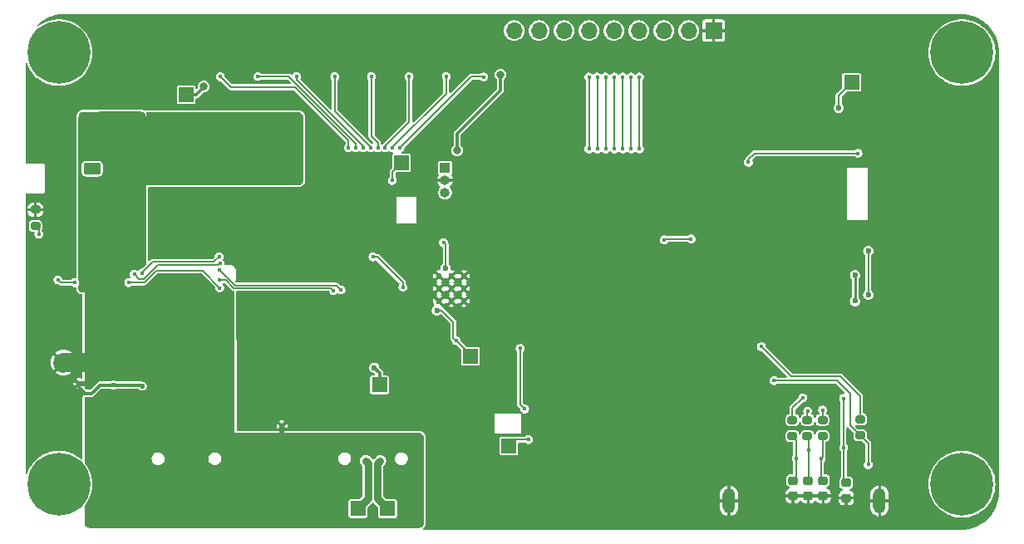
<source format=gbr>
%TF.GenerationSoftware,KiCad,Pcbnew,(6.0.2-0)*%
%TF.CreationDate,2022-03-30T00:09:39+02:00*%
%TF.ProjectId,RP2040GPSTracker,52503230-3430-4475-9053-547261636b65,rev?*%
%TF.SameCoordinates,PX4416780PY363af58*%
%TF.FileFunction,Copper,L2,Bot*%
%TF.FilePolarity,Positive*%
%FSLAX46Y46*%
G04 Gerber Fmt 4.6, Leading zero omitted, Abs format (unit mm)*
G04 Created by KiCad (PCBNEW (6.0.2-0)) date 2022-03-30 00:09:39*
%MOMM*%
%LPD*%
G01*
G04 APERTURE LIST*
G04 Aperture macros list*
%AMRoundRect*
0 Rectangle with rounded corners*
0 $1 Rounding radius*
0 $2 $3 $4 $5 $6 $7 $8 $9 X,Y pos of 4 corners*
0 Add a 4 corners polygon primitive as box body*
4,1,4,$2,$3,$4,$5,$6,$7,$8,$9,$2,$3,0*
0 Add four circle primitives for the rounded corners*
1,1,$1+$1,$2,$3*
1,1,$1+$1,$4,$5*
1,1,$1+$1,$6,$7*
1,1,$1+$1,$8,$9*
0 Add four rect primitives between the rounded corners*
20,1,$1+$1,$2,$3,$4,$5,0*
20,1,$1+$1,$4,$5,$6,$7,0*
20,1,$1+$1,$6,$7,$8,$9,0*
20,1,$1+$1,$8,$9,$2,$3,0*%
G04 Aperture macros list end*
%TA.AperFunction,ComponentPad*%
%ADD10O,0.900000X1.700000*%
%TD*%
%TA.AperFunction,ComponentPad*%
%ADD11O,1.000000X2.100000*%
%TD*%
%TA.AperFunction,ComponentPad*%
%ADD12C,6.400000*%
%TD*%
%TA.AperFunction,ComponentPad*%
%ADD13RoundRect,0.250000X-0.625000X0.350000X-0.625000X-0.350000X0.625000X-0.350000X0.625000X0.350000X0*%
%TD*%
%TA.AperFunction,ComponentPad*%
%ADD14O,1.750000X1.200000*%
%TD*%
%TA.AperFunction,ComponentPad*%
%ADD15C,0.600000*%
%TD*%
%TA.AperFunction,ComponentPad*%
%ADD16R,1.000000X1.000000*%
%TD*%
%TA.AperFunction,ComponentPad*%
%ADD17O,1.000000X1.000000*%
%TD*%
%TA.AperFunction,ComponentPad*%
%ADD18O,1.270000X2.565400*%
%TD*%
%TA.AperFunction,ComponentPad*%
%ADD19R,1.700000X1.700000*%
%TD*%
%TA.AperFunction,ComponentPad*%
%ADD20O,1.700000X1.700000*%
%TD*%
%TA.AperFunction,SMDPad,CuDef*%
%ADD21RoundRect,0.225000X0.250000X-0.225000X0.250000X0.225000X-0.250000X0.225000X-0.250000X-0.225000X0*%
%TD*%
%TA.AperFunction,SMDPad,CuDef*%
%ADD22R,1.500000X1.500000*%
%TD*%
%TA.AperFunction,SMDPad,CuDef*%
%ADD23RoundRect,0.200000X-0.275000X0.200000X-0.275000X-0.200000X0.275000X-0.200000X0.275000X0.200000X0*%
%TD*%
%TA.AperFunction,SMDPad,CuDef*%
%ADD24RoundRect,0.200000X0.275000X-0.200000X0.275000X0.200000X-0.275000X0.200000X-0.275000X-0.200000X0*%
%TD*%
%TA.AperFunction,SMDPad,CuDef*%
%ADD25C,0.500000*%
%TD*%
%TA.AperFunction,SMDPad,CuDef*%
%ADD26C,2.000000*%
%TD*%
%TA.AperFunction,ViaPad*%
%ADD27C,0.400000*%
%TD*%
%TA.AperFunction,ViaPad*%
%ADD28C,0.600000*%
%TD*%
%TA.AperFunction,ViaPad*%
%ADD29C,0.800000*%
%TD*%
%TA.AperFunction,Conductor*%
%ADD30C,0.300000*%
%TD*%
%TA.AperFunction,Conductor*%
%ADD31C,0.150000*%
%TD*%
%TA.AperFunction,Conductor*%
%ADD32C,0.200000*%
%TD*%
%TA.AperFunction,Conductor*%
%ADD33C,0.350000*%
%TD*%
%TA.AperFunction,Conductor*%
%ADD34C,0.800000*%
%TD*%
%TA.AperFunction,Conductor*%
%ADD35C,0.250000*%
%TD*%
G04 APERTURE END LIST*
%TO.C,NT3*%
G36*
X26580000Y9810000D02*
G01*
X26080000Y9810000D01*
X26080000Y10810000D01*
X26580000Y10810000D01*
X26580000Y9810000D01*
G37*
%TO.C,NT2*%
G36*
X6655000Y14885000D02*
G01*
X5655000Y14885000D01*
X5655000Y15385000D01*
X6655000Y15385000D01*
X6655000Y14885000D01*
G37*
%TO.C,NT1*%
G36*
X8070000Y16255000D02*
G01*
X4070000Y16255000D01*
X4070000Y18255000D01*
X8070000Y18255000D01*
X8070000Y16255000D01*
G37*
%TD*%
D10*
%TO.P,J7,S1,SHIELD*%
%TO.N,GNDPWR*%
X31279800Y3814600D03*
D11*
X39929800Y7994600D03*
X31279800Y7994600D03*
D10*
X39929800Y3814600D03*
%TD*%
D12*
%TO.P,H4,1*%
%TO.N,N/C*%
X3604800Y4864600D03*
%TD*%
%TO.P,H3,1*%
%TO.N,N/C*%
X95604800Y4864600D03*
%TD*%
D13*
%TO.P,J9,1,Pin_1*%
%TO.N,/BCM_BATT*%
X6995000Y37030000D03*
D14*
%TO.P,J9,2,Pin_2*%
%TO.N,GNDPWR*%
X6995000Y35030000D03*
%TD*%
D15*
%TO.P,U3,57,GND*%
%TO.N,GND*%
X43599000Y23527600D03*
X44874000Y26077600D03*
X42324000Y26077600D03*
X43599000Y24802600D03*
X43599000Y26077600D03*
X44874000Y23527600D03*
X42324000Y24802600D03*
X44874000Y24802600D03*
X42324000Y23527600D03*
%TD*%
D12*
%TO.P,H2,1*%
%TO.N,N/C*%
X95604800Y48864600D03*
%TD*%
D16*
%TO.P,J3,1,Pin_1*%
%TO.N,Net-(J3-Pad1)*%
X42945000Y37130000D03*
D17*
%TO.P,J3,2,Pin_2*%
%TO.N,GND*%
X42945000Y35860000D03*
%TO.P,J3,3,Pin_3*%
%TO.N,Net-(J3-Pad3)*%
X42945000Y34590000D03*
%TD*%
D18*
%TO.P,J8,8,GND*%
%TO.N,GND*%
X87215000Y3159500D03*
%TO.P,J8,17,GND*%
X71865000Y3159500D03*
%TD*%
D12*
%TO.P,H1,1*%
%TO.N,N/C*%
X3604800Y48864600D03*
%TD*%
D11*
%TO.P,J6,S1,SHIELD*%
%TO.N,GNDPWR*%
X20929800Y7994600D03*
D10*
X12279800Y3814600D03*
X20929800Y3814600D03*
D11*
X12279800Y7994600D03*
%TD*%
D19*
%TO.P,J11,1,Pin_1*%
%TO.N,GND*%
X70300000Y51105000D03*
D20*
%TO.P,J11,2,Pin_2*%
%TO.N,/IO_1*%
X67760000Y51105000D03*
%TO.P,J11,3,Pin_3*%
%TO.N,/IO_2*%
X65220000Y51105000D03*
%TO.P,J11,4,Pin_4*%
%TO.N,/IO_3*%
X62680000Y51105000D03*
%TO.P,J11,5,Pin_5*%
%TO.N,/IO_4*%
X60140000Y51105000D03*
%TO.P,J11,6,Pin_6*%
%TO.N,/IO_5*%
X57600000Y51105000D03*
%TO.P,J11,7,Pin_7*%
%TO.N,/IO_6*%
X55060000Y51105000D03*
%TO.P,J11,8,Pin_8*%
%TO.N,/IO_7*%
X52520000Y51105000D03*
%TO.P,J11,9,Pin_9*%
%TO.N,+3V3*%
X49980000Y51105000D03*
%TD*%
D21*
%TO.P,C28,1*%
%TO.N,GND*%
X81470000Y3680000D03*
%TO.P,C28,2*%
%TO.N,Net-(C28-Pad2)*%
X81470000Y5230000D03*
%TD*%
D22*
%TO.P,TP4,1,1*%
%TO.N,+3V3*%
X36270000Y14995000D03*
%TD*%
%TO.P,TP3,1,1*%
%TO.N,+1V1*%
X45555000Y17900000D03*
%TD*%
%TO.P,TP6,1,1*%
%TO.N,/PI_RESET*%
X38505000Y37620000D03*
%TD*%
D23*
%TO.P,R27,1*%
%TO.N,/SIM_VDD_EXT*%
X85235000Y11490000D03*
%TO.P,R27,2*%
%TO.N,/SIM_C_DET*%
X85235000Y9840000D03*
%TD*%
D24*
%TO.P,R25,1*%
%TO.N,Net-(C29-Pad2)*%
X78335000Y9760000D03*
%TO.P,R25,2*%
%TO.N,/SIM_C_CLK*%
X78335000Y11410000D03*
%TD*%
D22*
%TO.P,TP9,1,1*%
%TO.N,GNDPWR*%
X7490000Y30970000D03*
%TD*%
D25*
%TO.P,NT3,1,1*%
%TO.N,GND*%
X26330000Y10810000D03*
%TO.P,NT3,2,2*%
%TO.N,GNDPWR*%
X26330000Y9810000D03*
%TD*%
%TO.P,NT2,1,1*%
%TO.N,GND*%
X5655000Y15135000D03*
%TO.P,NT2,2,2*%
%TO.N,GNDPWR*%
X6655000Y15135000D03*
%TD*%
D22*
%TO.P,TP5,1,1*%
%TO.N,/SIM_PWR*%
X84355000Y45835000D03*
%TD*%
%TO.P,TP8,1,1*%
%TO.N,/BOOST_OUT*%
X16560000Y44555000D03*
%TD*%
%TO.P,TP7,1,1*%
%TO.N,/USB_BOOT*%
X49435000Y8765000D03*
%TD*%
D21*
%TO.P,C27,1*%
%TO.N,GND*%
X83820000Y3460000D03*
%TO.P,C27,2*%
%TO.N,/SIM_C_VDD*%
X83820000Y5010000D03*
%TD*%
D24*
%TO.P,R26,1*%
%TO.N,Net-(C30-Pad2)*%
X79865000Y9770000D03*
%TO.P,R26,2*%
%TO.N,/SIM_C_DATA*%
X79865000Y11420000D03*
%TD*%
D21*
%TO.P,C30,1*%
%TO.N,GND*%
X79935000Y3680000D03*
%TO.P,C30,2*%
%TO.N,Net-(C30-Pad2)*%
X79935000Y5230000D03*
%TD*%
%TO.P,C29,1*%
%TO.N,GND*%
X78390000Y3680000D03*
%TO.P,C29,2*%
%TO.N,Net-(C29-Pad2)*%
X78390000Y5230000D03*
%TD*%
D24*
%TO.P,R24,1*%
%TO.N,Net-(C28-Pad2)*%
X81395000Y9770000D03*
%TO.P,R24,2*%
%TO.N,/SIM_C_RST*%
X81395000Y11420000D03*
%TD*%
%TO.P,TH1,1*%
%TO.N,/BCM_NTC*%
X1215000Y31200000D03*
%TO.P,TH1,2*%
%TO.N,GND*%
X1215000Y32850000D03*
%TD*%
D22*
%TO.P,TP2,1,1*%
%TO.N,/USB_D+*%
X37100000Y2365000D03*
%TD*%
%TO.P,TP1,1,1*%
%TO.N,/USB_D-*%
X34070000Y2375000D03*
%TD*%
D26*
%TO.P,NT1,1,1*%
%TO.N,GNDPWR*%
X8070000Y17255000D03*
%TO.P,NT1,2,2*%
%TO.N,GND*%
X4070000Y17255000D03*
%TD*%
D27*
%TO.N,GND*%
X53705000Y30420000D03*
X45650000Y32235000D03*
X22725000Y23210000D03*
X68095000Y30770000D03*
X18162500Y50437500D03*
D28*
X89460000Y33804400D03*
X73940000Y23550000D03*
D27*
X5310000Y19405000D03*
X72430000Y10215000D03*
D28*
X80312600Y25086800D03*
X78362600Y27466800D03*
D27*
X5160000Y24440000D03*
X39045000Y35740000D03*
X44715000Y50425000D03*
D28*
X72170000Y37835000D03*
D27*
X31495000Y22055000D03*
X40020000Y18020000D03*
D28*
X81242600Y30896800D03*
X77412600Y25096800D03*
X96670000Y29790000D03*
X89436100Y38780000D03*
D27*
X25502500Y50462500D03*
X43260000Y10785000D03*
D28*
X85932400Y30728000D03*
D27*
X2740000Y32925000D03*
D28*
X83162600Y31906800D03*
X78402600Y34276800D03*
D27*
X32915000Y50425000D03*
X42295000Y32090000D03*
X14360000Y28050000D03*
X29620000Y13475000D03*
D28*
X78115000Y48800000D03*
X72120000Y22580000D03*
D27*
X46320000Y11090000D03*
D28*
X77412600Y28526800D03*
D27*
X50100000Y38735000D03*
D28*
X93610000Y30470000D03*
X77412600Y31896800D03*
X81312600Y34286800D03*
D27*
X33530000Y18500000D03*
X89650000Y46555000D03*
X1065000Y29700000D03*
X49215000Y17900000D03*
X37865000Y23400000D03*
D28*
X92260000Y29095000D03*
X81252600Y27466800D03*
X88833950Y36259250D03*
D27*
X87595000Y7615000D03*
X35835000Y26855000D03*
X21972500Y50337500D03*
X89640000Y23590000D03*
X40745000Y50410000D03*
D28*
X80292600Y31876800D03*
X97150000Y21870000D03*
X78402600Y30886800D03*
D27*
X43315000Y32690000D03*
D28*
X83232600Y25116800D03*
D27*
X50855000Y22035000D03*
D28*
X86821600Y21299200D03*
D27*
X9160000Y14980000D03*
X28970000Y11565000D03*
X86105000Y43290000D03*
D28*
X83242600Y28446800D03*
D27*
X89430000Y7800000D03*
X79470000Y16500000D03*
X72475000Y16205000D03*
D28*
X75462600Y27466800D03*
X50565000Y26025000D03*
X97090000Y37520000D03*
X75482600Y30846800D03*
X79795000Y37215000D03*
D27*
X19765400Y28899200D03*
X29290000Y50425000D03*
X68140000Y32920000D03*
X43650000Y17230000D03*
X48475000Y31025000D03*
X12105000Y14860000D03*
X68130000Y25335000D03*
X74815000Y16550000D03*
X44945000Y29580000D03*
D28*
X75492600Y34286800D03*
D27*
X54395000Y14335000D03*
X85230000Y16450000D03*
X84305000Y7555000D03*
D28*
X80332600Y28496800D03*
D27*
X36940000Y50450000D03*
X37700000Y16845000D03*
D29*
%TO.N,+3V3*%
X48605000Y46625000D03*
D28*
X35730000Y16735000D03*
D29*
X44180000Y38895000D03*
D28*
%TO.N,+1V1*%
X42125800Y22592800D03*
X42999000Y26910000D03*
D27*
X42785000Y29515000D03*
X44075000Y19525000D03*
D28*
%TO.N,/SIM_PWR*%
X83045000Y43250000D03*
D27*
%TO.N,/SIM_C_VDD*%
X83540000Y13620000D03*
X83555000Y8580000D03*
%TO.N,Net-(C28-Pad2)*%
X81245000Y7465000D03*
%TO.N,Net-(C29-Pad2)*%
X78715000Y7470000D03*
%TO.N,Net-(C30-Pad2)*%
X79985000Y8320000D03*
%TO.N,/BCM_VREF_1*%
X11290000Y26250000D03*
X20020000Y27400000D03*
D29*
%TO.N,/BOOST_OUT*%
X18370000Y45400000D03*
D27*
%TO.N,/BCM_VNTC*%
X3520000Y25685000D03*
X10725000Y25410000D03*
X19994000Y24886000D03*
X5230000Y25405000D03*
%TO.N,/SIM_C_DET*%
X76460000Y15420000D03*
X86055000Y6855000D03*
%TO.N,/USB_BOOT*%
X51445000Y9415000D03*
D28*
%TO.N,/USB_D+*%
X36345000Y7240000D03*
%TO.N,/USB_D-*%
X34870000Y7249800D03*
D27*
%TO.N,Net-(R10-Pad2)*%
X68010000Y29880000D03*
X65265000Y29790000D03*
D28*
%TO.N,/_GNSS_EN*%
X84713400Y23534400D03*
X84713400Y26176000D03*
D27*
%TO.N,/BCM_SCL*%
X31580000Y24610000D03*
X20002000Y25656000D03*
%TO.N,/BCM_SDA*%
X20002000Y26672000D03*
X32350000Y24665000D03*
%TO.N,/SIM_C_RST*%
X81405000Y12435000D03*
%TO.N,/SIM_C_CLK*%
X79395000Y13680000D03*
%TO.N,/SIM_C_DATA*%
X79880000Y12340000D03*
%TO.N,/SIM_VDD_EXT*%
X75165000Y18875000D03*
%TO.N,Net-(R33-Pad1)*%
X12060000Y26400000D03*
X19930000Y28070000D03*
%TO.N,/BCM_NTC*%
X1565000Y30375000D03*
D28*
%TO.N,/_GNSS_RXD*%
X86059600Y24169400D03*
X86059600Y28639800D03*
D27*
%TO.N,/IO_1*%
X62750200Y46380400D03*
X62750000Y39030000D03*
%TO.N,/IO_2*%
X61900000Y39030000D03*
X61900200Y46380400D03*
%TO.N,/IO_3*%
X61050200Y46380400D03*
X61050000Y39030000D03*
%TO.N,/IO_4*%
X60200200Y46380400D03*
X60200000Y39030000D03*
%TO.N,/IO_5*%
X59300200Y46380400D03*
X59300000Y39030000D03*
%TO.N,/IO_6*%
X58450200Y46380400D03*
X58450000Y39030000D03*
D28*
%TO.N,GNDPWR*%
X12005000Y22765000D03*
X20340000Y18150000D03*
D27*
X27570000Y37355000D03*
X9615000Y29425000D03*
X18978000Y24962200D03*
%TO.N,/IO_7*%
X57600000Y39030000D03*
X57600200Y46380400D03*
%TO.N,Net-(Q1-Pad3)*%
X20055000Y46405000D03*
X33104800Y39155000D03*
%TO.N,/LED_3*%
X39280000Y46405000D03*
X36854800Y39155000D03*
%TO.N,/LED_4*%
X35455000Y46400000D03*
X36104800Y39155000D03*
%TO.N,/LED_5*%
X35354800Y39155000D03*
X31710000Y46410000D03*
%TO.N,/LED_6*%
X27830000Y46430000D03*
X34604800Y39155000D03*
%TO.N,/LED_1*%
X46885000Y46390000D03*
X38354800Y39155000D03*
%TO.N,/LED_2*%
X43070000Y46445000D03*
X37604800Y39155000D03*
%TO.N,/LED_7*%
X35615000Y28035000D03*
X33854800Y39155000D03*
X38660000Y24970000D03*
X23860000Y46430000D03*
%TO.N,/SIM_NETLIGHT*%
X85010000Y38600000D03*
X73850000Y37685000D03*
%TO.N,/PI_RESET*%
X37580000Y35825000D03*
%TO.N,/SPI_SS*%
X50600000Y18710000D03*
X51050000Y12535000D03*
%TD*%
D30*
%TO.N,+3V3*%
X44180000Y38895000D02*
X44180000Y40605000D01*
X44180000Y40605000D02*
X48605000Y45030000D01*
X48605000Y45030000D02*
X48605000Y46625000D01*
D31*
%TO.N,/BCM_SDA*%
X31758480Y25121520D02*
X21552480Y25121520D01*
X31758480Y25121520D02*
X31893480Y25121520D01*
X31893480Y25121520D02*
X32350000Y24665000D01*
%TO.N,/BCM_SCL*%
X31580000Y24610000D02*
X31345000Y24845000D01*
X31345000Y24845000D02*
X21437942Y24845000D01*
X21437942Y24845000D02*
X20626942Y25656000D01*
X20626942Y25656000D02*
X20002000Y25656000D01*
%TO.N,/BCM_SDA*%
X21552480Y25121520D02*
X20002000Y26672000D01*
D32*
%TO.N,/LED_7*%
X35615000Y28035000D02*
X36050000Y28035000D01*
X36050000Y28035000D02*
X38660000Y25425000D01*
X38660000Y25425000D02*
X38660000Y24970000D01*
D30*
%TO.N,GND*%
X11985000Y14980000D02*
X9160000Y14980000D01*
X6965000Y14125000D02*
X6275000Y14125000D01*
X12105000Y14860000D02*
X11985000Y14980000D01*
X5655000Y14745000D02*
X5655000Y15135000D01*
X6275000Y14125000D02*
X5655000Y14745000D01*
X9160000Y14980000D02*
X7820000Y14980000D01*
X7820000Y14980000D02*
X6965000Y14125000D01*
D33*
%TO.N,+3V3*%
X36270000Y16195000D02*
X36270000Y14995000D01*
X35730000Y16735000D02*
X36270000Y16195000D01*
D32*
%TO.N,+1V1*%
X44075000Y19525000D02*
X43793800Y19806200D01*
X43793800Y21406200D02*
X42607200Y22592800D01*
X45555000Y18045000D02*
X45555000Y17900000D01*
X43793800Y19806200D02*
X43793800Y21406200D01*
X42999000Y29301000D02*
X42999000Y26910000D01*
X42607200Y22592800D02*
X42125800Y22592800D01*
X42785000Y29515000D02*
X42999000Y29301000D01*
X44075000Y19525000D02*
X45555000Y18045000D01*
%TO.N,/SIM_PWR*%
X83045000Y43250000D02*
X83045000Y44525000D01*
X83045000Y44525000D02*
X84355000Y45835000D01*
%TO.N,/SIM_C_VDD*%
X83555000Y5275000D02*
X83820000Y5010000D01*
X83555000Y8580000D02*
X83540000Y8595000D01*
X83540000Y8595000D02*
X83540000Y13620000D01*
X83555000Y8580000D02*
X83555000Y5275000D01*
%TO.N,Net-(C28-Pad2)*%
X81245000Y7465000D02*
X81395000Y7615000D01*
X81245000Y5455000D02*
X81470000Y5230000D01*
X81395000Y7615000D02*
X81395000Y9770000D01*
X81245000Y7465000D02*
X81245000Y5455000D01*
%TO.N,Net-(C29-Pad2)*%
X78720000Y9375000D02*
X78335000Y9760000D01*
X78720000Y7480000D02*
X78720000Y9375000D01*
X78715000Y5555000D02*
X78390000Y5230000D01*
X78715000Y7470000D02*
X78715000Y5555000D01*
X78715000Y7475000D02*
X78720000Y7480000D01*
%TO.N,Net-(C30-Pad2)*%
X79985000Y8320000D02*
X79990000Y8325000D01*
X79990000Y9645000D02*
X79865000Y9770000D01*
X79990000Y8325000D02*
X79990000Y9645000D01*
X79985000Y5280000D02*
X79935000Y5230000D01*
X79985000Y8320000D02*
X79985000Y5280000D01*
%TO.N,/BCM_VREF_1*%
X19820000Y27230000D02*
X19990000Y27400000D01*
X19990000Y27400000D02*
X20020000Y27400000D01*
X11290000Y26250000D02*
X11740000Y25800000D01*
X12280000Y25800000D02*
X13710000Y27230000D01*
X11740000Y25800000D02*
X12280000Y25800000D01*
X13710000Y27230000D02*
X19820000Y27230000D01*
D33*
%TO.N,/BOOST_OUT*%
X17560000Y44555000D02*
X16560000Y44555000D01*
X18370000Y45365000D02*
X17560000Y44555000D01*
X18370000Y45400000D02*
X18370000Y45365000D01*
D31*
%TO.N,/BCM_VNTC*%
X3520000Y25685000D02*
X3805000Y25400000D01*
X3805000Y25400000D02*
X5225000Y25400000D01*
X5225000Y25400000D02*
X5230000Y25405000D01*
X18230000Y26650000D02*
X19994000Y24886000D01*
X12320000Y25413586D02*
X13556414Y26650000D01*
X10728586Y25413586D02*
X12320000Y25413586D01*
X13556414Y26650000D02*
X18230000Y26650000D01*
X10725000Y25410000D02*
X10728586Y25413586D01*
D32*
%TO.N,/SIM_C_DET*%
X76460000Y15420000D02*
X82885000Y15420000D01*
X86055000Y9020000D02*
X85235000Y9840000D01*
X86055000Y6855000D02*
X86055000Y9020000D01*
X84205000Y10870000D02*
X85235000Y9840000D01*
X84205000Y14100000D02*
X84205000Y10870000D01*
X82885000Y15420000D02*
X84205000Y14100000D01*
%TO.N,/USB_BOOT*%
X50075000Y9405000D02*
X49435000Y8765000D01*
X51435000Y9405000D02*
X50075000Y9405000D01*
X51445000Y9415000D02*
X51435000Y9405000D01*
D34*
%TO.N,/USB_D+*%
X36345000Y7240000D02*
X36055000Y6950000D01*
X36055000Y6950000D02*
X36055000Y3410000D01*
X36055000Y3410000D02*
X37100000Y2365000D01*
%TO.N,/USB_D-*%
X35105000Y3410000D02*
X34070000Y2375000D01*
X34870000Y7249800D02*
X35105000Y7014800D01*
X35105000Y7014800D02*
X35105000Y3410000D01*
D30*
X34870000Y7249800D02*
X34870000Y7230000D01*
D32*
%TO.N,Net-(R10-Pad2)*%
X68010000Y29880000D02*
X65360000Y29880000D01*
X65360000Y29880000D02*
X65275000Y29795000D01*
D35*
%TO.N,/_GNSS_EN*%
X84713400Y26176000D02*
X84713400Y23534400D01*
D32*
%TO.N,/SIM_C_RST*%
X81395000Y12425000D02*
X81395000Y11420000D01*
X81405000Y12435000D02*
X81395000Y12425000D01*
%TO.N,/SIM_C_CLK*%
X78335000Y12620000D02*
X78335000Y11410000D01*
X79395000Y13680000D02*
X78335000Y12620000D01*
%TO.N,/SIM_C_DATA*%
X79880000Y12340000D02*
X79865000Y12325000D01*
X79865000Y12325000D02*
X79865000Y11420000D01*
%TO.N,/SIM_VDD_EXT*%
X75165000Y18875000D02*
X78200000Y15840000D01*
X85235000Y13810000D02*
X85235000Y11490000D01*
X78200000Y15840000D02*
X83205000Y15840000D01*
X83205000Y15840000D02*
X85235000Y13810000D01*
D31*
%TO.N,Net-(R33-Pad1)*%
X12060000Y26440000D02*
X13151520Y27531520D01*
X12060000Y26400000D02*
X12060000Y26440000D01*
X19391520Y27531520D02*
X19930000Y28070000D01*
X13151520Y27531520D02*
X19391520Y27531520D01*
%TO.N,/BCM_NTC*%
X1565000Y30375000D02*
X1565000Y30762500D01*
X1565000Y30762500D02*
X1215000Y31112500D01*
D32*
%TO.N,/_GNSS_RXD*%
X86059600Y28639800D02*
X86059600Y24169400D01*
%TO.N,/IO_1*%
X62750000Y39030000D02*
X62750000Y46380200D01*
%TO.N,/IO_2*%
X61900000Y39030000D02*
X61900000Y46380200D01*
%TO.N,/IO_3*%
X61050000Y39030000D02*
X61050000Y46380200D01*
%TO.N,/IO_4*%
X60200000Y39030000D02*
X60200000Y46380200D01*
%TO.N,/IO_5*%
X59300000Y39030000D02*
X59300000Y46380200D01*
%TO.N,/IO_6*%
X58450200Y46380400D02*
X58450200Y39030200D01*
%TO.N,/IO_7*%
X57600000Y39030000D02*
X57600000Y46380200D01*
%TO.N,Net-(Q1-Pad3)*%
X27648230Y45335000D02*
X21125000Y45335000D01*
X21125000Y45335000D02*
X20055000Y46405000D01*
X33104800Y39155000D02*
X33104800Y39878430D01*
X33104800Y39878430D02*
X27648230Y45335000D01*
%TO.N,/LED_3*%
X39290000Y41740000D02*
X39290000Y46395000D01*
X36854800Y39155000D02*
X36854800Y39304800D01*
X39290000Y46395000D02*
X39280000Y46405000D01*
X36854800Y39304800D02*
X39290000Y41740000D01*
%TO.N,/LED_4*%
X36105000Y39155200D02*
X36105000Y39665000D01*
X35455000Y40315000D02*
X35455000Y46400000D01*
X36104800Y39155000D02*
X36105000Y39155200D01*
X36105000Y39665000D02*
X35455000Y40315000D01*
%TO.N,/LED_5*%
X35354800Y39155000D02*
X35354800Y39240200D01*
X31710000Y42885000D02*
X31710000Y46410000D01*
X35354800Y39240200D02*
X31710000Y42885000D01*
%TO.N,/LED_6*%
X27830000Y46076770D02*
X27830000Y46430000D01*
X34604800Y39155000D02*
X34604800Y39301970D01*
X34604800Y39301970D02*
X27830000Y46076770D01*
%TO.N,/LED_1*%
X46885000Y46390000D02*
X46865000Y46410000D01*
X46865000Y46410000D02*
X45609800Y46410000D01*
X45609800Y46410000D02*
X38354800Y39155000D01*
%TO.N,/LED_2*%
X37604800Y39214800D02*
X37604800Y39155000D01*
X43070000Y44680000D02*
X37604800Y39214800D01*
X43070000Y46445000D02*
X43070000Y44680000D01*
%TO.N,/LED_7*%
X27020000Y46425000D02*
X23865000Y46425000D01*
X33854800Y39590200D02*
X27020000Y46425000D01*
X33854800Y39155000D02*
X33854800Y39590200D01*
X23865000Y46425000D02*
X23860000Y46430000D01*
%TO.N,/SIM_NETLIGHT*%
X73850000Y37970000D02*
X74480000Y38600000D01*
X73850000Y37685000D02*
X73850000Y37970000D01*
X74480000Y38600000D02*
X85010000Y38600000D01*
%TO.N,/PI_RESET*%
X37580000Y35825000D02*
X37580000Y36695000D01*
X37580000Y36695000D02*
X38505000Y37620000D01*
%TO.N,/SPI_SS*%
X50600000Y18710000D02*
X50600000Y12985000D01*
X50600000Y12985000D02*
X51050000Y12535000D01*
%TD*%
%TA.AperFunction,Conductor*%
%TO.N,GNDPWR*%
G36*
X11983987Y42842918D02*
G01*
X12094152Y42828626D01*
X12119142Y42821978D01*
X12215803Y42782130D01*
X12238215Y42769236D01*
X12321244Y42705719D01*
X12339558Y42687456D01*
X12403306Y42604595D01*
X12416264Y42582211D01*
X12456374Y42485666D01*
X12463090Y42460695D01*
X12477683Y42350568D01*
X12478541Y42337639D01*
X12489850Y27259466D01*
X12110048Y26879664D01*
X12055531Y26851887D01*
X12039445Y26850670D01*
X12007832Y26850863D01*
X12005282Y26850879D01*
X11998231Y26850922D01*
X11991455Y26848985D01*
X11991452Y26848985D01*
X11880935Y26817399D01*
X11880933Y26817398D01*
X11874155Y26815461D01*
X11868191Y26811698D01*
X11820706Y26781737D01*
X11765019Y26746601D01*
X11752659Y26732606D01*
X11686304Y26657473D01*
X11679596Y26649878D01*
X11679119Y26648863D01*
X11633492Y26612309D01*
X11572374Y26609427D01*
X11544652Y26621842D01*
X11486825Y26659323D01*
X11486823Y26659324D01*
X11480906Y26663159D01*
X11474150Y26665179D01*
X11474149Y26665180D01*
X11431335Y26677984D01*
X11357273Y26700134D01*
X11280644Y26700602D01*
X11235282Y26700879D01*
X11228231Y26700922D01*
X11221454Y26698985D01*
X11221453Y26698985D01*
X11110935Y26667399D01*
X11110933Y26667398D01*
X11104155Y26665461D01*
X10995019Y26596601D01*
X10909596Y26499878D01*
X10854754Y26383068D01*
X10834901Y26255560D01*
X10851633Y26127606D01*
X10854471Y26121155D01*
X10854472Y26121153D01*
X10900766Y26015942D01*
X10903605Y26009490D01*
X10906723Y26005781D01*
X10921179Y25947368D01*
X10898159Y25890678D01*
X10846214Y25858346D01*
X10806341Y25859304D01*
X10806007Y25857070D01*
X10799033Y25858112D01*
X10792273Y25860134D01*
X10715644Y25860602D01*
X10670282Y25860879D01*
X10663231Y25860922D01*
X10656454Y25858985D01*
X10656453Y25858985D01*
X10545935Y25827399D01*
X10545933Y25827398D01*
X10539155Y25825461D01*
X10533191Y25821698D01*
X10527582Y25818159D01*
X10430019Y25756601D01*
X10344596Y25659878D01*
X10289754Y25543068D01*
X10269901Y25415560D01*
X10270816Y25408563D01*
X10270816Y25408562D01*
X10276031Y25368683D01*
X10286633Y25287606D01*
X10289471Y25281155D01*
X10289472Y25281153D01*
X10326938Y25196005D01*
X10338605Y25169490D01*
X10370781Y25131212D01*
X10417100Y25076108D01*
X10417103Y25076106D01*
X10421639Y25070709D01*
X10529060Y24999204D01*
X10535788Y24997102D01*
X10535790Y24997101D01*
X10567162Y24987300D01*
X10652233Y24960722D01*
X10716744Y24959539D01*
X10774202Y24958486D01*
X10774204Y24958486D01*
X10781255Y24958357D01*
X10788058Y24960212D01*
X10788060Y24960212D01*
X10844354Y24975560D01*
X10905755Y24992300D01*
X11015724Y25059821D01*
X11022042Y25066801D01*
X11057092Y25105523D01*
X11110160Y25135976D01*
X11130489Y25138086D01*
X12283116Y25138086D01*
X12302429Y25136184D01*
X12320000Y25132689D01*
X12347132Y25138086D01*
X12347133Y25138086D01*
X12382558Y25145133D01*
X12417930Y25152168D01*
X12417932Y25152169D01*
X12427495Y25154071D01*
X12490255Y25196006D01*
X12495622Y25199592D01*
X12495623Y25199593D01*
X12495710Y25199651D01*
X12510518Y25209545D01*
X12510520Y25209547D01*
X12518624Y25214962D01*
X12524039Y25223066D01*
X12524043Y25223070D01*
X12528578Y25229857D01*
X12540888Y25244858D01*
X13641534Y26345504D01*
X13696051Y26373281D01*
X13711538Y26374500D01*
X18074876Y26374500D01*
X18133067Y26355593D01*
X18144880Y26345504D01*
X19511421Y24978963D01*
X19539198Y24924446D01*
X19539225Y24905591D01*
X19540073Y24905581D01*
X19539987Y24898534D01*
X19538901Y24891560D01*
X19539816Y24884563D01*
X19539816Y24884562D01*
X19543923Y24853159D01*
X19555633Y24763606D01*
X19558471Y24757155D01*
X19558472Y24757153D01*
X19603913Y24653880D01*
X19607605Y24645490D01*
X19629182Y24619821D01*
X19686100Y24552108D01*
X19686103Y24552106D01*
X19690639Y24546709D01*
X19798060Y24475204D01*
X19804788Y24473102D01*
X19804790Y24473101D01*
X19859646Y24455963D01*
X19921233Y24436722D01*
X19985744Y24435540D01*
X20043202Y24434486D01*
X20043204Y24434486D01*
X20050255Y24434357D01*
X20057058Y24436212D01*
X20057060Y24436212D01*
X20103385Y24448842D01*
X20174755Y24468300D01*
X20284724Y24535821D01*
X20315209Y24569500D01*
X20366590Y24626265D01*
X20366590Y24626266D01*
X20371322Y24631493D01*
X20418802Y24729490D01*
X20424512Y24741276D01*
X20424512Y24741277D01*
X20427588Y24747625D01*
X20448997Y24874880D01*
X20449133Y24886000D01*
X20430839Y25013741D01*
X20377428Y25131212D01*
X20318508Y25199592D01*
X20316114Y25202371D01*
X20292453Y25258796D01*
X20306477Y25318353D01*
X20317715Y25333430D01*
X20330845Y25347936D01*
X20383913Y25378390D01*
X20404243Y25380500D01*
X20471818Y25380500D01*
X20530009Y25361593D01*
X20541822Y25351504D01*
X21217054Y24676272D01*
X21229364Y24661271D01*
X21233899Y24654484D01*
X21233903Y24654480D01*
X21239318Y24646376D01*
X21247422Y24640961D01*
X21247424Y24640959D01*
X21262232Y24631065D01*
X21262319Y24631007D01*
X21262320Y24631006D01*
X21279060Y24619821D01*
X21330447Y24585485D01*
X21340010Y24583583D01*
X21340012Y24583582D01*
X21392872Y24573068D01*
X21392874Y24573067D01*
X21415741Y24568518D01*
X21469124Y24538621D01*
X21494739Y24483055D01*
X21495425Y24471598D01*
X21496006Y24144377D01*
X21520920Y10114518D01*
X22020046Y10114535D01*
X22023295Y10114535D01*
X28113163Y10114748D01*
X40283519Y10115175D01*
X40296435Y10114328D01*
X40406492Y10099843D01*
X40431454Y10093155D01*
X40527968Y10053181D01*
X40550346Y10040262D01*
X40631800Y9977763D01*
X40633227Y9976668D01*
X40651498Y9958398D01*
X40715096Y9875518D01*
X40728015Y9853140D01*
X40767992Y9756628D01*
X40774681Y9731665D01*
X40789171Y9621608D01*
X40790018Y9608685D01*
X40790014Y7812991D01*
X40790001Y916470D01*
X40789154Y903548D01*
X40774665Y793496D01*
X40767976Y768533D01*
X40728004Y672029D01*
X40715083Y649648D01*
X40651493Y566773D01*
X40633218Y548498D01*
X40624090Y541494D01*
X40550350Y484910D01*
X40527970Y471988D01*
X40431467Y432012D01*
X40406504Y425322D01*
X40296448Y410829D01*
X40283526Y409982D01*
X34231146Y409779D01*
X23691562Y409427D01*
X6733812Y408859D01*
X6720900Y409705D01*
X6610868Y424183D01*
X6585909Y430868D01*
X6489420Y470821D01*
X6467042Y483736D01*
X6465512Y484910D01*
X6384176Y547296D01*
X6365902Y565562D01*
X6302306Y648397D01*
X6289380Y670770D01*
X6249384Y767242D01*
X6242688Y792197D01*
X6228160Y902224D01*
X6227309Y915125D01*
X6227022Y1605252D01*
X33119500Y1605252D01*
X33131133Y1546769D01*
X33175448Y1480448D01*
X33241769Y1436133D01*
X33251332Y1434231D01*
X33251334Y1434230D01*
X33274005Y1429721D01*
X33300252Y1424500D01*
X34839748Y1424500D01*
X34865995Y1429721D01*
X34888666Y1434230D01*
X34888668Y1434231D01*
X34898231Y1436133D01*
X34964552Y1480448D01*
X35008867Y1546769D01*
X35020500Y1605252D01*
X35020500Y2435257D01*
X35039407Y2493448D01*
X35049496Y2505261D01*
X35497199Y2952964D01*
X35506934Y2961500D01*
X35519731Y2971320D01*
X35577406Y2991746D01*
X35640269Y2971320D01*
X35653066Y2961500D01*
X35662801Y2952964D01*
X36120504Y2495261D01*
X36148281Y2440744D01*
X36149500Y2425257D01*
X36149500Y1595252D01*
X36150448Y1590488D01*
X36159144Y1546769D01*
X36161133Y1536769D01*
X36205448Y1470448D01*
X36271769Y1426133D01*
X36281332Y1424231D01*
X36281334Y1424230D01*
X36304005Y1419721D01*
X36330252Y1414500D01*
X37869748Y1414500D01*
X37895995Y1419721D01*
X37918666Y1424230D01*
X37918668Y1424231D01*
X37928231Y1426133D01*
X37994552Y1470448D01*
X38038867Y1536769D01*
X38040857Y1546769D01*
X38049552Y1590488D01*
X38050500Y1595252D01*
X38050500Y3134748D01*
X38038867Y3193231D01*
X37994552Y3259552D01*
X37928231Y3303867D01*
X37918668Y3305769D01*
X37918666Y3305770D01*
X37895995Y3310279D01*
X37869748Y3315500D01*
X37039743Y3315500D01*
X36981552Y3334407D01*
X36969739Y3344496D01*
X36684496Y3629739D01*
X36656719Y3684256D01*
X36655500Y3699743D01*
X36655500Y6660257D01*
X36674407Y6718448D01*
X36684496Y6730261D01*
X36797450Y6843215D01*
X36829985Y6885615D01*
X36865588Y6932013D01*
X36865590Y6932017D01*
X36869536Y6937159D01*
X36930044Y7083238D01*
X36950682Y7240000D01*
X36930044Y7396762D01*
X36884760Y7506086D01*
X37835394Y7506086D01*
X37845793Y7340795D01*
X37896972Y7183283D01*
X37985714Y7043448D01*
X37990250Y7039188D01*
X37990252Y7039186D01*
X38088463Y6946959D01*
X38106444Y6930074D01*
X38118295Y6923559D01*
X38246118Y6853287D01*
X38246122Y6853286D01*
X38251576Y6850287D01*
X38411991Y6809100D01*
X38536042Y6809100D01*
X38618697Y6819542D01*
X38652931Y6823866D01*
X38652932Y6823866D01*
X38659112Y6824647D01*
X38813099Y6885615D01*
X38947087Y6982963D01*
X38951053Y6987758D01*
X38951056Y6987760D01*
X38993599Y7039186D01*
X39052656Y7110574D01*
X39089656Y7189201D01*
X39120522Y7254795D01*
X39120522Y7254796D01*
X39123173Y7260429D01*
X39154206Y7423114D01*
X39143807Y7588405D01*
X39092628Y7745917D01*
X39083320Y7760585D01*
X39007222Y7880495D01*
X39003886Y7885752D01*
X38999350Y7890012D01*
X38999348Y7890014D01*
X38887699Y7994860D01*
X38887698Y7994861D01*
X38883156Y7999126D01*
X38841091Y8022252D01*
X38743482Y8075913D01*
X38743478Y8075914D01*
X38738024Y8078913D01*
X38577609Y8120100D01*
X38453558Y8120100D01*
X38370903Y8109658D01*
X38336669Y8105334D01*
X38336668Y8105334D01*
X38330488Y8104553D01*
X38176501Y8043585D01*
X38042513Y7946237D01*
X38038547Y7941442D01*
X38038544Y7941440D01*
X37996089Y7890120D01*
X37936944Y7818626D01*
X37934293Y7812993D01*
X37934292Y7812991D01*
X37876495Y7690166D01*
X37866427Y7668771D01*
X37835394Y7506086D01*
X36884760Y7506086D01*
X36869536Y7542841D01*
X36773282Y7668282D01*
X36647841Y7764536D01*
X36501762Y7825044D01*
X36345000Y7845682D01*
X36188238Y7825044D01*
X36042159Y7764536D01*
X36037017Y7760590D01*
X36037013Y7760588D01*
X35984393Y7720210D01*
X35948215Y7692450D01*
X35684990Y7429225D01*
X35630473Y7401448D01*
X35570041Y7411019D01*
X35542444Y7433969D01*
X35541820Y7433345D01*
X35537236Y7437929D01*
X35533282Y7443082D01*
X35506936Y7463298D01*
X35497199Y7471836D01*
X35266785Y7702250D01*
X35217590Y7739999D01*
X35177987Y7770388D01*
X35177983Y7770390D01*
X35172841Y7774336D01*
X35026762Y7834844D01*
X34870000Y7855482D01*
X34713238Y7834844D01*
X34567159Y7774336D01*
X34441718Y7678082D01*
X34345464Y7552641D01*
X34284956Y7406562D01*
X34264318Y7249800D01*
X34284956Y7093038D01*
X34345464Y6946959D01*
X34349410Y6941817D01*
X34349412Y6941813D01*
X34389727Y6889274D01*
X34417550Y6853015D01*
X34475504Y6795061D01*
X34503281Y6740544D01*
X34504500Y6725057D01*
X34504500Y3699743D01*
X34485593Y3641552D01*
X34475504Y3629739D01*
X34200261Y3354496D01*
X34145744Y3326719D01*
X34130257Y3325500D01*
X33300252Y3325500D01*
X33274005Y3320279D01*
X33251334Y3315770D01*
X33251332Y3315769D01*
X33241769Y3313867D01*
X33175448Y3269552D01*
X33131133Y3203231D01*
X33129231Y3193668D01*
X33129230Y3193666D01*
X33127241Y3183666D01*
X33119500Y3144748D01*
X33119500Y1605252D01*
X6227022Y1605252D01*
X6226583Y2661224D01*
X6245465Y2719420D01*
X6250527Y2725821D01*
X6301188Y2784719D01*
X6301191Y2784723D01*
X6302938Y2786754D01*
X6511562Y3090305D01*
X6686183Y3414611D01*
X6824758Y3755880D01*
X6925665Y4110118D01*
X6987725Y4473182D01*
X7010211Y4840825D01*
X7010294Y4864600D01*
X7001945Y5018756D01*
X6990520Y5229723D01*
X6990519Y5229732D01*
X6990375Y5232391D01*
X6930852Y5595880D01*
X6832420Y5950814D01*
X6696231Y6293042D01*
X6690523Y6303824D01*
X6525129Y6616196D01*
X6523878Y6618559D01*
X6516987Y6628738D01*
X6318882Y6921338D01*
X6318879Y6921341D01*
X6317378Y6923559D01*
X6267000Y6982963D01*
X6248245Y7005078D01*
X6225028Y7061687D01*
X6224749Y7069069D01*
X6224567Y7506086D01*
X13055394Y7506086D01*
X13065793Y7340795D01*
X13116972Y7183283D01*
X13205714Y7043448D01*
X13210250Y7039188D01*
X13210252Y7039186D01*
X13308463Y6946959D01*
X13326444Y6930074D01*
X13338295Y6923559D01*
X13466118Y6853287D01*
X13466122Y6853286D01*
X13471576Y6850287D01*
X13631991Y6809100D01*
X13756042Y6809100D01*
X13838697Y6819542D01*
X13872931Y6823866D01*
X13872932Y6823866D01*
X13879112Y6824647D01*
X14033099Y6885615D01*
X14167087Y6982963D01*
X14171053Y6987758D01*
X14171056Y6987760D01*
X14213599Y7039186D01*
X14272656Y7110574D01*
X14309656Y7189201D01*
X14340522Y7254795D01*
X14340522Y7254796D01*
X14343173Y7260429D01*
X14374206Y7423114D01*
X14368986Y7506086D01*
X18835394Y7506086D01*
X18845793Y7340795D01*
X18896972Y7183283D01*
X18985714Y7043448D01*
X18990250Y7039188D01*
X18990252Y7039186D01*
X19088463Y6946959D01*
X19106444Y6930074D01*
X19118295Y6923559D01*
X19246118Y6853287D01*
X19246122Y6853286D01*
X19251576Y6850287D01*
X19411991Y6809100D01*
X19536042Y6809100D01*
X19618697Y6819542D01*
X19652931Y6823866D01*
X19652932Y6823866D01*
X19659112Y6824647D01*
X19813099Y6885615D01*
X19947087Y6982963D01*
X19951053Y6987758D01*
X19951056Y6987760D01*
X19993599Y7039186D01*
X20052656Y7110574D01*
X20089656Y7189201D01*
X20120522Y7254795D01*
X20120522Y7254796D01*
X20123173Y7260429D01*
X20154206Y7423114D01*
X20148986Y7506086D01*
X32055394Y7506086D01*
X32065793Y7340795D01*
X32116972Y7183283D01*
X32205714Y7043448D01*
X32210250Y7039188D01*
X32210252Y7039186D01*
X32308463Y6946959D01*
X32326444Y6930074D01*
X32338295Y6923559D01*
X32466118Y6853287D01*
X32466122Y6853286D01*
X32471576Y6850287D01*
X32631991Y6809100D01*
X32756042Y6809100D01*
X32838697Y6819542D01*
X32872931Y6823866D01*
X32872932Y6823866D01*
X32879112Y6824647D01*
X33033099Y6885615D01*
X33167087Y6982963D01*
X33171053Y6987758D01*
X33171056Y6987760D01*
X33213599Y7039186D01*
X33272656Y7110574D01*
X33309656Y7189201D01*
X33340522Y7254795D01*
X33340522Y7254796D01*
X33343173Y7260429D01*
X33374206Y7423114D01*
X33363807Y7588405D01*
X33312628Y7745917D01*
X33303320Y7760585D01*
X33227222Y7880495D01*
X33223886Y7885752D01*
X33219350Y7890012D01*
X33219348Y7890014D01*
X33107699Y7994860D01*
X33107698Y7994861D01*
X33103156Y7999126D01*
X33061091Y8022252D01*
X32963482Y8075913D01*
X32963478Y8075914D01*
X32958024Y8078913D01*
X32797609Y8120100D01*
X32673558Y8120100D01*
X32590903Y8109658D01*
X32556669Y8105334D01*
X32556668Y8105334D01*
X32550488Y8104553D01*
X32396501Y8043585D01*
X32262513Y7946237D01*
X32258547Y7941442D01*
X32258544Y7941440D01*
X32216089Y7890120D01*
X32156944Y7818626D01*
X32154293Y7812993D01*
X32154292Y7812991D01*
X32096495Y7690166D01*
X32086427Y7668771D01*
X32055394Y7506086D01*
X20148986Y7506086D01*
X20143807Y7588405D01*
X20092628Y7745917D01*
X20083320Y7760585D01*
X20007222Y7880495D01*
X20003886Y7885752D01*
X19999350Y7890012D01*
X19999348Y7890014D01*
X19887699Y7994860D01*
X19887698Y7994861D01*
X19883156Y7999126D01*
X19841091Y8022252D01*
X19743482Y8075913D01*
X19743478Y8075914D01*
X19738024Y8078913D01*
X19577609Y8120100D01*
X19453558Y8120100D01*
X19370903Y8109658D01*
X19336669Y8105334D01*
X19336668Y8105334D01*
X19330488Y8104553D01*
X19176501Y8043585D01*
X19042513Y7946237D01*
X19038547Y7941442D01*
X19038544Y7941440D01*
X18996089Y7890120D01*
X18936944Y7818626D01*
X18934293Y7812993D01*
X18934292Y7812991D01*
X18876495Y7690166D01*
X18866427Y7668771D01*
X18835394Y7506086D01*
X14368986Y7506086D01*
X14363807Y7588405D01*
X14312628Y7745917D01*
X14303320Y7760585D01*
X14227222Y7880495D01*
X14223886Y7885752D01*
X14219350Y7890012D01*
X14219348Y7890014D01*
X14107699Y7994860D01*
X14107698Y7994861D01*
X14103156Y7999126D01*
X14061091Y8022252D01*
X13963482Y8075913D01*
X13963478Y8075914D01*
X13958024Y8078913D01*
X13797609Y8120100D01*
X13673558Y8120100D01*
X13590903Y8109658D01*
X13556669Y8105334D01*
X13556668Y8105334D01*
X13550488Y8104553D01*
X13396501Y8043585D01*
X13262513Y7946237D01*
X13258547Y7941442D01*
X13258544Y7941440D01*
X13216089Y7890120D01*
X13156944Y7818626D01*
X13154293Y7812993D01*
X13154292Y7812991D01*
X13096495Y7690166D01*
X13086427Y7668771D01*
X13055394Y7506086D01*
X6224567Y7506086D01*
X6223547Y9958393D01*
X6223482Y10114535D01*
X6222001Y13675461D01*
X6240883Y13733657D01*
X6290368Y13769642D01*
X6321000Y13774500D01*
X6917052Y13774500D01*
X6937888Y13772282D01*
X6939170Y13772006D01*
X6948261Y13770049D01*
X6980071Y13773814D01*
X6985963Y13774161D01*
X6985963Y13774164D01*
X6990030Y13774500D01*
X6994115Y13774500D01*
X6998141Y13775170D01*
X6998152Y13775171D01*
X7012119Y13777496D01*
X7016726Y13778152D01*
X7039689Y13780870D01*
X7056012Y13782802D01*
X7056013Y13782802D01*
X7064138Y13783764D01*
X7071122Y13787118D01*
X7072454Y13787539D01*
X7080103Y13788812D01*
X7122160Y13811505D01*
X7126283Y13813605D01*
X7163717Y13831580D01*
X7163721Y13831582D01*
X7169326Y13834274D01*
X7173274Y13837592D01*
X7174782Y13839100D01*
X7176071Y13840282D01*
X7177097Y13841148D01*
X7182794Y13844222D01*
X7188345Y13850227D01*
X7188350Y13850231D01*
X7216809Y13881018D01*
X7219503Y13883821D01*
X7936186Y14600504D01*
X7990703Y14628281D01*
X8006190Y14629500D01*
X8843541Y14629500D01*
X8898398Y14612912D01*
X8964060Y14569204D01*
X8970788Y14567102D01*
X8970790Y14567101D01*
X9025646Y14549963D01*
X9087233Y14530722D01*
X9151744Y14529539D01*
X9209202Y14528486D01*
X9209204Y14528486D01*
X9216255Y14528357D01*
X9223058Y14530212D01*
X9223060Y14530212D01*
X9264828Y14541600D01*
X9340755Y14562300D01*
X9426367Y14614866D01*
X9478168Y14629500D01*
X11664079Y14629500D01*
X11722270Y14610593D01*
X11739862Y14594202D01*
X11797100Y14526108D01*
X11797103Y14526106D01*
X11801639Y14520709D01*
X11909060Y14449204D01*
X11915788Y14447102D01*
X11915790Y14447101D01*
X11970647Y14429963D01*
X12032233Y14410722D01*
X12096744Y14409539D01*
X12154202Y14408486D01*
X12154204Y14408486D01*
X12161255Y14408357D01*
X12168058Y14410212D01*
X12168060Y14410212D01*
X12209828Y14421600D01*
X12285755Y14442300D01*
X12395724Y14509821D01*
X12423651Y14540674D01*
X12477590Y14600265D01*
X12477590Y14600266D01*
X12482322Y14605493D01*
X12527934Y14699635D01*
X12535512Y14715276D01*
X12535512Y14715277D01*
X12538588Y14721625D01*
X12559997Y14848880D01*
X12560133Y14860000D01*
X12541839Y14987741D01*
X12488428Y15105212D01*
X12404193Y15202972D01*
X12398276Y15206807D01*
X12398274Y15206809D01*
X12309782Y15264165D01*
X12295906Y15273159D01*
X12289150Y15275179D01*
X12289149Y15275180D01*
X12227832Y15293518D01*
X12172273Y15310134D01*
X12150295Y15310268D01*
X12118157Y15310465D01*
X12085961Y15316055D01*
X12051967Y15327993D01*
X12051964Y15327994D01*
X12046094Y15330055D01*
X12040956Y15330500D01*
X12038818Y15330500D01*
X12037099Y15330574D01*
X12035738Y15330689D01*
X12029536Y15332544D01*
X12021365Y15332223D01*
X11979446Y15330576D01*
X11975559Y15330500D01*
X9476857Y15330500D01*
X9423011Y15346424D01*
X9356824Y15389323D01*
X9350906Y15393159D01*
X9344150Y15395179D01*
X9344149Y15395180D01*
X9301335Y15407984D01*
X9227273Y15430134D01*
X9150644Y15430602D01*
X9105282Y15430879D01*
X9098231Y15430922D01*
X9091454Y15428985D01*
X9091453Y15428985D01*
X8980935Y15397399D01*
X8980933Y15397398D01*
X8974155Y15395461D01*
X8968191Y15391698D01*
X8895405Y15345773D01*
X8842577Y15330500D01*
X7867953Y15330500D01*
X7847117Y15332718D01*
X7845782Y15333005D01*
X7844739Y15333230D01*
X7844738Y15333230D01*
X7836740Y15334952D01*
X7805572Y15331263D01*
X7804921Y15331186D01*
X7799043Y15330839D01*
X7799043Y15330837D01*
X7794965Y15330500D01*
X7790885Y15330500D01*
X7786862Y15329830D01*
X7786858Y15329830D01*
X7780239Y15328728D01*
X7772904Y15327507D01*
X7768300Y15326851D01*
X7720862Y15321237D01*
X7713877Y15317882D01*
X7712543Y15317460D01*
X7704897Y15316188D01*
X7662859Y15293505D01*
X7658733Y15291403D01*
X7615674Y15270727D01*
X7611726Y15267408D01*
X7610221Y15265903D01*
X7608930Y15264719D01*
X7607902Y15263852D01*
X7602206Y15260778D01*
X7596655Y15254773D01*
X7596650Y15254769D01*
X7568191Y15223982D01*
X7565497Y15221179D01*
X6848814Y14504496D01*
X6794297Y14476719D01*
X6778810Y14475500D01*
X6461190Y14475500D01*
X6402999Y14494407D01*
X6391186Y14504496D01*
X6250564Y14645118D01*
X6222787Y14699635D01*
X6221568Y14715081D01*
X6221563Y14728582D01*
X6217646Y24144377D01*
X6217646Y24144379D01*
X6217519Y24448842D01*
X5913092Y24444090D01*
X5816528Y24461933D01*
X5780315Y24476441D01*
X5767990Y24484504D01*
X5714791Y24519311D01*
X5686994Y24546683D01*
X5657080Y24590904D01*
X5643119Y24611541D01*
X5628056Y24647526D01*
X5610667Y24734144D01*
X5608730Y24753651D01*
X5608757Y24882175D01*
X5608810Y25130867D01*
X5618715Y25174007D01*
X5663588Y25266625D01*
X5682391Y25378390D01*
X5684363Y25390109D01*
X5684363Y25390114D01*
X5684997Y25393880D01*
X5685133Y25405000D01*
X5666839Y25532741D01*
X5658796Y25550430D01*
X5617804Y25640589D01*
X5608926Y25681586D01*
X5608943Y25760364D01*
X5609131Y26651335D01*
X5611151Y36229718D01*
X5611235Y36626166D01*
X5919500Y36626166D01*
X5922481Y36594631D01*
X5967366Y36466816D01*
X6047850Y36357850D01*
X6156816Y36277366D01*
X6284631Y36232481D01*
X6290638Y36231913D01*
X6290639Y36231913D01*
X6313855Y36229718D01*
X6313865Y36229718D01*
X6316166Y36229500D01*
X7673834Y36229500D01*
X7676135Y36229718D01*
X7676145Y36229718D01*
X7699361Y36231913D01*
X7699362Y36231913D01*
X7705369Y36232481D01*
X7833184Y36277366D01*
X7942150Y36357850D01*
X8022634Y36466816D01*
X8067519Y36594631D01*
X8070500Y36626166D01*
X8070500Y37433834D01*
X8067519Y37465369D01*
X8022634Y37593184D01*
X7942150Y37702150D01*
X7833184Y37782634D01*
X7705369Y37827519D01*
X7699362Y37828087D01*
X7699361Y37828087D01*
X7676145Y37830282D01*
X7676135Y37830282D01*
X7673834Y37830500D01*
X6316166Y37830500D01*
X6313865Y37830282D01*
X6313855Y37830282D01*
X6290639Y37828087D01*
X6290638Y37828087D01*
X6284631Y37827519D01*
X6156816Y37782634D01*
X6047850Y37702150D01*
X5967366Y37593184D01*
X5922481Y37465369D01*
X5919500Y37433834D01*
X5919500Y36626166D01*
X5611235Y36626166D01*
X5612437Y42325734D01*
X5613284Y42338638D01*
X5627756Y42448542D01*
X5634432Y42473471D01*
X5674319Y42569860D01*
X5687212Y42592218D01*
X5696696Y42604595D01*
X5750656Y42675020D01*
X5768884Y42693281D01*
X5851584Y42756879D01*
X5873908Y42769805D01*
X5970231Y42809866D01*
X5995142Y42816584D01*
X6105025Y42831252D01*
X6117924Y42832122D01*
X9277972Y42838395D01*
X11971053Y42843741D01*
X11983987Y42842918D01*
G37*
%TD.AperFunction*%
%TD*%
%TA.AperFunction,Conductor*%
%TO.N,GNDPWR*%
G36*
X27998188Y42798922D02*
G01*
X28102963Y42785128D01*
X28134735Y42776615D01*
X28224674Y42739361D01*
X28253160Y42722914D01*
X28330393Y42663651D01*
X28353651Y42640393D01*
X28412914Y42563160D01*
X28429361Y42534674D01*
X28466615Y42444735D01*
X28475128Y42412963D01*
X28488922Y42308188D01*
X28490000Y42291742D01*
X28490000Y35858258D01*
X28488922Y35841812D01*
X28475128Y35737037D01*
X28466615Y35705265D01*
X28429361Y35615326D01*
X28412914Y35586840D01*
X28353651Y35509607D01*
X28330393Y35486349D01*
X28253160Y35427086D01*
X28224674Y35410639D01*
X28134735Y35373385D01*
X28102963Y35364872D01*
X27998188Y35351078D01*
X27981742Y35350000D01*
X12483782Y35350000D01*
X12478195Y42800000D01*
X27981742Y42800000D01*
X27998188Y42798922D01*
G37*
%TD.AperFunction*%
%TD*%
%TA.AperFunction,Conductor*%
%TO.N,GND*%
G36*
X95488166Y52802454D02*
G01*
X95499392Y52799858D01*
X95510270Y52802306D01*
X95517916Y52802283D01*
X95531693Y52803485D01*
X95855015Y52788141D01*
X95864114Y52787286D01*
X95936229Y52777137D01*
X96211762Y52738359D01*
X96220749Y52736668D01*
X96562415Y52655869D01*
X96571207Y52653355D01*
X96726191Y52601199D01*
X96833971Y52564929D01*
X96903936Y52541384D01*
X96912448Y52538075D01*
X97229942Y52397426D01*
X97233452Y52395871D01*
X97241632Y52391785D01*
X97467839Y52265427D01*
X97543968Y52222902D01*
X97548137Y52220573D01*
X97555905Y52215750D01*
X97845299Y52016991D01*
X97852574Y52011484D01*
X98039986Y51855473D01*
X98122413Y51786856D01*
X98129163Y51780687D01*
X98345727Y51563595D01*
X98377107Y51532138D01*
X98383257Y51525375D01*
X98607217Y51254999D01*
X98612709Y51247708D01*
X98643651Y51202421D01*
X98810771Y50957816D01*
X98815574Y50950037D01*
X98985013Y50644964D01*
X98986033Y50643127D01*
X98990099Y50634936D01*
X99131516Y50313597D01*
X99134809Y50305066D01*
X99245260Y49974187D01*
X99245971Y49972056D01*
X99248461Y49963266D01*
X99288445Y49792329D01*
X99328427Y49621401D01*
X99330096Y49612410D01*
X99332746Y49593243D01*
X99377863Y49266909D01*
X99378175Y49264649D01*
X99379007Y49255550D01*
X99379931Y49235024D01*
X99393538Y48932707D01*
X99392395Y48920191D01*
X99392369Y48911470D01*
X99389858Y48900608D01*
X99392305Y48889731D01*
X99392305Y48889730D01*
X99392584Y48888490D01*
X99394999Y48866758D01*
X99394704Y26883022D01*
X99394399Y4116820D01*
X99391854Y4094517D01*
X99389256Y4083281D01*
X99391704Y4072403D01*
X99391681Y4064757D01*
X99392883Y4050980D01*
X99383516Y3853598D01*
X99377539Y3727661D01*
X99376684Y3718559D01*
X99371999Y3685268D01*
X99327757Y3370911D01*
X99326066Y3361924D01*
X99245267Y3020258D01*
X99242753Y3011466D01*
X99232544Y2981128D01*
X99141424Y2710359D01*
X99130782Y2678737D01*
X99127473Y2670225D01*
X98985269Y2349221D01*
X98981183Y2341041D01*
X98882430Y2164252D01*
X98816688Y2046560D01*
X98809971Y2034536D01*
X98805148Y2026768D01*
X98606389Y1737374D01*
X98600882Y1730099D01*
X98474002Y1577682D01*
X98376254Y1460260D01*
X98370085Y1453510D01*
X98121536Y1205566D01*
X98114773Y1199416D01*
X97844397Y975456D01*
X97837106Y969964D01*
X97719850Y889851D01*
X97547214Y771902D01*
X97539435Y767099D01*
X97232519Y596637D01*
X97224334Y592574D01*
X96902995Y451157D01*
X96894464Y447864D01*
X96882194Y443768D01*
X96561446Y336700D01*
X96552664Y334212D01*
X96396139Y297599D01*
X96210799Y254246D01*
X96201808Y252577D01*
X96027927Y228537D01*
X95854039Y204497D01*
X95844948Y203666D01*
X95699453Y197117D01*
X95522105Y189135D01*
X95509589Y190278D01*
X95500868Y190304D01*
X95490006Y192815D01*
X95479130Y190368D01*
X95477894Y190090D01*
X95456155Y187676D01*
X90438596Y188111D01*
X40789338Y192418D01*
X40731150Y211330D01*
X40695191Y260833D01*
X40695196Y322019D01*
X40729079Y369959D01*
X40745839Y382820D01*
X40745841Y382822D01*
X40752091Y387618D01*
X40754969Y389826D01*
X40774639Y407077D01*
X40792914Y425352D01*
X40810166Y445023D01*
X40871781Y525324D01*
X40872768Y526610D01*
X40872772Y526616D01*
X40873756Y527898D01*
X40888290Y549652D01*
X40901211Y572033D01*
X40902128Y573893D01*
X40912068Y594047D01*
X40912075Y594062D01*
X40912781Y595494D01*
X40913396Y596978D01*
X40913402Y596992D01*
X40952136Y690508D01*
X40952138Y690512D01*
X40952753Y691998D01*
X40961161Y716768D01*
X40967850Y741731D01*
X40972954Y767390D01*
X40973164Y768982D01*
X40987334Y876611D01*
X40987337Y876635D01*
X40987443Y877442D01*
X40988512Y888293D01*
X40988649Y889683D01*
X40988650Y889696D01*
X40988726Y890467D01*
X40989573Y903389D01*
X40990001Y916470D01*
X40990004Y2465402D01*
X70930000Y2465402D01*
X70930271Y2460220D01*
X70944853Y2321484D01*
X70946996Y2311404D01*
X71004527Y2134341D01*
X71008725Y2124912D01*
X71101809Y1963686D01*
X71107871Y1955343D01*
X71232445Y1816988D01*
X71240115Y1810082D01*
X71390734Y1700651D01*
X71399659Y1695498D01*
X71569740Y1619773D01*
X71579549Y1616586D01*
X71699662Y1591055D01*
X71712750Y1592431D01*
X71715000Y1600828D01*
X71715000Y1603475D01*
X72015000Y1603475D01*
X72019067Y1590959D01*
X72027746Y1590504D01*
X72150451Y1616586D01*
X72160260Y1619773D01*
X72330341Y1695498D01*
X72339266Y1700651D01*
X72489885Y1810082D01*
X72497555Y1816988D01*
X72622129Y1955343D01*
X72628191Y1963686D01*
X72721275Y2124912D01*
X72725473Y2134341D01*
X72783004Y2311404D01*
X72785147Y2321484D01*
X72799729Y2460220D01*
X72800000Y2465402D01*
X86280000Y2465402D01*
X86280271Y2460220D01*
X86294853Y2321484D01*
X86296996Y2311404D01*
X86354527Y2134341D01*
X86358725Y2124912D01*
X86451809Y1963686D01*
X86457871Y1955343D01*
X86582445Y1816988D01*
X86590115Y1810082D01*
X86740734Y1700651D01*
X86749659Y1695498D01*
X86919740Y1619773D01*
X86929549Y1616586D01*
X87049662Y1591055D01*
X87062750Y1592431D01*
X87065000Y1600828D01*
X87065000Y1603475D01*
X87365000Y1603475D01*
X87369067Y1590959D01*
X87377746Y1590504D01*
X87500451Y1616586D01*
X87510260Y1619773D01*
X87680341Y1695498D01*
X87689266Y1700651D01*
X87839885Y1810082D01*
X87847555Y1816988D01*
X87972129Y1955343D01*
X87978191Y1963686D01*
X88071275Y2124912D01*
X88075473Y2134341D01*
X88133004Y2311404D01*
X88135147Y2321484D01*
X88149729Y2460220D01*
X88150000Y2465402D01*
X88150000Y2993820D01*
X88145878Y3006505D01*
X88141757Y3009500D01*
X87380680Y3009500D01*
X87367995Y3005378D01*
X87365000Y3001257D01*
X87365000Y1603475D01*
X87065000Y1603475D01*
X87065000Y2993820D01*
X87060878Y3006505D01*
X87056757Y3009500D01*
X86295680Y3009500D01*
X86282995Y3005378D01*
X86280000Y3001257D01*
X86280000Y2465402D01*
X72800000Y2465402D01*
X72800000Y2993820D01*
X72795878Y3006505D01*
X72791757Y3009500D01*
X72030680Y3009500D01*
X72017995Y3005378D01*
X72015000Y3001257D01*
X72015000Y1603475D01*
X71715000Y1603475D01*
X71715000Y2993820D01*
X71710878Y3006505D01*
X71706757Y3009500D01*
X70945680Y3009500D01*
X70932995Y3005378D01*
X70930000Y3001257D01*
X70930000Y2465402D01*
X40990004Y2465402D01*
X40990006Y3325180D01*
X70930000Y3325180D01*
X70934122Y3312495D01*
X70938243Y3309500D01*
X71699320Y3309500D01*
X71712005Y3313622D01*
X71715000Y3317743D01*
X71715000Y3325180D01*
X72015000Y3325180D01*
X72019122Y3312495D01*
X72023243Y3309500D01*
X72784320Y3309500D01*
X72797005Y3313622D01*
X72800000Y3317743D01*
X72800000Y3417201D01*
X77615001Y3417201D01*
X77615360Y3411243D01*
X77624597Y3334906D01*
X77627702Y3322681D01*
X77675827Y3201128D01*
X77682393Y3189475D01*
X77761196Y3085658D01*
X77770658Y3076196D01*
X77874475Y2997393D01*
X77886128Y2990827D01*
X78007679Y2942703D01*
X78019907Y2939597D01*
X78096245Y2930359D01*
X78102199Y2930000D01*
X78224320Y2930000D01*
X78237005Y2934122D01*
X78240000Y2938243D01*
X78240000Y2945681D01*
X78540000Y2945681D01*
X78544122Y2932996D01*
X78548243Y2930001D01*
X78677799Y2930001D01*
X78683757Y2930360D01*
X78760094Y2939597D01*
X78772319Y2942702D01*
X78893872Y2990827D01*
X78905525Y2997393D01*
X79009342Y3076196D01*
X79018804Y3085658D01*
X79083644Y3171080D01*
X79133887Y3205999D01*
X79195059Y3204717D01*
X79241356Y3171080D01*
X79306196Y3085658D01*
X79315658Y3076196D01*
X79419475Y2997393D01*
X79431128Y2990827D01*
X79552679Y2942703D01*
X79564907Y2939597D01*
X79641245Y2930359D01*
X79647199Y2930000D01*
X79769320Y2930000D01*
X79782005Y2934122D01*
X79785000Y2938243D01*
X79785000Y2945681D01*
X80085000Y2945681D01*
X80089122Y2932996D01*
X80093243Y2930001D01*
X80222799Y2930001D01*
X80228757Y2930360D01*
X80305094Y2939597D01*
X80317319Y2942702D01*
X80438872Y2990827D01*
X80450525Y2997393D01*
X80554342Y3076196D01*
X80563804Y3085658D01*
X80623644Y3164493D01*
X80673887Y3199412D01*
X80735059Y3198130D01*
X80781356Y3164493D01*
X80841196Y3085658D01*
X80850658Y3076196D01*
X80954475Y2997393D01*
X80966128Y2990827D01*
X81087679Y2942703D01*
X81099907Y2939597D01*
X81176245Y2930359D01*
X81182199Y2930000D01*
X81304320Y2930000D01*
X81317005Y2934122D01*
X81320000Y2938243D01*
X81320000Y2945681D01*
X81620000Y2945681D01*
X81624122Y2932996D01*
X81628243Y2930001D01*
X81757799Y2930001D01*
X81763757Y2930360D01*
X81840094Y2939597D01*
X81852319Y2942702D01*
X81973872Y2990827D01*
X81985525Y2997393D01*
X82089342Y3076196D01*
X82098804Y3085658D01*
X82177607Y3189475D01*
X82181960Y3197201D01*
X83045001Y3197201D01*
X83045360Y3191243D01*
X83054597Y3114906D01*
X83057702Y3102681D01*
X83105827Y2981128D01*
X83112393Y2969475D01*
X83191196Y2865658D01*
X83200658Y2856196D01*
X83304475Y2777393D01*
X83316128Y2770827D01*
X83437679Y2722703D01*
X83449907Y2719597D01*
X83526245Y2710359D01*
X83532199Y2710000D01*
X83654320Y2710000D01*
X83667005Y2714122D01*
X83670000Y2718243D01*
X83670000Y2725681D01*
X83970000Y2725681D01*
X83974122Y2712996D01*
X83978243Y2710001D01*
X84107799Y2710001D01*
X84113757Y2710360D01*
X84190094Y2719597D01*
X84202319Y2722702D01*
X84323872Y2770827D01*
X84335525Y2777393D01*
X84439342Y2856196D01*
X84448804Y2865658D01*
X84527607Y2969475D01*
X84534173Y2981128D01*
X84582297Y3102679D01*
X84585403Y3114907D01*
X84594641Y3191245D01*
X84595000Y3197199D01*
X84595000Y3294320D01*
X84590878Y3307005D01*
X84586757Y3310000D01*
X83985680Y3310000D01*
X83972995Y3305878D01*
X83970000Y3301757D01*
X83970000Y2725681D01*
X83670000Y2725681D01*
X83670000Y3294320D01*
X83665878Y3307005D01*
X83661757Y3310000D01*
X83060681Y3310000D01*
X83047996Y3305878D01*
X83045001Y3301757D01*
X83045001Y3197201D01*
X82181960Y3197201D01*
X82184173Y3201128D01*
X82232297Y3322679D01*
X82232932Y3325180D01*
X86280000Y3325180D01*
X86284122Y3312495D01*
X86288243Y3309500D01*
X87049320Y3309500D01*
X87062005Y3313622D01*
X87065000Y3317743D01*
X87065000Y3325180D01*
X87365000Y3325180D01*
X87369122Y3312495D01*
X87373243Y3309500D01*
X88134320Y3309500D01*
X88147005Y3313622D01*
X88150000Y3317743D01*
X88150000Y3853598D01*
X88149729Y3858780D01*
X88135147Y3997516D01*
X88133004Y4007596D01*
X88075473Y4184659D01*
X88071275Y4194088D01*
X87978191Y4355314D01*
X87972129Y4363657D01*
X87847555Y4502012D01*
X87839885Y4508918D01*
X87689266Y4618349D01*
X87680341Y4623502D01*
X87510260Y4699227D01*
X87500451Y4702414D01*
X87380338Y4727945D01*
X87367250Y4726569D01*
X87365000Y4718172D01*
X87365000Y3325180D01*
X87065000Y3325180D01*
X87065000Y4715525D01*
X87060933Y4728041D01*
X87052254Y4728496D01*
X86929549Y4702414D01*
X86919740Y4699227D01*
X86749659Y4623502D01*
X86740734Y4618349D01*
X86590115Y4508918D01*
X86582445Y4502012D01*
X86457871Y4363657D01*
X86451809Y4355314D01*
X86358725Y4194088D01*
X86354527Y4184659D01*
X86296996Y4007596D01*
X86294853Y3997516D01*
X86280271Y3858780D01*
X86280000Y3853598D01*
X86280000Y3325180D01*
X82232932Y3325180D01*
X82235403Y3334907D01*
X82244641Y3411245D01*
X82245000Y3417199D01*
X82245000Y3514320D01*
X82240878Y3527005D01*
X82236757Y3530000D01*
X81635680Y3530000D01*
X81622995Y3525878D01*
X81620000Y3521757D01*
X81620000Y2945681D01*
X81320000Y2945681D01*
X81320000Y3514320D01*
X81315878Y3527005D01*
X81311757Y3530000D01*
X80100680Y3530000D01*
X80087995Y3525878D01*
X80085000Y3521757D01*
X80085000Y2945681D01*
X79785000Y2945681D01*
X79785000Y3514320D01*
X79780878Y3527005D01*
X79776757Y3530000D01*
X78555680Y3530000D01*
X78542995Y3525878D01*
X78540000Y3521757D01*
X78540000Y2945681D01*
X78240000Y2945681D01*
X78240000Y3514320D01*
X78235878Y3527005D01*
X78231757Y3530000D01*
X77630681Y3530000D01*
X77617996Y3525878D01*
X77615001Y3521757D01*
X77615001Y3417201D01*
X72800000Y3417201D01*
X72800000Y3845680D01*
X77615000Y3845680D01*
X77619122Y3832995D01*
X77623243Y3830000D01*
X82229319Y3830000D01*
X82242004Y3834122D01*
X82244999Y3838243D01*
X82244999Y3942799D01*
X82244640Y3948757D01*
X82235403Y4025094D01*
X82232298Y4037319D01*
X82184173Y4158872D01*
X82177607Y4170525D01*
X82098804Y4274342D01*
X82089342Y4283804D01*
X81985525Y4362607D01*
X81973872Y4369173D01*
X81859671Y4414387D01*
X81812527Y4453387D01*
X81797310Y4512650D01*
X81819834Y4569539D01*
X81854303Y4592970D01*
X81853126Y4595281D01*
X81966281Y4652936D01*
X81966283Y4652937D01*
X81973220Y4656472D01*
X82068528Y4751780D01*
X82129719Y4871874D01*
X82145500Y4971512D01*
X82145500Y5488488D01*
X82144719Y5493419D01*
X82130938Y5580431D01*
X82130938Y5580432D01*
X82129719Y5588126D01*
X82102685Y5641183D01*
X82072064Y5701281D01*
X82072063Y5701283D01*
X82068528Y5708220D01*
X81973220Y5803528D01*
X81966283Y5807063D01*
X81966281Y5807064D01*
X81860066Y5861183D01*
X81860065Y5861183D01*
X81853126Y5864719D01*
X81845432Y5865938D01*
X81845431Y5865938D01*
X81757334Y5879891D01*
X81757332Y5879891D01*
X81753488Y5880500D01*
X81644500Y5880500D01*
X81586309Y5899407D01*
X81550345Y5948907D01*
X81545500Y5979500D01*
X81545500Y7087470D01*
X81564407Y7145661D01*
X81571102Y7153906D01*
X81572025Y7154925D01*
X81608617Y7195352D01*
X81617590Y7205265D01*
X81617590Y7205266D01*
X81622322Y7210493D01*
X81678588Y7326625D01*
X81699997Y7453880D01*
X81700133Y7465000D01*
X81692350Y7519346D01*
X81693992Y7553389D01*
X81694883Y7555622D01*
X81695500Y7561915D01*
X81695500Y7568084D01*
X81698175Y7590943D01*
X81698230Y7591173D01*
X81698230Y7591175D01*
X81700340Y7600066D01*
X81696404Y7628988D01*
X81695500Y7642337D01*
X81695500Y9083993D01*
X81714407Y9142184D01*
X81763907Y9178148D01*
X81779013Y9181774D01*
X81795304Y9184354D01*
X81875759Y9225348D01*
X81901403Y9238414D01*
X81901405Y9238415D01*
X81908342Y9241950D01*
X81998050Y9331658D01*
X82002034Y9339476D01*
X82052110Y9437756D01*
X82052110Y9437757D01*
X82055646Y9444696D01*
X82058531Y9462907D01*
X82069891Y9534635D01*
X82069891Y9534637D01*
X82070500Y9538481D01*
X82070499Y10001518D01*
X82066885Y10024342D01*
X82062821Y10050000D01*
X82055646Y10095304D01*
X82019979Y10165304D01*
X82001586Y10201403D01*
X82001585Y10201405D01*
X81998050Y10208342D01*
X81908342Y10298050D01*
X81901405Y10301585D01*
X81901403Y10301586D01*
X81802244Y10352110D01*
X81802243Y10352110D01*
X81795304Y10355646D01*
X81787610Y10356865D01*
X81787609Y10356865D01*
X81705365Y10369891D01*
X81705363Y10369891D01*
X81701519Y10370500D01*
X81395040Y10370500D01*
X81088482Y10370499D01*
X81084639Y10369890D01*
X81084634Y10369890D01*
X81047783Y10364053D01*
X80994696Y10355646D01*
X80951101Y10333433D01*
X80888597Y10301586D01*
X80888595Y10301585D01*
X80881658Y10298050D01*
X80791950Y10208342D01*
X80788415Y10201405D01*
X80788414Y10201403D01*
X80745381Y10116945D01*
X80734354Y10095304D01*
X80733135Y10087610D01*
X80733135Y10087609D01*
X80731954Y10080153D01*
X80727832Y10054122D01*
X80727781Y10053802D01*
X80700004Y9999285D01*
X80645488Y9971507D01*
X80585056Y9981078D01*
X80541791Y10024342D01*
X80532219Y10053802D01*
X80526865Y10087610D01*
X80526864Y10087613D01*
X80525646Y10095304D01*
X80489979Y10165304D01*
X80471586Y10201403D01*
X80471585Y10201405D01*
X80468050Y10208342D01*
X80378342Y10298050D01*
X80371405Y10301585D01*
X80371403Y10301586D01*
X80272244Y10352110D01*
X80272243Y10352110D01*
X80265304Y10355646D01*
X80257610Y10356865D01*
X80257609Y10356865D01*
X80175365Y10369891D01*
X80175363Y10369891D01*
X80171519Y10370500D01*
X79865040Y10370500D01*
X79558482Y10370499D01*
X79554639Y10369890D01*
X79554634Y10369890D01*
X79517783Y10364053D01*
X79464696Y10355646D01*
X79421101Y10333433D01*
X79358597Y10301586D01*
X79358595Y10301585D01*
X79351658Y10298050D01*
X79261950Y10208342D01*
X79258415Y10201405D01*
X79258414Y10201403D01*
X79215381Y10116945D01*
X79204354Y10095304D01*
X79203135Y10087610D01*
X79203135Y10087609D01*
X79201954Y10080153D01*
X79197832Y10054122D01*
X79196989Y10048802D01*
X79169212Y9994286D01*
X79114695Y9966508D01*
X79054263Y9976079D01*
X79010999Y10019344D01*
X79001427Y10048802D01*
X78996864Y10077613D01*
X78995646Y10085304D01*
X78938050Y10198342D01*
X78848342Y10288050D01*
X78841405Y10291585D01*
X78841403Y10291586D01*
X78742244Y10342110D01*
X78742243Y10342110D01*
X78735304Y10345646D01*
X78727610Y10346865D01*
X78727609Y10346865D01*
X78645365Y10359891D01*
X78645363Y10359891D01*
X78641519Y10360500D01*
X78335040Y10360500D01*
X78028482Y10360499D01*
X78024639Y10359890D01*
X78024634Y10359890D01*
X77987783Y10354053D01*
X77934696Y10345646D01*
X77910727Y10333433D01*
X77828597Y10291586D01*
X77828595Y10291585D01*
X77821658Y10288050D01*
X77731950Y10198342D01*
X77728415Y10191405D01*
X77728414Y10191403D01*
X77691607Y10119165D01*
X77674354Y10085304D01*
X77673136Y10077613D01*
X77673135Y10077609D01*
X77663907Y10019344D01*
X77659500Y9991519D01*
X77659501Y9528482D01*
X77660110Y9524639D01*
X77660110Y9524634D01*
X77661532Y9515658D01*
X77674354Y9434696D01*
X77691188Y9401658D01*
X77726855Y9331658D01*
X77731950Y9321658D01*
X77821658Y9231950D01*
X77828595Y9228415D01*
X77828597Y9228414D01*
X77903865Y9190063D01*
X77934696Y9174354D01*
X77942390Y9173135D01*
X77942391Y9173135D01*
X78024635Y9160109D01*
X78024637Y9160109D01*
X78028481Y9159500D01*
X78043275Y9159500D01*
X78320501Y9159501D01*
X78378690Y9140594D01*
X78414654Y9091094D01*
X78419500Y9060501D01*
X78419500Y7853472D01*
X78400593Y7795281D01*
X78394704Y7787937D01*
X78334596Y7719878D01*
X78279754Y7603068D01*
X78259901Y7475560D01*
X78260816Y7468563D01*
X78260816Y7468562D01*
X78261782Y7461175D01*
X78276633Y7347606D01*
X78279471Y7341155D01*
X78279472Y7341153D01*
X78286458Y7325276D01*
X78328605Y7229490D01*
X78349635Y7204472D01*
X78391283Y7154925D01*
X78414253Y7098215D01*
X78414500Y7091223D01*
X78414500Y5979500D01*
X78395593Y5921309D01*
X78346093Y5885345D01*
X78315500Y5880500D01*
X78106512Y5880500D01*
X78102668Y5879891D01*
X78102666Y5879891D01*
X78014569Y5865938D01*
X78014568Y5865938D01*
X78006874Y5864719D01*
X77999935Y5861183D01*
X77999934Y5861183D01*
X77893719Y5807064D01*
X77893717Y5807063D01*
X77886780Y5803528D01*
X77791472Y5708220D01*
X77787937Y5701283D01*
X77787936Y5701281D01*
X77757315Y5641183D01*
X77730281Y5588126D01*
X77729062Y5580432D01*
X77729062Y5580431D01*
X77715281Y5493419D01*
X77714500Y5488488D01*
X77714500Y4971512D01*
X77730281Y4871874D01*
X77791472Y4751780D01*
X77886780Y4656472D01*
X77893717Y4652937D01*
X77893719Y4652936D01*
X78006874Y4595281D01*
X78005501Y4592586D01*
X78043990Y4564609D01*
X78062885Y4506414D01*
X78043965Y4448227D01*
X78000329Y4414387D01*
X77886128Y4369173D01*
X77874475Y4362607D01*
X77770658Y4283804D01*
X77761196Y4274342D01*
X77682393Y4170525D01*
X77675827Y4158872D01*
X77627703Y4037321D01*
X77624597Y4025093D01*
X77615359Y3948755D01*
X77615000Y3942801D01*
X77615000Y3845680D01*
X72800000Y3845680D01*
X72800000Y3853598D01*
X72799729Y3858780D01*
X72785147Y3997516D01*
X72783004Y4007596D01*
X72725473Y4184659D01*
X72721275Y4194088D01*
X72628191Y4355314D01*
X72622129Y4363657D01*
X72497555Y4502012D01*
X72489885Y4508918D01*
X72339266Y4618349D01*
X72330341Y4623502D01*
X72160260Y4699227D01*
X72150451Y4702414D01*
X72030338Y4727945D01*
X72017250Y4726569D01*
X72015000Y4718172D01*
X72015000Y3325180D01*
X71715000Y3325180D01*
X71715000Y4715525D01*
X71710933Y4728041D01*
X71702254Y4728496D01*
X71579549Y4702414D01*
X71569740Y4699227D01*
X71399659Y4623502D01*
X71390734Y4618349D01*
X71240115Y4508918D01*
X71232445Y4502012D01*
X71107871Y4363657D01*
X71101809Y4355314D01*
X71008725Y4194088D01*
X71004527Y4184659D01*
X70946996Y4007596D01*
X70944853Y3997516D01*
X70930271Y3858780D01*
X70930000Y3853598D01*
X70930000Y3325180D01*
X40990006Y3325180D01*
X40990014Y7812991D01*
X40990014Y7995252D01*
X48484500Y7995252D01*
X48496133Y7936769D01*
X48540448Y7870448D01*
X48606769Y7826133D01*
X48616332Y7824231D01*
X48616334Y7824230D01*
X48639005Y7819721D01*
X48665252Y7814500D01*
X50204748Y7814500D01*
X50230995Y7819721D01*
X50253666Y7824230D01*
X50253668Y7824231D01*
X50263231Y7826133D01*
X50329552Y7870448D01*
X50373867Y7936769D01*
X50385500Y7995252D01*
X50385500Y9005500D01*
X50404407Y9063691D01*
X50453907Y9099655D01*
X50484500Y9104500D01*
X51073134Y9104500D01*
X51131325Y9085593D01*
X51137560Y9080561D01*
X51141639Y9075709D01*
X51249060Y9004204D01*
X51255788Y9002102D01*
X51255790Y9002101D01*
X51310646Y8984963D01*
X51372233Y8965722D01*
X51436744Y8964540D01*
X51494202Y8963486D01*
X51494204Y8963486D01*
X51501255Y8963357D01*
X51508058Y8965212D01*
X51508060Y8965212D01*
X51549828Y8976600D01*
X51625755Y8997300D01*
X51735724Y9064821D01*
X51740459Y9070052D01*
X51817590Y9155265D01*
X51817590Y9155266D01*
X51822322Y9160493D01*
X51878588Y9276625D01*
X51889596Y9342059D01*
X51899363Y9400109D01*
X51899363Y9400114D01*
X51899997Y9403880D01*
X51900052Y9408330D01*
X51900086Y9411175D01*
X51900133Y9415000D01*
X51881839Y9542741D01*
X51841947Y9630479D01*
X51831349Y9653788D01*
X51831348Y9653789D01*
X51828428Y9660212D01*
X51744193Y9757972D01*
X51738276Y9761807D01*
X51738274Y9761809D01*
X51641824Y9824323D01*
X51635906Y9828159D01*
X51629150Y9830179D01*
X51629149Y9830180D01*
X51586335Y9842984D01*
X51512273Y9865134D01*
X51435644Y9865602D01*
X51390282Y9865879D01*
X51383231Y9865922D01*
X51376454Y9863985D01*
X51376453Y9863985D01*
X51265935Y9832399D01*
X51265933Y9832398D01*
X51259155Y9830461D01*
X51150019Y9761601D01*
X51138468Y9748522D01*
X51130026Y9738964D01*
X51077334Y9707865D01*
X51055823Y9705500D01*
X50264773Y9705500D01*
X50245459Y9707402D01*
X50243131Y9707865D01*
X50204748Y9715500D01*
X48665252Y9715500D01*
X48639005Y9710279D01*
X48616334Y9705770D01*
X48616332Y9705769D01*
X48606769Y9703867D01*
X48540448Y9659552D01*
X48496133Y9593231D01*
X48484500Y9534748D01*
X48484500Y7995252D01*
X40990014Y7995252D01*
X40990018Y9608685D01*
X40989590Y9621765D01*
X40988743Y9634688D01*
X40987460Y9647715D01*
X40978660Y9714552D01*
X40973179Y9756185D01*
X40973179Y9756187D01*
X40972970Y9757772D01*
X40967866Y9783430D01*
X40961177Y9808393D01*
X40952768Y9833165D01*
X40912791Y9929677D01*
X40901223Y9953135D01*
X40888304Y9975513D01*
X40887405Y9976858D01*
X40887396Y9976873D01*
X40874669Y9995920D01*
X40873765Y9997273D01*
X40833305Y10050000D01*
X47960000Y10050000D01*
X50670000Y10050000D01*
X50670000Y11641519D01*
X77659500Y11641519D01*
X77659501Y11178482D01*
X77660110Y11174639D01*
X77660110Y11174634D01*
X77661532Y11165658D01*
X77674354Y11084696D01*
X77703152Y11028177D01*
X77726855Y10981658D01*
X77731950Y10971658D01*
X77821658Y10881950D01*
X77828595Y10878415D01*
X77828597Y10878414D01*
X77915070Y10834354D01*
X77934696Y10824354D01*
X77942390Y10823135D01*
X77942391Y10823135D01*
X78024635Y10810109D01*
X78024637Y10810109D01*
X78028481Y10809500D01*
X78334960Y10809500D01*
X78641518Y10809501D01*
X78645361Y10810110D01*
X78645366Y10810110D01*
X78682217Y10815947D01*
X78735304Y10824354D01*
X78811885Y10863374D01*
X78841403Y10878414D01*
X78841405Y10878415D01*
X78848342Y10881950D01*
X78938050Y10971658D01*
X78943146Y10981658D01*
X78992110Y11077756D01*
X78992110Y11077757D01*
X78995646Y11084696D01*
X78998449Y11102390D01*
X79003011Y11131198D01*
X79030788Y11185714D01*
X79085305Y11213492D01*
X79145737Y11203921D01*
X79189001Y11160656D01*
X79198573Y11131198D01*
X79204354Y11094696D01*
X79261950Y10981658D01*
X79351658Y10891950D01*
X79358595Y10888415D01*
X79358597Y10888414D01*
X79407741Y10863374D01*
X79464696Y10834354D01*
X79472390Y10833135D01*
X79472391Y10833135D01*
X79554635Y10820109D01*
X79554637Y10820109D01*
X79558481Y10819500D01*
X79864960Y10819500D01*
X80171518Y10819501D01*
X80175361Y10820110D01*
X80175366Y10820110D01*
X80224488Y10827890D01*
X80265304Y10834354D01*
X80322259Y10863374D01*
X80371403Y10888414D01*
X80371405Y10888415D01*
X80378342Y10891950D01*
X80468050Y10981658D01*
X80494322Y11033218D01*
X80522110Y11087756D01*
X80522110Y11087757D01*
X80525646Y11094696D01*
X80532219Y11136199D01*
X80559996Y11190715D01*
X80614512Y11218493D01*
X80674944Y11208922D01*
X80718209Y11165658D01*
X80727781Y11136198D01*
X80733135Y11102390D01*
X80733136Y11102387D01*
X80734354Y11094696D01*
X80791950Y10981658D01*
X80881658Y10891950D01*
X80888595Y10888415D01*
X80888597Y10888414D01*
X80937741Y10863374D01*
X80994696Y10834354D01*
X81002390Y10833135D01*
X81002391Y10833135D01*
X81084635Y10820109D01*
X81084637Y10820109D01*
X81088481Y10819500D01*
X81394960Y10819500D01*
X81701518Y10819501D01*
X81705361Y10820110D01*
X81705366Y10820110D01*
X81754488Y10827890D01*
X81795304Y10834354D01*
X81852259Y10863374D01*
X81901403Y10888414D01*
X81901405Y10888415D01*
X81908342Y10891950D01*
X81998050Y10981658D01*
X82024322Y11033218D01*
X82052110Y11087756D01*
X82052110Y11087757D01*
X82055646Y11094696D01*
X82061428Y11131198D01*
X82069891Y11184635D01*
X82069891Y11184637D01*
X82070500Y11188481D01*
X82070499Y11651518D01*
X82066885Y11674342D01*
X82062219Y11703802D01*
X82055646Y11745304D01*
X82019979Y11815304D01*
X82001586Y11851403D01*
X82001585Y11851405D01*
X81998050Y11858342D01*
X81908342Y11948050D01*
X81901405Y11951585D01*
X81901403Y11951586D01*
X81795304Y12005646D01*
X81796645Y12008279D01*
X81757974Y12036382D01*
X81739074Y12094575D01*
X81757989Y12152764D01*
X81764672Y12160993D01*
X81782322Y12180493D01*
X81838588Y12296625D01*
X81857015Y12406153D01*
X81859363Y12420109D01*
X81859363Y12420114D01*
X81859997Y12423880D01*
X81860133Y12435000D01*
X81841839Y12562741D01*
X81796372Y12662741D01*
X81791349Y12673788D01*
X81791348Y12673789D01*
X81788428Y12680212D01*
X81733591Y12743854D01*
X81708798Y12772628D01*
X81708797Y12772629D01*
X81704193Y12777972D01*
X81698276Y12781807D01*
X81698274Y12781809D01*
X81625191Y12829178D01*
X81595906Y12848159D01*
X81589150Y12850179D01*
X81589149Y12850180D01*
X81506335Y12874947D01*
X81472273Y12885134D01*
X81395644Y12885602D01*
X81350282Y12885879D01*
X81343231Y12885922D01*
X81336454Y12883985D01*
X81336453Y12883985D01*
X81225935Y12852399D01*
X81225933Y12852398D01*
X81219155Y12850461D01*
X81110019Y12781601D01*
X81024596Y12684878D01*
X80969754Y12568068D01*
X80949901Y12440560D01*
X80950816Y12433563D01*
X80950816Y12433562D01*
X80952082Y12423880D01*
X80966633Y12312606D01*
X80969471Y12306155D01*
X80969472Y12306153D01*
X81015764Y12200946D01*
X81018605Y12194490D01*
X81023142Y12189093D01*
X81023143Y12189091D01*
X81044477Y12163711D01*
X81067446Y12107001D01*
X81052695Y12047620D01*
X81005858Y12008251D01*
X81001797Y12006771D01*
X80994696Y12005646D01*
X80987755Y12002109D01*
X80987751Y12002108D01*
X80888597Y11951586D01*
X80888595Y11951585D01*
X80881658Y11948050D01*
X80791950Y11858342D01*
X80788415Y11851405D01*
X80788414Y11851403D01*
X80737890Y11752244D01*
X80734354Y11745304D01*
X80733135Y11737610D01*
X80733135Y11737609D01*
X80727781Y11703802D01*
X80700004Y11649285D01*
X80645488Y11621507D01*
X80585056Y11631078D01*
X80541791Y11674342D01*
X80532219Y11703802D01*
X80526865Y11737610D01*
X80526864Y11737613D01*
X80525646Y11745304D01*
X80489979Y11815304D01*
X80471586Y11851403D01*
X80471585Y11851405D01*
X80468050Y11858342D01*
X80378342Y11948050D01*
X80371405Y11951585D01*
X80371403Y11951586D01*
X80333504Y11970896D01*
X80314332Y11980665D01*
X80271068Y12023929D01*
X80261497Y12084361D01*
X80270184Y12112040D01*
X80272733Y12117300D01*
X80303658Y12181129D01*
X80310512Y12195276D01*
X80310512Y12195277D01*
X80313588Y12201625D01*
X80328303Y12289091D01*
X80334363Y12325109D01*
X80334363Y12325114D01*
X80334997Y12328880D01*
X80335133Y12340000D01*
X80316839Y12467741D01*
X80283730Y12540560D01*
X80266349Y12578788D01*
X80266348Y12578789D01*
X80263428Y12585212D01*
X80187612Y12673201D01*
X80183798Y12677628D01*
X80183797Y12677629D01*
X80179193Y12682972D01*
X80173276Y12686807D01*
X80173274Y12686809D01*
X80076824Y12749323D01*
X80070906Y12753159D01*
X80064150Y12755179D01*
X80064149Y12755180D01*
X80021335Y12767984D01*
X79947273Y12790134D01*
X79870644Y12790602D01*
X79825282Y12790879D01*
X79818231Y12790922D01*
X79811454Y12788985D01*
X79811453Y12788985D01*
X79700935Y12757399D01*
X79700933Y12757398D01*
X79694155Y12755461D01*
X79585019Y12686601D01*
X79499596Y12589878D01*
X79444754Y12473068D01*
X79424901Y12345560D01*
X79425816Y12338563D01*
X79425816Y12338562D01*
X79427082Y12328880D01*
X79441633Y12217606D01*
X79444471Y12211155D01*
X79444472Y12211153D01*
X79484369Y12120481D01*
X79490499Y12059603D01*
X79459675Y12006749D01*
X79438700Y11992400D01*
X79415666Y11980664D01*
X79358597Y11951586D01*
X79358595Y11951585D01*
X79351658Y11948050D01*
X79261950Y11858342D01*
X79258415Y11851405D01*
X79258414Y11851403D01*
X79207890Y11752244D01*
X79204354Y11745304D01*
X79203135Y11737610D01*
X79203135Y11737609D01*
X79196989Y11698802D01*
X79169212Y11644286D01*
X79114695Y11616508D01*
X79054263Y11626079D01*
X79010999Y11669344D01*
X79001427Y11698802D01*
X78997220Y11725366D01*
X78995646Y11735304D01*
X78938050Y11848342D01*
X78848342Y11938050D01*
X78841405Y11941585D01*
X78841403Y11941586D01*
X78742244Y11992110D01*
X78742243Y11992110D01*
X78735304Y11995646D01*
X78727610Y11996865D01*
X78727609Y11996865D01*
X78719014Y11998226D01*
X78664497Y12026002D01*
X78636719Y12080519D01*
X78635500Y12096007D01*
X78635500Y12454521D01*
X78654407Y12512712D01*
X78664496Y12524525D01*
X79340071Y13200100D01*
X79394588Y13227877D01*
X79411887Y13229079D01*
X79427467Y13228793D01*
X79444202Y13228486D01*
X79444204Y13228486D01*
X79451255Y13228357D01*
X79458058Y13230212D01*
X79458060Y13230212D01*
X79524092Y13248215D01*
X79575755Y13262300D01*
X79685724Y13329821D01*
X79772322Y13425493D01*
X79828588Y13541625D01*
X79845899Y13644521D01*
X79849363Y13665109D01*
X79849363Y13665114D01*
X79849997Y13668880D01*
X79850133Y13680000D01*
X79831839Y13807741D01*
X79795446Y13887783D01*
X79781349Y13918788D01*
X79781348Y13918789D01*
X79778428Y13925212D01*
X79722739Y13989843D01*
X79698798Y14017628D01*
X79698797Y14017629D01*
X79694193Y14022972D01*
X79688276Y14026807D01*
X79688274Y14026809D01*
X79591824Y14089323D01*
X79585906Y14093159D01*
X79579150Y14095179D01*
X79579149Y14095180D01*
X79514451Y14114529D01*
X79462273Y14130134D01*
X79385644Y14130602D01*
X79340282Y14130879D01*
X79333231Y14130922D01*
X79326454Y14128985D01*
X79326453Y14128985D01*
X79215935Y14097399D01*
X79215933Y14097398D01*
X79209155Y14095461D01*
X79100019Y14026601D01*
X79014596Y13929878D01*
X78959754Y13813068D01*
X78939901Y13685560D01*
X78939246Y13685662D01*
X78921348Y13632786D01*
X78911976Y13621947D01*
X78160349Y12870320D01*
X78157220Y12867620D01*
X78152731Y12865425D01*
X78146513Y12858722D01*
X78119107Y12829178D01*
X78116531Y12826502D01*
X78102752Y12812723D01*
X78100207Y12809013D01*
X78096771Y12805100D01*
X78076599Y12783354D01*
X78073212Y12774866D01*
X78073212Y12774865D01*
X78072334Y12772664D01*
X78062020Y12753348D01*
X78060679Y12751393D01*
X78060678Y12751390D01*
X78055508Y12743854D01*
X78053398Y12734962D01*
X78049359Y12717942D01*
X78044986Y12704116D01*
X78037706Y12685868D01*
X78035117Y12679378D01*
X78034500Y12673085D01*
X78034500Y12666916D01*
X78031825Y12644057D01*
X78029660Y12634934D01*
X78033596Y12606013D01*
X78034500Y12592663D01*
X78034500Y12096007D01*
X78015593Y12037816D01*
X77966093Y12001852D01*
X77950987Y11998226D01*
X77934696Y11995646D01*
X77886122Y11970896D01*
X77828597Y11941586D01*
X77828595Y11941585D01*
X77821658Y11938050D01*
X77731950Y11848342D01*
X77728415Y11841405D01*
X77728414Y11841403D01*
X77715116Y11815304D01*
X77674354Y11735304D01*
X77673136Y11727611D01*
X77673135Y11727609D01*
X77663907Y11669344D01*
X77659500Y11641519D01*
X50670000Y11641519D01*
X50670000Y12040000D01*
X50665767Y12040000D01*
X50665767Y12040154D01*
X50664978Y12040000D01*
X47960000Y12040000D01*
X47960000Y10050000D01*
X40833305Y10050000D01*
X40810167Y10080153D01*
X40803346Y10087930D01*
X40793989Y10098599D01*
X40793982Y10098607D01*
X40792915Y10099823D01*
X40774644Y10118093D01*
X40754981Y10135337D01*
X40753554Y10136432D01*
X40753549Y10136436D01*
X40715926Y10165304D01*
X40673391Y10197941D01*
X40673383Y10197947D01*
X40672095Y10198935D01*
X40664742Y10203848D01*
X40651701Y10212562D01*
X40651686Y10212571D01*
X40650341Y10213470D01*
X40627963Y10226389D01*
X40626528Y10227097D01*
X40626516Y10227103D01*
X40605959Y10237239D01*
X40604499Y10237959D01*
X40507985Y10277933D01*
X40483214Y10286341D01*
X40481654Y10286759D01*
X40481644Y10286762D01*
X40459824Y10292608D01*
X40459819Y10292609D01*
X40458252Y10293029D01*
X40445421Y10295581D01*
X40434185Y10297816D01*
X40434178Y10297817D01*
X40432590Y10298133D01*
X40322533Y10312618D01*
X40321765Y10312694D01*
X40321753Y10312695D01*
X40318347Y10313030D01*
X40309522Y10313899D01*
X40308758Y10313949D01*
X40308747Y10313950D01*
X40297421Y10314693D01*
X40297394Y10314694D01*
X40296606Y10314746D01*
X40295797Y10314772D01*
X40295787Y10314773D01*
X40290059Y10314961D01*
X40283512Y10315175D01*
X40282690Y10315175D01*
X28113156Y10314748D01*
X26654182Y10314697D01*
X26595991Y10333602D01*
X26584175Y10343693D01*
X26341086Y10586782D01*
X26329203Y10592836D01*
X26324172Y10592040D01*
X26075802Y10343670D01*
X26021285Y10315893D01*
X26005805Y10314674D01*
X22023288Y10314535D01*
X22020039Y10314535D01*
X21819392Y10314528D01*
X21761202Y10333433D01*
X21725236Y10382932D01*
X21720390Y10413352D01*
X21719697Y10803567D01*
X25776101Y10803567D01*
X25793310Y10672852D01*
X25796640Y10660427D01*
X25840916Y10553534D01*
X25848314Y10544872D01*
X25855870Y10548002D01*
X26106782Y10798914D01*
X26112024Y10809203D01*
X26547164Y10809203D01*
X26547960Y10804172D01*
X26801998Y10550134D01*
X26812146Y10544963D01*
X26817930Y10550747D01*
X26863360Y10660427D01*
X26866690Y10672852D01*
X26883899Y10803567D01*
X26883899Y10816433D01*
X26866690Y10947148D01*
X26863360Y10959573D01*
X26819084Y11066466D01*
X26811686Y11075128D01*
X26804130Y11071998D01*
X26553218Y10821086D01*
X26547164Y10809203D01*
X26112024Y10809203D01*
X26112836Y10810797D01*
X26112040Y10815828D01*
X25858002Y11069866D01*
X25847854Y11075037D01*
X25842070Y11069253D01*
X25796640Y10959573D01*
X25793310Y10947148D01*
X25776101Y10816433D01*
X25776101Y10803567D01*
X21719697Y10803567D01*
X21718830Y11291686D01*
X26064872Y11291686D01*
X26068002Y11284130D01*
X26318914Y11033218D01*
X26330797Y11027164D01*
X26335828Y11027960D01*
X26589866Y11281998D01*
X26595037Y11292146D01*
X26589253Y11297930D01*
X26479573Y11343360D01*
X26467148Y11346690D01*
X26336433Y11363899D01*
X26323567Y11363899D01*
X26192852Y11346690D01*
X26180427Y11343360D01*
X26073534Y11299084D01*
X26064872Y11291686D01*
X21718830Y11291686D01*
X21709164Y16735000D01*
X35199965Y16735000D01*
X35218026Y16597817D01*
X35220509Y16591823D01*
X35268491Y16475981D01*
X35268493Y16475977D01*
X35270976Y16469983D01*
X35355209Y16360209D01*
X35464982Y16275976D01*
X35592817Y16223026D01*
X35599246Y16222180D01*
X35599248Y16222179D01*
X35655359Y16214792D01*
X35695527Y16209504D01*
X35752608Y16181355D01*
X35819459Y16114504D01*
X35847236Y16059987D01*
X35837665Y15999555D01*
X35794400Y15956290D01*
X35749455Y15945500D01*
X35500252Y15945500D01*
X35474005Y15940279D01*
X35451334Y15935770D01*
X35451332Y15935769D01*
X35441769Y15933867D01*
X35375448Y15889552D01*
X35331133Y15823231D01*
X35319500Y15764748D01*
X35319500Y14225252D01*
X35331133Y14166769D01*
X35375448Y14100448D01*
X35441769Y14056133D01*
X35451332Y14054231D01*
X35451334Y14054230D01*
X35473934Y14049735D01*
X35500252Y14044500D01*
X37039748Y14044500D01*
X37066066Y14049735D01*
X37088666Y14054230D01*
X37088668Y14054231D01*
X37098231Y14056133D01*
X37164552Y14100448D01*
X37208867Y14166769D01*
X37220500Y14225252D01*
X37220500Y15764748D01*
X37208867Y15823231D01*
X37164552Y15889552D01*
X37098231Y15933867D01*
X37088668Y15935769D01*
X37088666Y15935770D01*
X37065995Y15940279D01*
X37039748Y15945500D01*
X36744500Y15945500D01*
X36686309Y15964407D01*
X36650345Y16013907D01*
X36645500Y16044500D01*
X36645500Y16144381D01*
X36647718Y16165218D01*
X36648547Y16169066D01*
X36648547Y16169069D01*
X36650269Y16177067D01*
X36646186Y16211565D01*
X36645725Y16219384D01*
X36645500Y16222108D01*
X36645500Y16226193D01*
X36644830Y16230219D01*
X36644829Y16230230D01*
X36642265Y16245633D01*
X36641607Y16250252D01*
X36636538Y16293084D01*
X36636538Y16293085D01*
X36635576Y16301210D01*
X36632265Y16308105D01*
X36631422Y16310770D01*
X36630167Y16318313D01*
X36605781Y16363507D01*
X36603688Y16367616D01*
X36581463Y16413900D01*
X36577906Y16418131D01*
X36576397Y16419640D01*
X36575577Y16420534D01*
X36574009Y16422392D01*
X36570806Y16428329D01*
X36531275Y16464871D01*
X36528473Y16467564D01*
X36283645Y16712392D01*
X36255496Y16769474D01*
X36242821Y16865752D01*
X36242820Y16865754D01*
X36241974Y16872183D01*
X36209556Y16950448D01*
X36191509Y16994019D01*
X36191507Y16994023D01*
X36189024Y17000017D01*
X36104791Y17109791D01*
X35995018Y17194024D01*
X35867183Y17246974D01*
X35860754Y17247820D01*
X35860752Y17247821D01*
X35736433Y17264188D01*
X35730000Y17265035D01*
X35723567Y17264188D01*
X35599248Y17247821D01*
X35599246Y17247820D01*
X35592817Y17246974D01*
X35553592Y17230727D01*
X35470981Y17196509D01*
X35470977Y17196507D01*
X35464983Y17194024D01*
X35355209Y17109791D01*
X35270976Y17000017D01*
X35268493Y16994023D01*
X35268491Y16994019D01*
X35250444Y16950448D01*
X35218026Y16872183D01*
X35199965Y16735000D01*
X21709164Y16735000D01*
X21698762Y22592800D01*
X41595765Y22592800D01*
X41613826Y22455617D01*
X41616309Y22449623D01*
X41664291Y22333781D01*
X41664293Y22333777D01*
X41666776Y22327783D01*
X41751009Y22218009D01*
X41860782Y22133776D01*
X41988617Y22080826D01*
X41995046Y22079980D01*
X41995048Y22079979D01*
X42119367Y22063612D01*
X42125800Y22062765D01*
X42132233Y22063612D01*
X42256552Y22079979D01*
X42256554Y22079980D01*
X42262983Y22080826D01*
X42390818Y22133776D01*
X42463640Y22189655D01*
X42521316Y22210079D01*
X42579982Y22192702D01*
X42593912Y22181117D01*
X43464304Y21310725D01*
X43492081Y21256208D01*
X43493300Y21240721D01*
X43493300Y19859708D01*
X43492997Y19855583D01*
X43491375Y19850858D01*
X43491718Y19841724D01*
X43493230Y19801439D01*
X43493300Y19797726D01*
X43493300Y19778252D01*
X43494125Y19773822D01*
X43494461Y19768629D01*
X43495574Y19738992D01*
X43499180Y19730598D01*
X43499181Y19730595D01*
X43500117Y19728417D01*
X43506483Y19707466D01*
X43508591Y19696147D01*
X43513388Y19688365D01*
X43522568Y19673472D01*
X43529251Y19660605D01*
X43539764Y19636137D01*
X43543778Y19631251D01*
X43548142Y19626887D01*
X43562413Y19608832D01*
X43567332Y19600852D01*
X43582615Y19589231D01*
X43617490Y19538960D01*
X43620855Y19523264D01*
X43636633Y19402606D01*
X43639471Y19396155D01*
X43639472Y19396153D01*
X43670702Y19325177D01*
X43688605Y19284490D01*
X43730122Y19235100D01*
X43767100Y19191108D01*
X43767103Y19191106D01*
X43771639Y19185709D01*
X43879060Y19114204D01*
X43885788Y19112102D01*
X43885790Y19112101D01*
X43976163Y19083867D01*
X44002233Y19075722D01*
X44036452Y19075095D01*
X44061178Y19074641D01*
X44119013Y19054670D01*
X44129367Y19045662D01*
X44575504Y18599525D01*
X44603281Y18545008D01*
X44604500Y18529521D01*
X44604500Y17130252D01*
X44616133Y17071769D01*
X44660448Y17005448D01*
X44726769Y16961133D01*
X44736332Y16959231D01*
X44736334Y16959230D01*
X44759005Y16954721D01*
X44785252Y16949500D01*
X46324748Y16949500D01*
X46350995Y16954721D01*
X46373666Y16959230D01*
X46373668Y16959231D01*
X46383231Y16961133D01*
X46449552Y17005448D01*
X46493867Y17071769D01*
X46505500Y17130252D01*
X46505500Y18669748D01*
X46498254Y18706175D01*
X46496388Y18715560D01*
X50144901Y18715560D01*
X50145816Y18708563D01*
X50145816Y18708562D01*
X50147082Y18698880D01*
X50161633Y18587606D01*
X50164471Y18581155D01*
X50164472Y18581153D01*
X50187191Y18529521D01*
X50213605Y18469490D01*
X50251920Y18423909D01*
X50276283Y18394925D01*
X50299253Y18338215D01*
X50299500Y18331223D01*
X50299500Y13038508D01*
X50299197Y13034383D01*
X50297575Y13029658D01*
X50297918Y13020524D01*
X50299430Y12980239D01*
X50299500Y12976526D01*
X50299500Y12957052D01*
X50300325Y12952622D01*
X50300661Y12947429D01*
X50301774Y12917792D01*
X50305380Y12909398D01*
X50305381Y12909395D01*
X50306317Y12907217D01*
X50312683Y12886266D01*
X50314791Y12874947D01*
X50323483Y12860846D01*
X50328768Y12852272D01*
X50335451Y12839405D01*
X50345964Y12814937D01*
X50349978Y12810051D01*
X50354342Y12805687D01*
X50368613Y12787632D01*
X50373532Y12779652D01*
X50396769Y12761982D01*
X50406839Y12753190D01*
X50567409Y12592620D01*
X50595569Y12535452D01*
X50611633Y12412606D01*
X50614471Y12406155D01*
X50614472Y12406153D01*
X50658473Y12306153D01*
X50663605Y12294490D01*
X50722356Y12224597D01*
X50740761Y12202702D01*
X50755790Y12165597D01*
X50759922Y12166939D01*
X50814779Y12150351D01*
X50848189Y12128112D01*
X50854060Y12124204D01*
X50860788Y12122102D01*
X50860790Y12122101D01*
X50892994Y12112040D01*
X50977233Y12085722D01*
X51041744Y12084539D01*
X51099202Y12083486D01*
X51099204Y12083486D01*
X51106255Y12083357D01*
X51113058Y12085212D01*
X51113060Y12085212D01*
X51165429Y12099490D01*
X51230755Y12117300D01*
X51340724Y12184821D01*
X51349476Y12194490D01*
X51422590Y12275265D01*
X51422590Y12275266D01*
X51427322Y12280493D01*
X51483588Y12396625D01*
X51496633Y12474163D01*
X51504363Y12520109D01*
X51504363Y12520114D01*
X51504997Y12523880D01*
X51505133Y12535000D01*
X51486839Y12662741D01*
X51449959Y12743854D01*
X51436349Y12773788D01*
X51436348Y12773789D01*
X51433428Y12780212D01*
X51372898Y12850461D01*
X51353798Y12872628D01*
X51353797Y12872629D01*
X51349193Y12877972D01*
X51343276Y12881807D01*
X51343274Y12881809D01*
X51246824Y12944323D01*
X51240906Y12948159D01*
X51234150Y12950179D01*
X51234149Y12950180D01*
X51133640Y12980239D01*
X51117273Y12985134D01*
X51098344Y12985250D01*
X51064922Y12985454D01*
X51006848Y13004717D01*
X50995523Y13014448D01*
X50929496Y13080475D01*
X50901719Y13134992D01*
X50900500Y13150479D01*
X50900500Y18332470D01*
X50919407Y18390661D01*
X50926102Y18398906D01*
X50972590Y18450265D01*
X50972590Y18450266D01*
X50977322Y18455493D01*
X51033588Y18571625D01*
X51050096Y18669748D01*
X51054363Y18695109D01*
X51054363Y18695114D01*
X51054997Y18698880D01*
X51055133Y18710000D01*
X51036839Y18837741D01*
X51017370Y18880560D01*
X74709901Y18880560D01*
X74726633Y18752606D01*
X74729471Y18746155D01*
X74729472Y18746153D01*
X74775764Y18640946D01*
X74778605Y18634490D01*
X74807996Y18599525D01*
X74857100Y18541108D01*
X74857103Y18541106D01*
X74861639Y18535709D01*
X74969060Y18464204D01*
X74975788Y18462102D01*
X74975790Y18462101D01*
X75066163Y18433867D01*
X75092233Y18425722D01*
X75126452Y18425095D01*
X75151178Y18424641D01*
X75209013Y18404670D01*
X75219367Y18395662D01*
X77725525Y15889504D01*
X77753302Y15834987D01*
X77743731Y15774555D01*
X77700466Y15731290D01*
X77655521Y15720500D01*
X76841167Y15720500D01*
X76782976Y15739407D01*
X76766168Y15754877D01*
X76759193Y15762972D01*
X76753276Y15766807D01*
X76753274Y15766809D01*
X76656824Y15829323D01*
X76650906Y15833159D01*
X76644150Y15835179D01*
X76644149Y15835180D01*
X76601335Y15847984D01*
X76527273Y15870134D01*
X76450644Y15870602D01*
X76405282Y15870879D01*
X76398231Y15870922D01*
X76391454Y15868985D01*
X76391453Y15868985D01*
X76280935Y15837399D01*
X76280933Y15837398D01*
X76274155Y15835461D01*
X76165019Y15766601D01*
X76079596Y15669878D01*
X76024754Y15553068D01*
X76004901Y15425560D01*
X76005816Y15418563D01*
X76005816Y15418562D01*
X76008915Y15394866D01*
X76021633Y15297606D01*
X76024471Y15291155D01*
X76024472Y15291153D01*
X76070764Y15185946D01*
X76073605Y15179490D01*
X76095346Y15153626D01*
X76152100Y15086108D01*
X76152103Y15086106D01*
X76156639Y15080709D01*
X76264060Y15009204D01*
X76270788Y15007102D01*
X76270790Y15007101D01*
X76325646Y14989963D01*
X76387233Y14970722D01*
X76451744Y14969540D01*
X76509202Y14968486D01*
X76509204Y14968486D01*
X76516255Y14968357D01*
X76523058Y14970212D01*
X76523060Y14970212D01*
X76578866Y14985427D01*
X76640755Y15002300D01*
X76750724Y15069821D01*
X76759573Y15079597D01*
X76766217Y15086937D01*
X76819285Y15117390D01*
X76839614Y15119500D01*
X82719521Y15119500D01*
X82777712Y15100593D01*
X82789525Y15090504D01*
X83640666Y14239363D01*
X83668443Y14184846D01*
X83658872Y14124414D01*
X83615607Y14081149D01*
X83570058Y14070361D01*
X83500525Y14070786D01*
X83485282Y14070879D01*
X83478231Y14070922D01*
X83471454Y14068985D01*
X83471453Y14068985D01*
X83360935Y14037399D01*
X83360933Y14037398D01*
X83354155Y14035461D01*
X83245019Y13966601D01*
X83159596Y13869878D01*
X83104754Y13753068D01*
X83084901Y13625560D01*
X83101633Y13497606D01*
X83104471Y13491155D01*
X83104472Y13491153D01*
X83150764Y13385946D01*
X83153605Y13379490D01*
X83190959Y13335052D01*
X83216283Y13304925D01*
X83239253Y13248215D01*
X83239500Y13241223D01*
X83239500Y8940827D01*
X83220593Y8882636D01*
X83214704Y8875293D01*
X83179266Y8835166D01*
X83174596Y8829878D01*
X83119754Y8713068D01*
X83099901Y8585560D01*
X83100816Y8578563D01*
X83100816Y8578562D01*
X83101863Y8570558D01*
X83116633Y8457606D01*
X83119471Y8451155D01*
X83119472Y8451153D01*
X83126458Y8435276D01*
X83168605Y8339490D01*
X83197505Y8305109D01*
X83231283Y8264925D01*
X83254253Y8208215D01*
X83254500Y8201223D01*
X83254500Y5562256D01*
X83235593Y5504065D01*
X83228204Y5495413D01*
X83226979Y5493727D01*
X83221472Y5488220D01*
X83217937Y5481283D01*
X83217936Y5481281D01*
X83187067Y5420696D01*
X83160281Y5368126D01*
X83144500Y5268488D01*
X83144500Y4751512D01*
X83145109Y4747668D01*
X83145109Y4747666D01*
X83158681Y4661978D01*
X83160281Y4651874D01*
X83163817Y4644935D01*
X83163817Y4644934D01*
X83204745Y4564609D01*
X83221472Y4531780D01*
X83316780Y4436472D01*
X83323717Y4432937D01*
X83323719Y4432936D01*
X83436874Y4375281D01*
X83435501Y4372586D01*
X83473990Y4344609D01*
X83492885Y4286414D01*
X83473965Y4228227D01*
X83430329Y4194387D01*
X83316128Y4149173D01*
X83304475Y4142607D01*
X83200658Y4063804D01*
X83191196Y4054342D01*
X83112393Y3950525D01*
X83105827Y3938872D01*
X83057703Y3817321D01*
X83054597Y3805093D01*
X83045359Y3728758D01*
X83045000Y3722801D01*
X83045000Y3625680D01*
X83049122Y3612995D01*
X83053243Y3610000D01*
X84579319Y3610000D01*
X84592004Y3614122D01*
X84594999Y3618243D01*
X84594999Y3722799D01*
X84594640Y3728758D01*
X84585403Y3805094D01*
X84582298Y3817319D01*
X84534173Y3938872D01*
X84527607Y3950525D01*
X84448804Y4054342D01*
X84439342Y4063804D01*
X84335525Y4142607D01*
X84323872Y4149173D01*
X84209671Y4194387D01*
X84162527Y4233387D01*
X84147310Y4292650D01*
X84169834Y4349539D01*
X84204303Y4372970D01*
X84203126Y4375281D01*
X84316281Y4432936D01*
X84316283Y4432937D01*
X84323220Y4436472D01*
X84418528Y4531780D01*
X84435256Y4564609D01*
X84476183Y4644934D01*
X84476183Y4644935D01*
X84479719Y4651874D01*
X84481320Y4661978D01*
X84494891Y4747666D01*
X84494891Y4747668D01*
X84495500Y4751512D01*
X84495500Y4876487D01*
X92199327Y4876487D01*
X92199462Y4873822D01*
X92199462Y4873817D01*
X92216438Y4538719D01*
X92217962Y4508629D01*
X92218386Y4505982D01*
X92274559Y4155283D01*
X92276216Y4144935D01*
X92276922Y4142355D01*
X92276922Y4142354D01*
X92369186Y3805093D01*
X92373408Y3789659D01*
X92374388Y3787172D01*
X92374390Y3787165D01*
X92408028Y3701771D01*
X92508402Y3446958D01*
X92509644Y3444592D01*
X92509646Y3444588D01*
X92572337Y3325180D01*
X92679617Y3120841D01*
X92681109Y3118621D01*
X92681110Y3118619D01*
X92807616Y2930360D01*
X92885052Y2815123D01*
X92886778Y2813073D01*
X92886779Y2813072D01*
X92973574Y2710000D01*
X93122302Y2533379D01*
X93124241Y2531526D01*
X93379500Y2287595D01*
X93388592Y2278906D01*
X93390712Y2277279D01*
X93390717Y2277275D01*
X93431945Y2245640D01*
X93680808Y2054681D01*
X93995531Y1863326D01*
X93997956Y1862190D01*
X93997958Y1862189D01*
X94239329Y1749123D01*
X94329079Y1707081D01*
X94331620Y1706211D01*
X94331625Y1706209D01*
X94370048Y1693054D01*
X94677551Y1587772D01*
X95036870Y1506796D01*
X95402833Y1465100D01*
X95771158Y1463172D01*
X96137537Y1501033D01*
X96497684Y1578242D01*
X96500219Y1579080D01*
X96500225Y1579082D01*
X96844844Y1693054D01*
X96844849Y1693056D01*
X96847386Y1693895D01*
X97182552Y1846639D01*
X97499261Y2034687D01*
X97793809Y2255840D01*
X97902419Y2357475D01*
X98060787Y2505674D01*
X98060788Y2505675D01*
X98062750Y2507511D01*
X98202697Y2670214D01*
X98301188Y2784719D01*
X98301191Y2784723D01*
X98302938Y2786754D01*
X98511562Y3090305D01*
X98686183Y3414611D01*
X98698356Y3444588D01*
X98823750Y3753398D01*
X98824758Y3755880D01*
X98925665Y4110118D01*
X98987725Y4473182D01*
X99010211Y4840825D01*
X99010294Y4864600D01*
X99000314Y5048875D01*
X98990520Y5229723D01*
X98990519Y5229732D01*
X98990375Y5232391D01*
X98988006Y5246858D01*
X98931284Y5593243D01*
X98931283Y5593246D01*
X98930852Y5595880D01*
X98832420Y5950814D01*
X98821005Y5979500D01*
X98697223Y6290549D01*
X98696231Y6293042D01*
X98690523Y6303824D01*
X98575476Y6521108D01*
X98523878Y6618559D01*
X98516987Y6628738D01*
X98318882Y6921338D01*
X98318879Y6921341D01*
X98317378Y6923559D01*
X98079146Y7204472D01*
X97811968Y7458014D01*
X97518972Y7681218D01*
X97505653Y7689253D01*
X97205879Y7870088D01*
X97205878Y7870088D01*
X97203583Y7871473D01*
X96869491Y8026553D01*
X96866968Y8027407D01*
X96866963Y8027409D01*
X96690827Y8087027D01*
X96520605Y8144644D01*
X96161006Y8224366D01*
X95870049Y8256488D01*
X95797555Y8264491D01*
X95797553Y8264491D01*
X95794900Y8264784D01*
X95792238Y8264789D01*
X95792232Y8264789D01*
X95605505Y8265115D01*
X95426570Y8265427D01*
X95423905Y8265142D01*
X95423901Y8265142D01*
X95062992Y8226572D01*
X95062990Y8226572D01*
X95060326Y8226287D01*
X95057711Y8225717D01*
X95057706Y8225716D01*
X94887396Y8188582D01*
X94700450Y8147821D01*
X94351154Y8030948D01*
X94016523Y7877035D01*
X94014219Y7875656D01*
X94014217Y7875655D01*
X93702762Y7689253D01*
X93702756Y7689249D01*
X93700472Y7687882D01*
X93698345Y7686273D01*
X93698343Y7686272D01*
X93506745Y7541368D01*
X93406698Y7465703D01*
X93367250Y7428529D01*
X93141182Y7215493D01*
X93138637Y7213095D01*
X93031343Y7087470D01*
X92940493Y6981098D01*
X92899426Y6933015D01*
X92691862Y6628738D01*
X92690604Y6626382D01*
X92690601Y6626377D01*
X92519636Y6306188D01*
X92518374Y6303824D01*
X92517376Y6301341D01*
X92517374Y6301337D01*
X92403521Y6018118D01*
X92380992Y5962074D01*
X92380266Y5959490D01*
X92380265Y5959488D01*
X92377827Y5950814D01*
X92281321Y5607485D01*
X92220529Y5244207D01*
X92220375Y5241536D01*
X92220374Y5241527D01*
X92208715Y5039304D01*
X92199327Y4876487D01*
X84495500Y4876487D01*
X84495500Y5268488D01*
X84479719Y5368126D01*
X84452933Y5420696D01*
X84422064Y5481281D01*
X84422063Y5481283D01*
X84418528Y5488220D01*
X84323220Y5583528D01*
X84316283Y5587063D01*
X84316281Y5587064D01*
X84210066Y5641183D01*
X84210065Y5641183D01*
X84203126Y5644719D01*
X84195432Y5645938D01*
X84195431Y5645938D01*
X84107334Y5659891D01*
X84107332Y5659891D01*
X84103488Y5660500D01*
X83954500Y5660500D01*
X83896309Y5679407D01*
X83860345Y5728907D01*
X83855500Y5759500D01*
X83855500Y8202470D01*
X83874407Y8260661D01*
X83881102Y8268906D01*
X83927590Y8320265D01*
X83927590Y8320266D01*
X83932322Y8325493D01*
X83988588Y8441625D01*
X83999596Y8507059D01*
X84009363Y8565109D01*
X84009363Y8565114D01*
X84009997Y8568880D01*
X84010133Y8580000D01*
X83991839Y8707741D01*
X83938428Y8825212D01*
X83864501Y8911009D01*
X83840840Y8967434D01*
X83840500Y8975632D01*
X83840500Y10569961D01*
X83859407Y10628152D01*
X83908907Y10664116D01*
X83970093Y10664116D01*
X83999410Y10648776D01*
X84001756Y10646992D01*
X84011839Y10638190D01*
X84530504Y10119525D01*
X84558281Y10065008D01*
X84559500Y10049521D01*
X84559501Y9830461D01*
X84559501Y9608482D01*
X84574354Y9514696D01*
X84577890Y9507757D01*
X84627101Y9411175D01*
X84631950Y9401658D01*
X84721658Y9311950D01*
X84728595Y9308415D01*
X84728597Y9308414D01*
X84803447Y9270276D01*
X84834696Y9254354D01*
X84842390Y9253135D01*
X84842391Y9253135D01*
X84924635Y9240109D01*
X84924637Y9240109D01*
X84928481Y9239500D01*
X84970275Y9239500D01*
X85369520Y9239501D01*
X85427711Y9220594D01*
X85439524Y9210505D01*
X85725504Y8924525D01*
X85753281Y8870008D01*
X85754500Y8854521D01*
X85754500Y7232811D01*
X85735593Y7174620D01*
X85729704Y7167276D01*
X85674596Y7104878D01*
X85619754Y6988068D01*
X85599901Y6860560D01*
X85600816Y6853563D01*
X85600816Y6853562D01*
X85602082Y6843880D01*
X85616633Y6732606D01*
X85619471Y6726155D01*
X85619472Y6726153D01*
X85665764Y6620946D01*
X85668605Y6614490D01*
X85710122Y6565099D01*
X85747100Y6521108D01*
X85747103Y6521106D01*
X85751639Y6515709D01*
X85859060Y6444204D01*
X85865788Y6442102D01*
X85865790Y6442101D01*
X85920647Y6424963D01*
X85982233Y6405722D01*
X86046744Y6404539D01*
X86104202Y6403486D01*
X86104204Y6403486D01*
X86111255Y6403357D01*
X86118058Y6405212D01*
X86118060Y6405212D01*
X86159828Y6416600D01*
X86235755Y6437300D01*
X86345724Y6504821D01*
X86432322Y6600493D01*
X86488588Y6716625D01*
X86509997Y6843880D01*
X86510133Y6855000D01*
X86491839Y6982741D01*
X86473464Y7023154D01*
X86441349Y7093788D01*
X86441348Y7093789D01*
X86438428Y7100212D01*
X86379501Y7168601D01*
X86355840Y7225025D01*
X86355500Y7233223D01*
X86355500Y8966492D01*
X86355803Y8970617D01*
X86357425Y8975342D01*
X86355570Y9024761D01*
X86355500Y9028474D01*
X86355500Y9047948D01*
X86354675Y9052378D01*
X86354338Y9057583D01*
X86354229Y9060501D01*
X86353226Y9087208D01*
X86349620Y9095602D01*
X86349619Y9095605D01*
X86348683Y9097783D01*
X86342317Y9118734D01*
X86340209Y9130053D01*
X86326232Y9152729D01*
X86319548Y9165596D01*
X86311795Y9183642D01*
X86311794Y9183643D01*
X86309036Y9190063D01*
X86305022Y9194949D01*
X86300658Y9199313D01*
X86286387Y9217368D01*
X86286264Y9217567D01*
X86281468Y9225348D01*
X86258231Y9243018D01*
X86248161Y9251810D01*
X85939496Y9560475D01*
X85911719Y9614992D01*
X85910500Y9630479D01*
X85910499Y10067624D01*
X85910499Y10071518D01*
X85909535Y10077609D01*
X85900218Y10136436D01*
X85895646Y10165304D01*
X85864933Y10225582D01*
X85841586Y10271403D01*
X85841585Y10271405D01*
X85838050Y10278342D01*
X85748342Y10368050D01*
X85741405Y10371585D01*
X85741403Y10371586D01*
X85642244Y10422110D01*
X85642243Y10422110D01*
X85635304Y10425646D01*
X85627610Y10426865D01*
X85627609Y10426865D01*
X85545365Y10439891D01*
X85545363Y10439891D01*
X85541519Y10440500D01*
X85499725Y10440500D01*
X85100480Y10440499D01*
X85042289Y10459406D01*
X85030476Y10469495D01*
X84766074Y10733897D01*
X84738297Y10788414D01*
X84747868Y10848846D01*
X84791133Y10892111D01*
X84851565Y10901682D01*
X84924635Y10890109D01*
X84924637Y10890109D01*
X84928481Y10889500D01*
X85234960Y10889500D01*
X85541518Y10889501D01*
X85545361Y10890110D01*
X85545366Y10890110D01*
X85582217Y10895947D01*
X85635304Y10904354D01*
X85719292Y10947148D01*
X85741403Y10958414D01*
X85741405Y10958415D01*
X85748342Y10961950D01*
X85838050Y11051658D01*
X85847328Y11069866D01*
X85892110Y11157756D01*
X85892110Y11157757D01*
X85895646Y11164696D01*
X85897830Y11178481D01*
X85909891Y11254635D01*
X85909891Y11254637D01*
X85910500Y11258481D01*
X85910499Y11721518D01*
X85909535Y11727609D01*
X85904053Y11762217D01*
X85895646Y11815304D01*
X85838050Y11928342D01*
X85748342Y12018050D01*
X85741405Y12021585D01*
X85741403Y12021586D01*
X85642244Y12072110D01*
X85642243Y12072110D01*
X85635304Y12075646D01*
X85627610Y12076865D01*
X85627609Y12076865D01*
X85619014Y12078226D01*
X85564497Y12106002D01*
X85536719Y12160519D01*
X85535500Y12176007D01*
X85535500Y13756486D01*
X85535803Y13760615D01*
X85537426Y13765342D01*
X85535570Y13814777D01*
X85535500Y13818491D01*
X85535500Y13837948D01*
X85534675Y13842378D01*
X85534339Y13847564D01*
X85533569Y13868075D01*
X85533569Y13868076D01*
X85533226Y13877208D01*
X85529620Y13885602D01*
X85529619Y13885605D01*
X85528683Y13887783D01*
X85522317Y13908734D01*
X85520209Y13920053D01*
X85506230Y13942731D01*
X85499550Y13955591D01*
X85496379Y13962972D01*
X85489036Y13980062D01*
X85485023Y13984948D01*
X85480658Y13989313D01*
X85466387Y14007368D01*
X85466264Y14007567D01*
X85461468Y14015348D01*
X85438231Y14033018D01*
X85428161Y14041810D01*
X83455320Y16014651D01*
X83452620Y16017780D01*
X83450425Y16022269D01*
X83414178Y16055893D01*
X83411502Y16058469D01*
X83397723Y16072248D01*
X83394013Y16074793D01*
X83390100Y16078229D01*
X83375055Y16092185D01*
X83368354Y16098401D01*
X83357664Y16102666D01*
X83338348Y16112980D01*
X83336393Y16114321D01*
X83336390Y16114322D01*
X83328854Y16119492D01*
X83302941Y16125641D01*
X83289116Y16130014D01*
X83270868Y16137294D01*
X83270866Y16137294D01*
X83264378Y16139883D01*
X83258085Y16140500D01*
X83251916Y16140500D01*
X83229057Y16143175D01*
X83228827Y16143230D01*
X83228825Y16143230D01*
X83219934Y16145340D01*
X83191013Y16141404D01*
X83177663Y16140500D01*
X78365479Y16140500D01*
X78307288Y16159407D01*
X78295475Y16169496D01*
X75648282Y18816689D01*
X75620505Y18871206D01*
X75620128Y18874584D01*
X75620133Y18875000D01*
X75601839Y19002741D01*
X75568715Y19075593D01*
X75551349Y19113788D01*
X75551348Y19113789D01*
X75548428Y19120212D01*
X75464193Y19217972D01*
X75458276Y19221807D01*
X75458274Y19221809D01*
X75361824Y19284323D01*
X75355906Y19288159D01*
X75349150Y19290179D01*
X75349149Y19290180D01*
X75306335Y19302984D01*
X75232273Y19325134D01*
X75155644Y19325602D01*
X75110282Y19325879D01*
X75103231Y19325922D01*
X75096454Y19323985D01*
X75096453Y19323985D01*
X74985935Y19292399D01*
X74985933Y19292398D01*
X74979155Y19290461D01*
X74870019Y19221601D01*
X74784596Y19124878D01*
X74729754Y19008068D01*
X74709901Y18880560D01*
X51017370Y18880560D01*
X50983428Y18955212D01*
X50899193Y19052972D01*
X50893276Y19056807D01*
X50893274Y19056809D01*
X50822813Y19102478D01*
X50790906Y19123159D01*
X50784150Y19125179D01*
X50784149Y19125180D01*
X50741335Y19137984D01*
X50667273Y19160134D01*
X50590644Y19160602D01*
X50545282Y19160879D01*
X50538231Y19160922D01*
X50531454Y19158985D01*
X50531453Y19158985D01*
X50420935Y19127399D01*
X50420933Y19127398D01*
X50414155Y19125461D01*
X50305019Y19056601D01*
X50219596Y18959878D01*
X50164754Y18843068D01*
X50144901Y18715560D01*
X46496388Y18715560D01*
X46495770Y18718666D01*
X46495769Y18718668D01*
X46493867Y18728231D01*
X46449552Y18794552D01*
X46383231Y18838867D01*
X46373668Y18840769D01*
X46373666Y18840770D01*
X46350995Y18845279D01*
X46324748Y18850500D01*
X45215479Y18850500D01*
X45157288Y18869407D01*
X45145475Y18879496D01*
X44558282Y19466689D01*
X44530505Y19521206D01*
X44530128Y19524584D01*
X44530133Y19525000D01*
X44511839Y19652741D01*
X44472623Y19738992D01*
X44461349Y19763788D01*
X44461348Y19763789D01*
X44458428Y19770212D01*
X44393774Y19845247D01*
X44378798Y19862628D01*
X44378797Y19862629D01*
X44374193Y19867972D01*
X44368276Y19871807D01*
X44368274Y19871809D01*
X44271824Y19934323D01*
X44265906Y19938159D01*
X44259150Y19940179D01*
X44259149Y19940180D01*
X44164933Y19968357D01*
X44114600Y20003145D01*
X44094300Y20063206D01*
X44094300Y21352692D01*
X44094603Y21356817D01*
X44096225Y21361542D01*
X44094370Y21410961D01*
X44094300Y21414674D01*
X44094300Y21434148D01*
X44093475Y21438578D01*
X44093138Y21443783D01*
X44092369Y21464275D01*
X44092026Y21473408D01*
X44088420Y21481802D01*
X44088419Y21481805D01*
X44087483Y21483983D01*
X44081117Y21504934D01*
X44079009Y21516253D01*
X44065032Y21538929D01*
X44058348Y21551796D01*
X44050595Y21569842D01*
X44050594Y21569843D01*
X44047836Y21576263D01*
X44043822Y21581149D01*
X44039458Y21585513D01*
X44025187Y21603568D01*
X44025064Y21603767D01*
X44020268Y21611548D01*
X43997031Y21629218D01*
X43986961Y21638010D01*
X42857520Y22767451D01*
X42854820Y22770580D01*
X42852625Y22775069D01*
X42816378Y22808693D01*
X42813702Y22811269D01*
X42799923Y22825048D01*
X42796213Y22827593D01*
X42792300Y22831029D01*
X42777255Y22844985D01*
X42770554Y22851201D01*
X42759864Y22855466D01*
X42740548Y22865780D01*
X42738593Y22867121D01*
X42738590Y22867122D01*
X42731054Y22872292D01*
X42705141Y22878441D01*
X42691325Y22882810D01*
X42689836Y22883404D01*
X42687864Y22884190D01*
X42640819Y22923310D01*
X42625752Y22982611D01*
X42627566Y22987842D01*
X42627068Y23006776D01*
X43296137Y23006776D01*
X43296418Y23005002D01*
X43297259Y23003990D01*
X43302409Y23001016D01*
X43436375Y22945527D01*
X43448800Y22942197D01*
X43592566Y22923270D01*
X43605434Y22923270D01*
X43749200Y22942197D01*
X43761625Y22945527D01*
X43895591Y23001016D01*
X43897115Y23001897D01*
X43900468Y23006776D01*
X44571137Y23006776D01*
X44571418Y23005002D01*
X44572259Y23003990D01*
X44577409Y23001016D01*
X44711375Y22945527D01*
X44723800Y22942197D01*
X44867566Y22923270D01*
X44880434Y22923270D01*
X45024200Y22942197D01*
X45036625Y22945527D01*
X45170591Y23001016D01*
X45172115Y23001897D01*
X45177010Y23009019D01*
X45176962Y23010818D01*
X45174077Y23015391D01*
X44885086Y23304382D01*
X44873203Y23310436D01*
X44868172Y23309640D01*
X44577191Y23018659D01*
X44571137Y23006776D01*
X43900468Y23006776D01*
X43902010Y23009019D01*
X43901962Y23010818D01*
X43899077Y23015391D01*
X43610086Y23304382D01*
X43598203Y23310436D01*
X43593172Y23309640D01*
X43302191Y23018659D01*
X43296137Y23006776D01*
X42627068Y23006776D01*
X42626962Y23010818D01*
X42624077Y23015391D01*
X42112665Y23526803D01*
X42541164Y23526803D01*
X42541960Y23521772D01*
X42832941Y23230791D01*
X42844824Y23224737D01*
X42846596Y23225017D01*
X42847610Y23225861D01*
X42850584Y23231012D01*
X42870036Y23277973D01*
X42909772Y23324499D01*
X42969267Y23338783D01*
X43025795Y23315368D01*
X43052964Y23277973D01*
X43072416Y23231012D01*
X43073296Y23229488D01*
X43080421Y23224590D01*
X43082216Y23224637D01*
X43086793Y23227525D01*
X43375782Y23516514D01*
X43381024Y23526803D01*
X43816164Y23526803D01*
X43816960Y23521772D01*
X44107941Y23230791D01*
X44119824Y23224737D01*
X44121596Y23225017D01*
X44122610Y23225861D01*
X44125584Y23231012D01*
X44145036Y23277973D01*
X44184772Y23324499D01*
X44244267Y23338783D01*
X44300795Y23315368D01*
X44327964Y23277973D01*
X44347416Y23231012D01*
X44348296Y23229488D01*
X44355421Y23224590D01*
X44357216Y23224637D01*
X44361793Y23227525D01*
X44650782Y23516514D01*
X44656024Y23526803D01*
X45091164Y23526803D01*
X45091960Y23521772D01*
X45382941Y23230791D01*
X45394824Y23224737D01*
X45396596Y23225017D01*
X45397610Y23225861D01*
X45400584Y23231012D01*
X45456073Y23364975D01*
X45459403Y23377400D01*
X45478330Y23521166D01*
X45478330Y23534034D01*
X45478282Y23534400D01*
X84183365Y23534400D01*
X84201426Y23397217D01*
X84214781Y23364975D01*
X84251891Y23275381D01*
X84251893Y23275377D01*
X84254376Y23269383D01*
X84338609Y23159609D01*
X84448382Y23075376D01*
X84576217Y23022426D01*
X84582646Y23021580D01*
X84582648Y23021579D01*
X84706967Y23005212D01*
X84713400Y23004365D01*
X84719833Y23005212D01*
X84844152Y23021579D01*
X84844154Y23021580D01*
X84850583Y23022426D01*
X84978418Y23075376D01*
X85088191Y23159609D01*
X85172424Y23269383D01*
X85174907Y23275377D01*
X85174909Y23275381D01*
X85212019Y23364975D01*
X85225374Y23397217D01*
X85243435Y23534400D01*
X85229504Y23640212D01*
X85226221Y23665152D01*
X85226220Y23665154D01*
X85225374Y23671583D01*
X85192554Y23750818D01*
X85174909Y23793419D01*
X85174907Y23793423D01*
X85172424Y23799417D01*
X85088191Y23909191D01*
X85077633Y23917293D01*
X85042977Y23967715D01*
X85038900Y23995834D01*
X85038900Y24169400D01*
X85529565Y24169400D01*
X85530775Y24160212D01*
X85546627Y24039807D01*
X85547626Y24032217D01*
X85550109Y24026223D01*
X85598091Y23910381D01*
X85598093Y23910377D01*
X85600576Y23904383D01*
X85684809Y23794609D01*
X85794582Y23710376D01*
X85922417Y23657426D01*
X85928846Y23656580D01*
X85928848Y23656579D01*
X86053167Y23640212D01*
X86059600Y23639365D01*
X86066033Y23640212D01*
X86190352Y23656579D01*
X86190354Y23656580D01*
X86196783Y23657426D01*
X86324618Y23710376D01*
X86434391Y23794609D01*
X86518624Y23904383D01*
X86521107Y23910377D01*
X86521109Y23910381D01*
X86569091Y24026223D01*
X86571574Y24032217D01*
X86572574Y24039807D01*
X86588425Y24160212D01*
X86589635Y24169400D01*
X86581736Y24229395D01*
X86572421Y24300152D01*
X86572420Y24300154D01*
X86571574Y24306583D01*
X86547754Y24364091D01*
X86521109Y24428419D01*
X86521107Y24428423D01*
X86518624Y24434417D01*
X86452498Y24520593D01*
X86438342Y24539042D01*
X86434391Y24544191D01*
X86429242Y24548142D01*
X86429237Y24548147D01*
X86398832Y24571478D01*
X86364177Y24621903D01*
X86360100Y24650019D01*
X86360100Y28159181D01*
X86379007Y28217372D01*
X86398832Y28237722D01*
X86429237Y28261053D01*
X86429242Y28261058D01*
X86434391Y28265009D01*
X86518624Y28374783D01*
X86521107Y28380777D01*
X86521109Y28380781D01*
X86564659Y28485922D01*
X86571574Y28502617D01*
X86573881Y28520134D01*
X86588788Y28633367D01*
X86589635Y28639800D01*
X86571574Y28776983D01*
X86555327Y28816208D01*
X86521109Y28898819D01*
X86521107Y28898823D01*
X86518624Y28904817D01*
X86434391Y29014591D01*
X86324618Y29098824D01*
X86196783Y29151774D01*
X86190354Y29152620D01*
X86190352Y29152621D01*
X86066033Y29168988D01*
X86059600Y29169835D01*
X86053167Y29168988D01*
X85928848Y29152621D01*
X85928846Y29152620D01*
X85922417Y29151774D01*
X85883192Y29135527D01*
X85800581Y29101309D01*
X85800577Y29101307D01*
X85794583Y29098824D01*
X85684809Y29014591D01*
X85600576Y28904817D01*
X85598093Y28898823D01*
X85598091Y28898819D01*
X85563873Y28816208D01*
X85547626Y28776983D01*
X85529565Y28639800D01*
X85530412Y28633367D01*
X85545320Y28520134D01*
X85547626Y28502617D01*
X85554541Y28485922D01*
X85598091Y28380781D01*
X85598093Y28380777D01*
X85600576Y28374783D01*
X85684809Y28265009D01*
X85689958Y28261058D01*
X85689963Y28261053D01*
X85720368Y28237722D01*
X85755023Y28187297D01*
X85759100Y28159181D01*
X85759100Y24650019D01*
X85740193Y24591828D01*
X85720368Y24571478D01*
X85689963Y24548147D01*
X85689958Y24548142D01*
X85684809Y24544191D01*
X85680858Y24539042D01*
X85666702Y24520593D01*
X85600576Y24434417D01*
X85598093Y24428423D01*
X85598091Y24428419D01*
X85571446Y24364091D01*
X85547626Y24306583D01*
X85546780Y24300154D01*
X85546779Y24300152D01*
X85537464Y24229395D01*
X85529565Y24169400D01*
X85038900Y24169400D01*
X85038900Y25714566D01*
X85057807Y25772757D01*
X85077631Y25793106D01*
X85088191Y25801209D01*
X85172424Y25910983D01*
X85174907Y25916977D01*
X85174909Y25916981D01*
X85222891Y26032823D01*
X85225374Y26038817D01*
X85229021Y26066514D01*
X85242588Y26169567D01*
X85243435Y26176000D01*
X85240167Y26200822D01*
X85226221Y26306752D01*
X85226220Y26306754D01*
X85225374Y26313183D01*
X85197445Y26380610D01*
X85174909Y26435019D01*
X85174907Y26435023D01*
X85172424Y26441017D01*
X85088191Y26550791D01*
X84978418Y26635024D01*
X84850583Y26687974D01*
X84844154Y26688820D01*
X84844152Y26688821D01*
X84719833Y26705188D01*
X84713400Y26706035D01*
X84706967Y26705188D01*
X84582648Y26688821D01*
X84582646Y26688820D01*
X84576217Y26687974D01*
X84547763Y26676188D01*
X84454381Y26637509D01*
X84454377Y26637507D01*
X84448383Y26635024D01*
X84338609Y26550791D01*
X84254376Y26441017D01*
X84251893Y26435023D01*
X84251891Y26435019D01*
X84229355Y26380610D01*
X84201426Y26313183D01*
X84200580Y26306754D01*
X84200579Y26306752D01*
X84186633Y26200822D01*
X84183365Y26176000D01*
X84184212Y26169567D01*
X84197780Y26066514D01*
X84201426Y26038817D01*
X84203909Y26032823D01*
X84251891Y25916981D01*
X84251893Y25916977D01*
X84254376Y25910983D01*
X84338609Y25801209D01*
X84349167Y25793107D01*
X84383823Y25742685D01*
X84387900Y25714566D01*
X84387900Y23995834D01*
X84368993Y23937643D01*
X84349169Y23917294D01*
X84338609Y23909191D01*
X84254376Y23799417D01*
X84251893Y23793423D01*
X84251891Y23793419D01*
X84234246Y23750818D01*
X84201426Y23671583D01*
X84200580Y23665154D01*
X84200579Y23665152D01*
X84197296Y23640212D01*
X84183365Y23534400D01*
X45478282Y23534400D01*
X45459403Y23677800D01*
X45456073Y23690225D01*
X45400584Y23824188D01*
X45399704Y23825712D01*
X45392579Y23830610D01*
X45390784Y23830563D01*
X45386207Y23827675D01*
X45097218Y23538686D01*
X45091164Y23526803D01*
X44656024Y23526803D01*
X44656836Y23528397D01*
X44656040Y23533428D01*
X44365059Y23824409D01*
X44353176Y23830463D01*
X44351404Y23830183D01*
X44350390Y23829339D01*
X44347416Y23824188D01*
X44327964Y23777227D01*
X44288228Y23730701D01*
X44228733Y23716417D01*
X44172205Y23739832D01*
X44145036Y23777227D01*
X44125584Y23824188D01*
X44124704Y23825712D01*
X44117579Y23830610D01*
X44115784Y23830563D01*
X44111207Y23827675D01*
X43822218Y23538686D01*
X43816164Y23526803D01*
X43381024Y23526803D01*
X43381836Y23528397D01*
X43381040Y23533428D01*
X43090059Y23824409D01*
X43078176Y23830463D01*
X43076404Y23830183D01*
X43075390Y23829339D01*
X43072416Y23824188D01*
X43052964Y23777227D01*
X43013228Y23730701D01*
X42953733Y23716417D01*
X42897205Y23739832D01*
X42870036Y23777227D01*
X42850584Y23824188D01*
X42849704Y23825712D01*
X42842579Y23830610D01*
X42840784Y23830563D01*
X42836207Y23827675D01*
X42547218Y23538686D01*
X42541164Y23526803D01*
X42112665Y23526803D01*
X41815059Y23824409D01*
X41803176Y23830463D01*
X41801404Y23830183D01*
X41800390Y23829339D01*
X41797416Y23824188D01*
X41741927Y23690225D01*
X41738597Y23677800D01*
X41719670Y23534034D01*
X41719670Y23521166D01*
X41738597Y23377400D01*
X41741927Y23364975D01*
X41797417Y23231009D01*
X41803852Y23219863D01*
X41845839Y23165144D01*
X41866263Y23107468D01*
X41848885Y23048802D01*
X41827565Y23026335D01*
X41798445Y23003990D01*
X41751009Y22967591D01*
X41666776Y22857817D01*
X41664293Y22851823D01*
X41664291Y22851819D01*
X41633892Y22778427D01*
X41613826Y22729983D01*
X41595765Y22592800D01*
X21698762Y22592800D01*
X21696181Y24046179D01*
X42020990Y24046179D01*
X42021037Y24044384D01*
X42023925Y24039807D01*
X42312914Y23750818D01*
X42324797Y23744764D01*
X42329828Y23745560D01*
X42620809Y24036541D01*
X42625719Y24046179D01*
X43295990Y24046179D01*
X43296037Y24044384D01*
X43298925Y24039807D01*
X43587914Y23750818D01*
X43599797Y23744764D01*
X43604828Y23745560D01*
X43895809Y24036541D01*
X43900719Y24046179D01*
X44570990Y24046179D01*
X44571037Y24044384D01*
X44573925Y24039807D01*
X44862914Y23750818D01*
X44874797Y23744764D01*
X44879828Y23745560D01*
X45170809Y24036541D01*
X45176863Y24048424D01*
X45176582Y24050198D01*
X45175741Y24051210D01*
X45170591Y24054184D01*
X45123628Y24073636D01*
X45077102Y24113372D01*
X45062818Y24172867D01*
X45086233Y24229395D01*
X45123628Y24256564D01*
X45170591Y24276016D01*
X45172115Y24276897D01*
X45177010Y24284019D01*
X45176962Y24285818D01*
X45174077Y24290391D01*
X44885086Y24579382D01*
X44873203Y24585436D01*
X44868172Y24584640D01*
X44577191Y24293659D01*
X44571137Y24281776D01*
X44571418Y24280002D01*
X44572259Y24278990D01*
X44577409Y24276017D01*
X44624373Y24256564D01*
X44670899Y24216828D01*
X44685183Y24157333D01*
X44661769Y24100805D01*
X44624373Y24073636D01*
X44577412Y24054184D01*
X44575888Y24053304D01*
X44570990Y24046179D01*
X43900719Y24046179D01*
X43901863Y24048424D01*
X43901582Y24050198D01*
X43900741Y24051210D01*
X43895591Y24054184D01*
X43848628Y24073636D01*
X43802102Y24113372D01*
X43787818Y24172867D01*
X43811233Y24229395D01*
X43848628Y24256564D01*
X43895591Y24276016D01*
X43897115Y24276897D01*
X43902010Y24284019D01*
X43901962Y24285818D01*
X43899077Y24290391D01*
X43610086Y24579382D01*
X43598203Y24585436D01*
X43593172Y24584640D01*
X43302191Y24293659D01*
X43296137Y24281776D01*
X43296418Y24280002D01*
X43297259Y24278990D01*
X43302409Y24276017D01*
X43349373Y24256564D01*
X43395899Y24216828D01*
X43410183Y24157333D01*
X43386769Y24100805D01*
X43349373Y24073636D01*
X43302412Y24054184D01*
X43300888Y24053304D01*
X43295990Y24046179D01*
X42625719Y24046179D01*
X42626863Y24048424D01*
X42626582Y24050198D01*
X42625741Y24051210D01*
X42620591Y24054184D01*
X42573628Y24073636D01*
X42527102Y24113372D01*
X42512818Y24172867D01*
X42536233Y24229395D01*
X42573628Y24256564D01*
X42620591Y24276016D01*
X42622115Y24276897D01*
X42627010Y24284019D01*
X42626962Y24285818D01*
X42624077Y24290391D01*
X42335086Y24579382D01*
X42323203Y24585436D01*
X42318172Y24584640D01*
X42027191Y24293659D01*
X42021137Y24281776D01*
X42021418Y24280002D01*
X42022259Y24278990D01*
X42027409Y24276017D01*
X42074373Y24256564D01*
X42120899Y24216828D01*
X42135183Y24157333D01*
X42111769Y24100805D01*
X42074373Y24073636D01*
X42027412Y24054184D01*
X42025888Y24053304D01*
X42020990Y24046179D01*
X21696181Y24046179D01*
X21696006Y24144732D01*
X21695428Y24470324D01*
X21714232Y24528548D01*
X21763668Y24564600D01*
X21794428Y24569500D01*
X31044661Y24569500D01*
X31102852Y24550593D01*
X31140015Y24497122D01*
X31140718Y24494605D01*
X31141633Y24487606D01*
X31144475Y24481147D01*
X31190387Y24376804D01*
X31193605Y24369490D01*
X31208349Y24351950D01*
X31272100Y24276108D01*
X31272103Y24276106D01*
X31276639Y24270709D01*
X31384060Y24199204D01*
X31390788Y24197102D01*
X31390790Y24197101D01*
X31445646Y24179963D01*
X31507233Y24160722D01*
X31571744Y24159539D01*
X31629202Y24158486D01*
X31629204Y24158486D01*
X31636255Y24158357D01*
X31643058Y24160212D01*
X31643060Y24160212D01*
X31700355Y24175833D01*
X31760755Y24192300D01*
X31870724Y24259821D01*
X31885620Y24276278D01*
X31917012Y24310959D01*
X31970080Y24341413D01*
X32030914Y24334858D01*
X32046151Y24324975D01*
X32046639Y24325709D01*
X32120899Y24276278D01*
X32154060Y24254204D01*
X32160788Y24252102D01*
X32160790Y24252101D01*
X32215646Y24234963D01*
X32277233Y24215722D01*
X32341744Y24214540D01*
X32399202Y24213486D01*
X32399204Y24213486D01*
X32406255Y24213357D01*
X32413058Y24215212D01*
X32413060Y24215212D01*
X32465081Y24229395D01*
X32530755Y24247300D01*
X32640724Y24314821D01*
X32675725Y24353489D01*
X32722590Y24405265D01*
X32722590Y24405266D01*
X32727322Y24410493D01*
X32783588Y24526625D01*
X32799267Y24619821D01*
X32804363Y24650109D01*
X32804363Y24650114D01*
X32804997Y24653880D01*
X32805133Y24665000D01*
X32786839Y24792741D01*
X32758715Y24854597D01*
X32736349Y24903788D01*
X32736348Y24903789D01*
X32733428Y24910212D01*
X32671112Y24982534D01*
X32653798Y25002628D01*
X32653797Y25002629D01*
X32649193Y25007972D01*
X32643276Y25011807D01*
X32643274Y25011809D01*
X32560114Y25065709D01*
X32540906Y25078159D01*
X32534150Y25080179D01*
X32534149Y25080180D01*
X32498782Y25090757D01*
X32417273Y25115134D01*
X32387290Y25115317D01*
X32329350Y25115671D01*
X32271276Y25134933D01*
X32259951Y25144665D01*
X32114365Y25290251D01*
X32102054Y25305253D01*
X32097523Y25312034D01*
X32092104Y25320144D01*
X32069103Y25335513D01*
X32069102Y25335514D01*
X32020944Y25367692D01*
X32000975Y25381035D01*
X31920613Y25397020D01*
X31920612Y25397020D01*
X31893480Y25402417D01*
X31875909Y25398922D01*
X31856596Y25397020D01*
X21707604Y25397020D01*
X21649413Y25415927D01*
X21637600Y25426016D01*
X21603749Y25459867D01*
X21575972Y25514384D01*
X21585543Y25574816D01*
X21608485Y25604308D01*
X21619049Y25613571D01*
X21664566Y25690061D01*
X21666980Y25697534D01*
X21682178Y25744594D01*
X21682178Y25744595D01*
X21683370Y25748285D01*
X21693049Y25810080D01*
X21693043Y25813723D01*
X21693043Y25813749D01*
X21693036Y25818068D01*
X21692256Y26256419D01*
X21692177Y26300818D01*
X21691794Y26516354D01*
X21691346Y26529382D01*
X21690483Y26542250D01*
X21689187Y26555219D01*
X21683982Y26594384D01*
X21674833Y26663211D01*
X21674619Y26664821D01*
X21669510Y26690376D01*
X21662829Y26715236D01*
X21654442Y26739904D01*
X21614608Y26836016D01*
X21603085Y26859385D01*
X21590222Y26881681D01*
X21575759Y26903354D01*
X21570669Y26910000D01*
X21513471Y26984673D01*
X21513467Y26984678D01*
X21512488Y26985956D01*
X21511438Y26987156D01*
X21511429Y26987167D01*
X21496388Y27004356D01*
X21496384Y27004360D01*
X21495329Y27005566D01*
X21477152Y27023793D01*
X21457591Y27041005D01*
X21375170Y27104498D01*
X21369020Y27108627D01*
X21354879Y27118121D01*
X21354866Y27118129D01*
X21353545Y27119016D01*
X21352161Y27119820D01*
X21352154Y27119824D01*
X21332677Y27131133D01*
X21331291Y27131938D01*
X21329866Y27132645D01*
X21329854Y27132652D01*
X21309374Y27142820D01*
X21307940Y27143532D01*
X21306473Y27144145D01*
X21306468Y27144147D01*
X21213388Y27183022D01*
X21211923Y27183634D01*
X21187277Y27192088D01*
X21185709Y27192514D01*
X21164011Y27198409D01*
X21163996Y27198412D01*
X21162441Y27198835D01*
X21160854Y27199157D01*
X21160849Y27199158D01*
X21138481Y27203694D01*
X21138470Y27203696D01*
X21136906Y27204013D01*
X21135322Y27204228D01*
X21028155Y27218773D01*
X21028135Y27218775D01*
X21027342Y27218883D01*
X21026538Y27218966D01*
X21026509Y27218969D01*
X21015187Y27220131D01*
X21015188Y27220131D01*
X21014369Y27220215D01*
X21001502Y27221113D01*
X21000723Y27221142D01*
X21000721Y27221142D01*
X20999823Y27221175D01*
X20988482Y27221596D01*
X20987668Y27221600D01*
X20987653Y27221600D01*
X20563776Y27223515D01*
X20505671Y27242685D01*
X20469931Y27292347D01*
X20466595Y27338939D01*
X20474363Y27385109D01*
X20474363Y27385114D01*
X20474997Y27388880D01*
X20475133Y27400000D01*
X20456839Y27527741D01*
X20403428Y27645212D01*
X20331554Y27728627D01*
X20307893Y27785051D01*
X20317459Y27836415D01*
X20360512Y27925276D01*
X20360512Y27925277D01*
X20363588Y27931625D01*
X20381915Y28040560D01*
X35159901Y28040560D01*
X35176633Y27912606D01*
X35179471Y27906155D01*
X35179472Y27906153D01*
X35223092Y27807019D01*
X35228605Y27794490D01*
X35245294Y27774636D01*
X35307100Y27701108D01*
X35307103Y27701106D01*
X35311639Y27695709D01*
X35419060Y27624204D01*
X35425788Y27622102D01*
X35425790Y27622101D01*
X35464732Y27609935D01*
X35542233Y27585722D01*
X35606744Y27584539D01*
X35664202Y27583486D01*
X35664204Y27583486D01*
X35671255Y27583357D01*
X35678058Y27585212D01*
X35678060Y27585212D01*
X35733635Y27600364D01*
X35795755Y27617300D01*
X35882207Y27670381D01*
X35941687Y27684717D01*
X35998235Y27661352D01*
X36004010Y27656019D01*
X38289097Y25370931D01*
X38316874Y25316414D01*
X38307303Y25255982D01*
X38293298Y25235394D01*
X38284266Y25225166D01*
X38279596Y25219878D01*
X38224754Y25103068D01*
X38204901Y24975560D01*
X38205816Y24968563D01*
X38205816Y24968562D01*
X38207804Y24953357D01*
X38221633Y24847606D01*
X38224471Y24841155D01*
X38224472Y24841153D01*
X38242948Y24799163D01*
X38273605Y24729490D01*
X38303799Y24693570D01*
X38352100Y24636108D01*
X38352103Y24636106D01*
X38356639Y24630709D01*
X38464060Y24559204D01*
X38470788Y24557102D01*
X38470790Y24557101D01*
X38525647Y24539963D01*
X38587233Y24520722D01*
X38651744Y24519540D01*
X38709202Y24518486D01*
X38709204Y24518486D01*
X38716255Y24518357D01*
X38723058Y24520212D01*
X38723060Y24520212D01*
X38774791Y24534316D01*
X38840755Y24552300D01*
X38950724Y24619821D01*
X38965466Y24636108D01*
X39032590Y24710265D01*
X39032590Y24710266D01*
X39037322Y24715493D01*
X39076408Y24796166D01*
X41719670Y24796166D01*
X41738597Y24652400D01*
X41741927Y24639975D01*
X41797416Y24506012D01*
X41798296Y24504488D01*
X41805421Y24499590D01*
X41807216Y24499637D01*
X41811793Y24502525D01*
X42100782Y24791514D01*
X42106024Y24801803D01*
X42541164Y24801803D01*
X42541960Y24796772D01*
X42832941Y24505791D01*
X42844824Y24499737D01*
X42846596Y24500017D01*
X42847610Y24500861D01*
X42850584Y24506012D01*
X42870036Y24552973D01*
X42909772Y24599499D01*
X42969267Y24613783D01*
X43025795Y24590368D01*
X43052964Y24552973D01*
X43072416Y24506012D01*
X43073296Y24504488D01*
X43080421Y24499590D01*
X43082216Y24499637D01*
X43086793Y24502525D01*
X43375782Y24791514D01*
X43381024Y24801803D01*
X43816164Y24801803D01*
X43816960Y24796772D01*
X44107941Y24505791D01*
X44119824Y24499737D01*
X44121596Y24500017D01*
X44122610Y24500861D01*
X44125584Y24506012D01*
X44145036Y24552973D01*
X44184772Y24599499D01*
X44244267Y24613783D01*
X44300795Y24590368D01*
X44327964Y24552973D01*
X44347416Y24506012D01*
X44348296Y24504488D01*
X44355421Y24499590D01*
X44357216Y24499637D01*
X44361793Y24502525D01*
X44650782Y24791514D01*
X44656024Y24801803D01*
X45091164Y24801803D01*
X45091960Y24796772D01*
X45382941Y24505791D01*
X45394824Y24499737D01*
X45396596Y24500017D01*
X45397610Y24500861D01*
X45400584Y24506012D01*
X45456073Y24639975D01*
X45459403Y24652400D01*
X45478330Y24796166D01*
X45478330Y24809034D01*
X45459403Y24952800D01*
X45456073Y24965225D01*
X45400584Y25099188D01*
X45399704Y25100712D01*
X45392579Y25105610D01*
X45390784Y25105563D01*
X45386207Y25102675D01*
X45097218Y24813686D01*
X45091164Y24801803D01*
X44656024Y24801803D01*
X44656836Y24803397D01*
X44656040Y24808428D01*
X44365059Y25099409D01*
X44353176Y25105463D01*
X44351404Y25105183D01*
X44350390Y25104339D01*
X44347416Y25099188D01*
X44327964Y25052227D01*
X44288228Y25005701D01*
X44228733Y24991417D01*
X44172205Y25014832D01*
X44145036Y25052227D01*
X44125584Y25099188D01*
X44124704Y25100712D01*
X44117579Y25105610D01*
X44115784Y25105563D01*
X44111207Y25102675D01*
X43822218Y24813686D01*
X43816164Y24801803D01*
X43381024Y24801803D01*
X43381836Y24803397D01*
X43381040Y24808428D01*
X43090059Y25099409D01*
X43078176Y25105463D01*
X43076404Y25105183D01*
X43075390Y25104339D01*
X43072416Y25099188D01*
X43052964Y25052227D01*
X43013228Y25005701D01*
X42953733Y24991417D01*
X42897205Y25014832D01*
X42870036Y25052227D01*
X42850584Y25099188D01*
X42849704Y25100712D01*
X42842579Y25105610D01*
X42840784Y25105563D01*
X42836207Y25102675D01*
X42547218Y24813686D01*
X42541164Y24801803D01*
X42106024Y24801803D01*
X42106836Y24803397D01*
X42106040Y24808428D01*
X41815059Y25099409D01*
X41803176Y25105463D01*
X41801404Y25105183D01*
X41800390Y25104339D01*
X41797416Y25099188D01*
X41741927Y24965225D01*
X41738597Y24952800D01*
X41719670Y24809034D01*
X41719670Y24796166D01*
X39076408Y24796166D01*
X39093588Y24831625D01*
X39105010Y24899519D01*
X39114363Y24955109D01*
X39114363Y24955114D01*
X39114997Y24958880D01*
X39115133Y24970000D01*
X39096839Y25097741D01*
X39043428Y25215212D01*
X38984501Y25283601D01*
X38968743Y25321179D01*
X42020990Y25321179D01*
X42021037Y25319384D01*
X42023925Y25314807D01*
X42312914Y25025818D01*
X42324797Y25019764D01*
X42329828Y25020560D01*
X42620809Y25311541D01*
X42625719Y25321179D01*
X43295990Y25321179D01*
X43296037Y25319384D01*
X43298925Y25314807D01*
X43587914Y25025818D01*
X43599797Y25019764D01*
X43604828Y25020560D01*
X43895809Y25311541D01*
X43900719Y25321179D01*
X44570990Y25321179D01*
X44571037Y25319384D01*
X44573925Y25314807D01*
X44862914Y25025818D01*
X44874797Y25019764D01*
X44879828Y25020560D01*
X45170809Y25311541D01*
X45176863Y25323424D01*
X45176582Y25325198D01*
X45175741Y25326210D01*
X45170591Y25329184D01*
X45123628Y25348636D01*
X45077102Y25388372D01*
X45062818Y25447867D01*
X45086233Y25504395D01*
X45123628Y25531564D01*
X45170591Y25551016D01*
X45172115Y25551897D01*
X45177010Y25559019D01*
X45176962Y25560818D01*
X45174077Y25565391D01*
X44885086Y25854382D01*
X44873203Y25860436D01*
X44868172Y25859640D01*
X44577191Y25568659D01*
X44571137Y25556776D01*
X44571418Y25555002D01*
X44572259Y25553990D01*
X44577409Y25551017D01*
X44624373Y25531564D01*
X44670899Y25491828D01*
X44685183Y25432333D01*
X44661769Y25375805D01*
X44624373Y25348636D01*
X44577412Y25329184D01*
X44575888Y25328304D01*
X44570990Y25321179D01*
X43900719Y25321179D01*
X43901863Y25323424D01*
X43901582Y25325198D01*
X43900741Y25326210D01*
X43895591Y25329184D01*
X43848628Y25348636D01*
X43802102Y25388372D01*
X43787818Y25447867D01*
X43811233Y25504395D01*
X43848628Y25531564D01*
X43895591Y25551016D01*
X43897115Y25551897D01*
X43902010Y25559019D01*
X43901962Y25560818D01*
X43899077Y25565391D01*
X43610086Y25854382D01*
X43598203Y25860436D01*
X43593172Y25859640D01*
X43302191Y25568659D01*
X43296137Y25556776D01*
X43296418Y25555002D01*
X43297259Y25553990D01*
X43302409Y25551017D01*
X43349373Y25531564D01*
X43395899Y25491828D01*
X43410183Y25432333D01*
X43386769Y25375805D01*
X43349373Y25348636D01*
X43302412Y25329184D01*
X43300888Y25328304D01*
X43295990Y25321179D01*
X42625719Y25321179D01*
X42626863Y25323424D01*
X42626582Y25325198D01*
X42625741Y25326210D01*
X42620591Y25329184D01*
X42573628Y25348636D01*
X42527102Y25388372D01*
X42512818Y25447867D01*
X42536233Y25504395D01*
X42573628Y25531564D01*
X42620591Y25551016D01*
X42622115Y25551897D01*
X42627010Y25559019D01*
X42626962Y25560818D01*
X42624077Y25565391D01*
X42335086Y25854382D01*
X42323203Y25860436D01*
X42318172Y25859640D01*
X42027191Y25568659D01*
X42021137Y25556776D01*
X42021418Y25555002D01*
X42022259Y25553990D01*
X42027409Y25551017D01*
X42074373Y25531564D01*
X42120899Y25491828D01*
X42135183Y25432333D01*
X42111769Y25375805D01*
X42074373Y25348636D01*
X42027412Y25329184D01*
X42025888Y25328304D01*
X42020990Y25321179D01*
X38968743Y25321179D01*
X38960840Y25340025D01*
X38960500Y25348223D01*
X38960500Y25371492D01*
X38960803Y25375619D01*
X38962425Y25380342D01*
X38960570Y25429762D01*
X38960500Y25433475D01*
X38960500Y25452948D01*
X38959675Y25457378D01*
X38959338Y25462583D01*
X38958569Y25483074D01*
X38958226Y25492209D01*
X38953681Y25502788D01*
X38947317Y25523737D01*
X38946884Y25526064D01*
X38946882Y25526069D01*
X38945209Y25535053D01*
X38931232Y25557729D01*
X38924548Y25570596D01*
X38916795Y25588642D01*
X38916794Y25588643D01*
X38914036Y25595063D01*
X38910022Y25599949D01*
X38905658Y25604313D01*
X38891387Y25622368D01*
X38891264Y25622567D01*
X38886468Y25630348D01*
X38863231Y25648018D01*
X38853161Y25656810D01*
X38438805Y26071166D01*
X41719670Y26071166D01*
X41738597Y25927400D01*
X41741927Y25914975D01*
X41797416Y25781012D01*
X41798296Y25779488D01*
X41805421Y25774590D01*
X41807216Y25774637D01*
X41811793Y25777525D01*
X42100782Y26066514D01*
X42106836Y26078397D01*
X42106040Y26083428D01*
X41815059Y26374409D01*
X41803176Y26380463D01*
X41801404Y26380183D01*
X41800390Y26379339D01*
X41797416Y26374188D01*
X41741927Y26240225D01*
X41738597Y26227800D01*
X41719670Y26084034D01*
X41719670Y26071166D01*
X38438805Y26071166D01*
X37913792Y26596179D01*
X42020990Y26596179D01*
X42021037Y26594384D01*
X42023925Y26589807D01*
X42832941Y25780791D01*
X42844824Y25774737D01*
X42846596Y25775017D01*
X42847610Y25775861D01*
X42850584Y25781012D01*
X42870036Y25827973D01*
X42909772Y25874499D01*
X42969267Y25888783D01*
X43025795Y25865368D01*
X43052964Y25827973D01*
X43072416Y25781012D01*
X43073296Y25779488D01*
X43080421Y25774590D01*
X43082216Y25774637D01*
X43086793Y25777525D01*
X43386071Y26076803D01*
X43816164Y26076803D01*
X43816960Y26071772D01*
X44107941Y25780791D01*
X44119824Y25774737D01*
X44121596Y25775017D01*
X44122610Y25775861D01*
X44125584Y25781012D01*
X44145036Y25827973D01*
X44184772Y25874499D01*
X44244267Y25888783D01*
X44300795Y25865368D01*
X44327964Y25827973D01*
X44347416Y25781012D01*
X44348296Y25779488D01*
X44355421Y25774590D01*
X44357216Y25774637D01*
X44361793Y25777525D01*
X44650782Y26066514D01*
X44656024Y26076803D01*
X45091164Y26076803D01*
X45091960Y26071772D01*
X45382941Y25780791D01*
X45394824Y25774737D01*
X45396596Y25775017D01*
X45397610Y25775861D01*
X45400584Y25781012D01*
X45456073Y25914975D01*
X45459403Y25927400D01*
X45478330Y26071166D01*
X45478330Y26084034D01*
X45459403Y26227800D01*
X45456073Y26240225D01*
X45400584Y26374188D01*
X45399704Y26375712D01*
X45392579Y26380610D01*
X45390784Y26380563D01*
X45386207Y26377675D01*
X45097218Y26088686D01*
X45091164Y26076803D01*
X44656024Y26076803D01*
X44656836Y26078397D01*
X44656040Y26083428D01*
X44365059Y26374409D01*
X44353176Y26380463D01*
X44351404Y26380183D01*
X44350390Y26379339D01*
X44347416Y26374188D01*
X44327964Y26327227D01*
X44288228Y26280701D01*
X44228733Y26266417D01*
X44172205Y26289832D01*
X44145036Y26327227D01*
X44125584Y26374188D01*
X44124704Y26375712D01*
X44117579Y26380610D01*
X44115784Y26380563D01*
X44111207Y26377675D01*
X43822218Y26088686D01*
X43816164Y26076803D01*
X43386071Y26076803D01*
X43895809Y26586541D01*
X43900719Y26596179D01*
X44570990Y26596179D01*
X44571037Y26594384D01*
X44573925Y26589807D01*
X44862914Y26300818D01*
X44874797Y26294764D01*
X44879828Y26295560D01*
X45170809Y26586541D01*
X45176863Y26598424D01*
X45176582Y26600198D01*
X45175741Y26601210D01*
X45170591Y26604184D01*
X45036625Y26659673D01*
X45024200Y26663003D01*
X44880434Y26681930D01*
X44867566Y26681930D01*
X44723800Y26663003D01*
X44711375Y26659673D01*
X44577412Y26604184D01*
X44575888Y26603304D01*
X44570990Y26596179D01*
X43900719Y26596179D01*
X43901863Y26598424D01*
X43901582Y26600198D01*
X43900741Y26601210D01*
X43895591Y26604184D01*
X43761625Y26659673D01*
X43749200Y26663003D01*
X43599000Y26682777D01*
X43599422Y26685983D01*
X43553705Y26700837D01*
X43517741Y26750337D01*
X43513743Y26793851D01*
X43529035Y26910000D01*
X43519035Y26985956D01*
X43511821Y27040752D01*
X43511820Y27040754D01*
X43510974Y27047183D01*
X43481220Y27119016D01*
X43460509Y27169019D01*
X43460507Y27169023D01*
X43458024Y27175017D01*
X43373791Y27284791D01*
X43368642Y27288742D01*
X43368637Y27288747D01*
X43338232Y27312078D01*
X43303577Y27362503D01*
X43299500Y27390619D01*
X43299500Y29247487D01*
X43299803Y29251616D01*
X43301426Y29256342D01*
X43299570Y29305777D01*
X43299500Y29309491D01*
X43299500Y29328948D01*
X43298675Y29333378D01*
X43298339Y29338564D01*
X43297569Y29359075D01*
X43297569Y29359076D01*
X43297226Y29368208D01*
X43293620Y29376602D01*
X43293619Y29376605D01*
X43292683Y29378783D01*
X43286317Y29399734D01*
X43284209Y29411053D01*
X43270232Y29433729D01*
X43263548Y29446596D01*
X43255796Y29464640D01*
X43255795Y29464642D01*
X43253036Y29471063D01*
X43253006Y29471099D01*
X43240096Y29511985D01*
X43240133Y29515000D01*
X43221839Y29642741D01*
X43168428Y29760212D01*
X43137970Y29795560D01*
X64809901Y29795560D01*
X64826633Y29667606D01*
X64829471Y29661155D01*
X64829472Y29661153D01*
X64875764Y29555946D01*
X64878605Y29549490D01*
X64895139Y29529821D01*
X64957100Y29456108D01*
X64957103Y29456106D01*
X64961639Y29450709D01*
X65069060Y29379204D01*
X65075788Y29377102D01*
X65075790Y29377101D01*
X65130646Y29359963D01*
X65192233Y29340722D01*
X65256744Y29339539D01*
X65314202Y29338486D01*
X65314204Y29338486D01*
X65321255Y29338357D01*
X65328058Y29340212D01*
X65328060Y29340212D01*
X65369828Y29351600D01*
X65445755Y29372300D01*
X65555724Y29439821D01*
X65561857Y29446596D01*
X65637589Y29530264D01*
X65642322Y29535493D01*
X65643191Y29537287D01*
X65689576Y29573529D01*
X65723438Y29579500D01*
X67627920Y29579500D01*
X67686111Y29560593D01*
X67696738Y29550691D01*
X67696843Y29550809D01*
X67702100Y29546109D01*
X67706639Y29540709D01*
X67814060Y29469204D01*
X67820788Y29467102D01*
X67820790Y29467101D01*
X67873259Y29450709D01*
X67937233Y29430722D01*
X68001744Y29429539D01*
X68059202Y29428486D01*
X68059204Y29428486D01*
X68066255Y29428357D01*
X68073058Y29430212D01*
X68073060Y29430212D01*
X68133906Y29446801D01*
X68190755Y29462300D01*
X68300724Y29529821D01*
X68305858Y29535493D01*
X68382590Y29620265D01*
X68382590Y29620266D01*
X68387322Y29625493D01*
X68443588Y29741625D01*
X68462263Y29852628D01*
X68464363Y29865109D01*
X68464363Y29865114D01*
X68464997Y29868880D01*
X68465133Y29880000D01*
X68446839Y30007741D01*
X68393428Y30125212D01*
X68326265Y30203159D01*
X68313798Y30217628D01*
X68313797Y30217629D01*
X68309193Y30222972D01*
X68303276Y30226807D01*
X68303274Y30226809D01*
X68206824Y30289323D01*
X68200906Y30293159D01*
X68194150Y30295179D01*
X68194149Y30295180D01*
X68151335Y30307984D01*
X68077273Y30330134D01*
X68000644Y30330602D01*
X67955282Y30330879D01*
X67948231Y30330922D01*
X67941454Y30328985D01*
X67941453Y30328985D01*
X67830935Y30297399D01*
X67830933Y30297398D01*
X67824155Y30295461D01*
X67715019Y30226601D01*
X67710351Y30221315D01*
X67710347Y30221312D01*
X67703858Y30213965D01*
X67651166Y30182865D01*
X67629655Y30180500D01*
X65520143Y30180500D01*
X65466297Y30196424D01*
X65461824Y30199323D01*
X65461825Y30199323D01*
X65455906Y30203159D01*
X65449150Y30205179D01*
X65449149Y30205180D01*
X65377523Y30226601D01*
X65332273Y30240134D01*
X65255644Y30240602D01*
X65210282Y30240879D01*
X65203231Y30240922D01*
X65196454Y30238985D01*
X65196453Y30238985D01*
X65085935Y30207399D01*
X65085933Y30207398D01*
X65079155Y30205461D01*
X64970019Y30136601D01*
X64884596Y30039878D01*
X64829754Y29923068D01*
X64809901Y29795560D01*
X43137970Y29795560D01*
X43084193Y29857972D01*
X43078276Y29861807D01*
X43078274Y29861809D01*
X42994514Y29916098D01*
X42975906Y29928159D01*
X42969150Y29930179D01*
X42969149Y29930180D01*
X42926335Y29942984D01*
X42852273Y29965134D01*
X42775644Y29965602D01*
X42730282Y29965879D01*
X42723231Y29965922D01*
X42716454Y29963985D01*
X42716453Y29963985D01*
X42605935Y29932399D01*
X42605933Y29932398D01*
X42599155Y29930461D01*
X42490019Y29861601D01*
X42404596Y29764878D01*
X42349754Y29648068D01*
X42329901Y29520560D01*
X42346633Y29392606D01*
X42349471Y29386155D01*
X42349472Y29386153D01*
X42383204Y29309491D01*
X42398605Y29274490D01*
X42440122Y29225099D01*
X42477100Y29181108D01*
X42477103Y29181106D01*
X42481639Y29175709D01*
X42589060Y29104204D01*
X42595793Y29102100D01*
X42595794Y29102100D01*
X42629024Y29091718D01*
X42678928Y29056317D01*
X42698500Y28997223D01*
X42698500Y27390619D01*
X42679593Y27332428D01*
X42659768Y27312078D01*
X42629363Y27288747D01*
X42629358Y27288742D01*
X42624209Y27284791D01*
X42539976Y27175017D01*
X42537493Y27169023D01*
X42537491Y27169019D01*
X42516780Y27119016D01*
X42487026Y27047183D01*
X42486180Y27040754D01*
X42486179Y27040752D01*
X42478965Y26985956D01*
X42468965Y26910000D01*
X42469812Y26903568D01*
X42469812Y26903567D01*
X42485124Y26787263D01*
X42473974Y26727103D01*
X42429592Y26684985D01*
X42374049Y26676188D01*
X42330434Y26681930D01*
X42317566Y26681930D01*
X42173800Y26663003D01*
X42161375Y26659673D01*
X42027412Y26604184D01*
X42025888Y26603304D01*
X42020990Y26596179D01*
X37913792Y26596179D01*
X36300320Y28209651D01*
X36297620Y28212780D01*
X36295425Y28217269D01*
X36259178Y28250893D01*
X36256502Y28253469D01*
X36242723Y28267248D01*
X36239013Y28269793D01*
X36235100Y28273229D01*
X36220055Y28287185D01*
X36213354Y28293401D01*
X36202664Y28297666D01*
X36183348Y28307980D01*
X36181393Y28309321D01*
X36181390Y28309322D01*
X36173854Y28314492D01*
X36147941Y28320641D01*
X36134116Y28325014D01*
X36115868Y28332294D01*
X36115866Y28332294D01*
X36109378Y28334883D01*
X36103085Y28335500D01*
X36096916Y28335500D01*
X36074057Y28338175D01*
X36073827Y28338230D01*
X36073825Y28338230D01*
X36064934Y28340340D01*
X36036013Y28336404D01*
X36022663Y28335500D01*
X35996167Y28335500D01*
X35937976Y28354407D01*
X35921168Y28369877D01*
X35914193Y28377972D01*
X35908276Y28381807D01*
X35908274Y28381809D01*
X35811824Y28444323D01*
X35805906Y28448159D01*
X35799150Y28450179D01*
X35799149Y28450180D01*
X35756335Y28462984D01*
X35682273Y28485134D01*
X35605644Y28485602D01*
X35560282Y28485879D01*
X35553231Y28485922D01*
X35546454Y28483985D01*
X35546453Y28483985D01*
X35435935Y28452399D01*
X35435933Y28452398D01*
X35429155Y28450461D01*
X35320019Y28381601D01*
X35234596Y28284878D01*
X35179754Y28168068D01*
X35159901Y28040560D01*
X20381915Y28040560D01*
X20384363Y28055109D01*
X20384363Y28055114D01*
X20384997Y28058880D01*
X20385133Y28070000D01*
X20366839Y28197741D01*
X20313428Y28315212D01*
X20256045Y28381809D01*
X20233798Y28407628D01*
X20233797Y28407629D01*
X20229193Y28412972D01*
X20223276Y28416807D01*
X20223274Y28416809D01*
X20126824Y28479323D01*
X20120906Y28483159D01*
X20114150Y28485179D01*
X20114149Y28485180D01*
X20034341Y28509048D01*
X19997273Y28520134D01*
X19920644Y28520602D01*
X19875282Y28520879D01*
X19868231Y28520922D01*
X19861454Y28518985D01*
X19861453Y28518985D01*
X19750935Y28487399D01*
X19750933Y28487398D01*
X19744155Y28485461D01*
X19635019Y28416601D01*
X19549596Y28319878D01*
X19494754Y28203068D01*
X19474901Y28075560D01*
X19475816Y28068563D01*
X19475816Y28068559D01*
X19476793Y28061088D01*
X19465590Y28000937D01*
X19448633Y27978249D01*
X19306400Y27836016D01*
X19251883Y27808239D01*
X19236396Y27807020D01*
X13188399Y27807020D01*
X13169086Y27808922D01*
X13151520Y27812416D01*
X13141957Y27810514D01*
X13124396Y27807021D01*
X13124388Y27807020D01*
X13124385Y27807020D01*
X13124380Y27807019D01*
X13077448Y27797683D01*
X13044025Y27791035D01*
X12975898Y27745514D01*
X12975897Y27745513D01*
X12952896Y27730144D01*
X12947477Y27722034D01*
X12942946Y27715253D01*
X12930635Y27700251D01*
X12858525Y27628141D01*
X12804008Y27600364D01*
X12743576Y27609935D01*
X12700311Y27653200D01*
X12689521Y27698071D01*
X12687828Y29955446D01*
X12686726Y31425000D01*
X38035000Y31425000D01*
X40025000Y31425000D01*
X40025000Y31782840D01*
X83857510Y31782840D01*
X86004000Y31782840D01*
X86004000Y37081200D01*
X83857510Y37081200D01*
X83857510Y31782840D01*
X40025000Y31782840D01*
X40025000Y34135000D01*
X38035000Y34135000D01*
X38035000Y31425000D01*
X12686726Y31425000D01*
X12684006Y35050927D01*
X12702870Y35109131D01*
X12752343Y35145132D01*
X12783006Y35150000D01*
X27981742Y35150000D01*
X27982564Y35150027D01*
X27982570Y35150027D01*
X27994002Y35150401D01*
X27994010Y35150401D01*
X27994823Y35150428D01*
X28002319Y35150919D01*
X28010437Y35151451D01*
X28010465Y35151453D01*
X28011269Y35151506D01*
X28024293Y35152789D01*
X28129068Y35166583D01*
X28154725Y35171686D01*
X28161962Y35173625D01*
X28184946Y35179783D01*
X28184958Y35179787D01*
X28186497Y35180199D01*
X28211272Y35188609D01*
X28267470Y35211887D01*
X28299715Y35225243D01*
X28299724Y35225247D01*
X28301211Y35225863D01*
X28311766Y35231068D01*
X28323248Y35236730D01*
X28323255Y35236734D01*
X28324677Y35237435D01*
X28326048Y35238227D01*
X28326060Y35238233D01*
X28351758Y35253071D01*
X28353163Y35253882D01*
X28374912Y35268415D01*
X28383854Y35275276D01*
X28450855Y35326688D01*
X28450858Y35326690D01*
X28452145Y35327678D01*
X28471814Y35344928D01*
X28495072Y35368186D01*
X28512322Y35387855D01*
X28527243Y35407300D01*
X28570593Y35463795D01*
X28570595Y35463798D01*
X28571585Y35465088D01*
X28586118Y35486837D01*
X28592089Y35497179D01*
X28601767Y35513940D01*
X28601773Y35513952D01*
X28602565Y35515323D01*
X28614137Y35538789D01*
X28651391Y35628728D01*
X28659801Y35653503D01*
X28668314Y35685275D01*
X28673417Y35710932D01*
X28687211Y35815707D01*
X28688494Y35828731D01*
X28689572Y35845177D01*
X28690000Y35858258D01*
X28690000Y42291742D01*
X28689572Y42304823D01*
X28688494Y42321269D01*
X28687211Y42334293D01*
X28673417Y42439068D01*
X28668314Y42464725D01*
X28659801Y42496497D01*
X28651391Y42521272D01*
X28614137Y42611211D01*
X28602565Y42634677D01*
X28601773Y42636048D01*
X28601767Y42636060D01*
X28586929Y42661758D01*
X28586118Y42663163D01*
X28571585Y42684912D01*
X28512322Y42762145D01*
X28495072Y42781814D01*
X28471814Y42805072D01*
X28452145Y42822322D01*
X28412415Y42852808D01*
X28376205Y42880593D01*
X28376202Y42880595D01*
X28374912Y42881585D01*
X28353163Y42896118D01*
X28344289Y42901242D01*
X28326060Y42911767D01*
X28326048Y42911773D01*
X28324677Y42912565D01*
X28323255Y42913266D01*
X28323248Y42913270D01*
X28302661Y42923422D01*
X28302660Y42923423D01*
X28301211Y42924137D01*
X28299724Y42924753D01*
X28299715Y42924757D01*
X28254235Y42943595D01*
X28211272Y42961391D01*
X28186497Y42969801D01*
X28184958Y42970213D01*
X28184946Y42970217D01*
X28156293Y42977894D01*
X28156289Y42977895D01*
X28154725Y42978314D01*
X28129068Y42983417D01*
X28024293Y42997211D01*
X28011269Y42998494D01*
X28010465Y42998547D01*
X28010437Y42998549D01*
X28002319Y42999081D01*
X27994823Y42999572D01*
X27994010Y42999599D01*
X27994002Y42999599D01*
X27982570Y42999973D01*
X27982564Y42999973D01*
X27981742Y43000000D01*
X12478195Y43000000D01*
X12475430Y42999687D01*
X12475423Y42999687D01*
X12458579Y42997782D01*
X12433545Y42994952D01*
X12426016Y42991319D01*
X12426015Y42991319D01*
X12410079Y42983630D01*
X12376812Y42967579D01*
X12316188Y42959321D01*
X12293165Y42966476D01*
X12292029Y42967034D01*
X12290540Y42967648D01*
X12290533Y42967651D01*
X12196866Y43006265D01*
X12196852Y43006270D01*
X12195368Y43006882D01*
X12193837Y43007399D01*
X12193831Y43007401D01*
X12183887Y43010757D01*
X12170559Y43015256D01*
X12145569Y43021904D01*
X12143981Y43022217D01*
X12143976Y43022218D01*
X12121489Y43026648D01*
X12121478Y43026650D01*
X12119883Y43026964D01*
X12118268Y43027173D01*
X12118259Y43027175D01*
X12031771Y43038395D01*
X12009718Y43041256D01*
X11996687Y43042514D01*
X11995870Y43042566D01*
X11984540Y43043287D01*
X11984535Y43043287D01*
X11983753Y43043337D01*
X11970656Y43043741D01*
X9277575Y43038395D01*
X6118348Y43032124D01*
X6118325Y43032124D01*
X6117527Y43032122D01*
X6116725Y43032094D01*
X6116715Y43032094D01*
X6105236Y43031696D01*
X6105220Y43031695D01*
X6104465Y43031669D01*
X6103694Y43031617D01*
X6092366Y43030853D01*
X6092363Y43030853D01*
X6091566Y43030799D01*
X6090753Y43030717D01*
X6090748Y43030717D01*
X6079376Y43029576D01*
X6079357Y43029574D01*
X6078562Y43029494D01*
X6077799Y43029392D01*
X6077772Y43029389D01*
X5970272Y43015039D01*
X5970261Y43015037D01*
X5968679Y43014826D01*
X5967108Y43014511D01*
X5967098Y43014509D01*
X5951334Y43011344D01*
X5943066Y43009685D01*
X5918155Y43002967D01*
X5909379Y42999973D01*
X5894957Y42995053D01*
X5894947Y42995049D01*
X5893428Y42994531D01*
X5891937Y42993911D01*
X5891932Y42993909D01*
X5798624Y42955102D01*
X5798618Y42955099D01*
X5797105Y42954470D01*
X5795649Y42953749D01*
X5795639Y42953745D01*
X5777575Y42944807D01*
X5773692Y42942885D01*
X5751368Y42929959D01*
X5729663Y42915420D01*
X5646963Y42851822D01*
X5627335Y42834574D01*
X5609107Y42816313D01*
X5591899Y42796660D01*
X5590929Y42795393D01*
X5590920Y42795383D01*
X5564465Y42760855D01*
X5537944Y42726241D01*
X5528460Y42713864D01*
X5513955Y42692128D01*
X5501062Y42669770D01*
X5489517Y42646333D01*
X5449630Y42549944D01*
X5441240Y42525208D01*
X5434564Y42500279D01*
X5434253Y42498714D01*
X5434250Y42498702D01*
X5431271Y42483717D01*
X5429468Y42474652D01*
X5414996Y42364748D01*
X5413713Y42351738D01*
X5412866Y42338834D01*
X5412437Y42325776D01*
X5411235Y36626209D01*
X5411151Y36229761D01*
X5409131Y26651378D01*
X5408999Y26022628D01*
X5408984Y25952302D01*
X5390064Y25894115D01*
X5340557Y25858162D01*
X5298751Y25854692D01*
X5297273Y25855134D01*
X5227208Y25855562D01*
X5175282Y25855879D01*
X5168231Y25855922D01*
X5161454Y25853985D01*
X5161453Y25853985D01*
X5050935Y25822399D01*
X5050933Y25822398D01*
X5044155Y25820461D01*
X4935019Y25751601D01*
X4928831Y25744594D01*
X4897364Y25708965D01*
X4844672Y25677865D01*
X4823160Y25675500D01*
X4062326Y25675500D01*
X4004135Y25694407D01*
X3968171Y25743907D01*
X3964326Y25760464D01*
X3957839Y25805758D01*
X3956839Y25812741D01*
X3903428Y25930212D01*
X3819193Y26027972D01*
X3813276Y26031807D01*
X3813274Y26031809D01*
X3742813Y26077478D01*
X3710906Y26098159D01*
X3704150Y26100179D01*
X3704149Y26100180D01*
X3661335Y26112984D01*
X3587273Y26135134D01*
X3510644Y26135602D01*
X3465282Y26135879D01*
X3458231Y26135922D01*
X3451454Y26133985D01*
X3451453Y26133985D01*
X3340935Y26102399D01*
X3340933Y26102398D01*
X3334155Y26100461D01*
X3328191Y26096698D01*
X3288686Y26071772D01*
X3225019Y26031601D01*
X3139596Y25934878D01*
X3084754Y25818068D01*
X3064901Y25690560D01*
X3081633Y25562606D01*
X3084471Y25556155D01*
X3084472Y25556153D01*
X3125644Y25462583D01*
X3133605Y25444490D01*
X3175122Y25395100D01*
X3212100Y25351108D01*
X3212103Y25351106D01*
X3216639Y25345709D01*
X3324060Y25274204D01*
X3330788Y25272102D01*
X3330790Y25272101D01*
X3382385Y25255982D01*
X3447233Y25235722D01*
X3537159Y25234074D01*
X3594993Y25214104D01*
X3601868Y25208123D01*
X3606376Y25201376D01*
X3629377Y25186007D01*
X3629378Y25186006D01*
X3650852Y25171658D01*
X3697505Y25140485D01*
X3707068Y25138583D01*
X3707070Y25138582D01*
X3742442Y25131547D01*
X3777867Y25124500D01*
X3777868Y25124500D01*
X3805000Y25119103D01*
X3822571Y25122598D01*
X3841884Y25124500D01*
X4831108Y25124500D01*
X4889299Y25105593D01*
X4906891Y25089202D01*
X4922100Y25071108D01*
X4922103Y25071106D01*
X4926639Y25065709D01*
X5034060Y24994204D01*
X5040788Y24992102D01*
X5040790Y24992101D01*
X5071413Y24982534D01*
X5157233Y24955722D01*
X5223668Y24954504D01*
X5279203Y24953486D01*
X5279205Y24953486D01*
X5286255Y24953357D01*
X5293057Y24955211D01*
X5297518Y24955767D01*
X5357599Y24944196D01*
X5399404Y24899519D01*
X5408752Y24857505D01*
X5408740Y24799163D01*
X5408730Y24753693D01*
X5409709Y24733889D01*
X5411646Y24714382D01*
X5414579Y24694778D01*
X5431968Y24608160D01*
X5443567Y24570301D01*
X5458630Y24534316D01*
X5459795Y24532161D01*
X5474051Y24505791D01*
X5477465Y24499475D01*
X5478835Y24497450D01*
X5478838Y24497445D01*
X5488237Y24483552D01*
X5491423Y24478843D01*
X5521337Y24434622D01*
X5546666Y24404176D01*
X5574463Y24376804D01*
X5576361Y24375274D01*
X5600896Y24355493D01*
X5605290Y24351950D01*
X5607340Y24350609D01*
X5607341Y24350608D01*
X5658489Y24317143D01*
X5658513Y24317127D01*
X5668763Y24310422D01*
X5670824Y24309074D01*
X5672993Y24307944D01*
X5673002Y24307939D01*
X5703766Y24291916D01*
X5705936Y24290786D01*
X5742149Y24276278D01*
X5744484Y24275602D01*
X5744492Y24275599D01*
X5777842Y24265941D01*
X5780187Y24265262D01*
X5782590Y24264818D01*
X5874331Y24247866D01*
X5874334Y24247866D01*
X5876751Y24247419D01*
X5885809Y24246660D01*
X5913773Y24244318D01*
X5913782Y24244318D01*
X5916214Y24244114D01*
X5918663Y24244152D01*
X5921119Y24244069D01*
X5921079Y24242899D01*
X5975566Y24226141D01*
X6012306Y24177215D01*
X6017646Y24145140D01*
X6017646Y24144253D01*
X6021147Y15726857D01*
X6002264Y15668659D01*
X5952779Y15632674D01*
X5891593Y15632649D01*
X5884261Y15635352D01*
X5804570Y15668361D01*
X5792148Y15671690D01*
X5661433Y15688899D01*
X5648567Y15688899D01*
X5517852Y15671690D01*
X5505427Y15668360D01*
X5398534Y15624084D01*
X5389872Y15616686D01*
X5393002Y15609130D01*
X5797128Y15205004D01*
X5824905Y15150487D01*
X5815334Y15090055D01*
X5797128Y15064996D01*
X5395134Y14663002D01*
X5389963Y14652854D01*
X5395747Y14647070D01*
X5505427Y14601640D01*
X5517852Y14598310D01*
X5648567Y14581101D01*
X5661433Y14581101D01*
X5792148Y14598310D01*
X5804573Y14601640D01*
X5921239Y14649964D01*
X5982235Y14654765D01*
X6034404Y14622795D01*
X6047333Y14603445D01*
X6072362Y14554322D01*
X6109143Y14503697D01*
X6249765Y14363075D01*
X6250447Y14362445D01*
X6250460Y14362432D01*
X6252232Y14360794D01*
X6261298Y14352413D01*
X6273111Y14342324D01*
X6341197Y14304195D01*
X6399388Y14285288D01*
X6403232Y14284679D01*
X6403237Y14284678D01*
X6457342Y14276109D01*
X6457347Y14276109D01*
X6461190Y14275500D01*
X6778810Y14275500D01*
X6779742Y14275537D01*
X6779761Y14275537D01*
X6793549Y14276079D01*
X6793572Y14276080D01*
X6794504Y14276117D01*
X6795444Y14276191D01*
X6795461Y14276192D01*
X6799227Y14276489D01*
X6809991Y14277336D01*
X6842452Y14286491D01*
X6880414Y14297197D01*
X6880417Y14297198D01*
X6885093Y14298517D01*
X6939610Y14326294D01*
X6966019Y14345481D01*
X6987096Y14360794D01*
X6987099Y14360797D01*
X6990235Y14363075D01*
X7706918Y15079758D01*
X7709694Y15082589D01*
X7712388Y15085392D01*
X7715056Y15088222D01*
X7716160Y15089416D01*
X7745313Y15111094D01*
X7745305Y15111111D01*
X7745398Y15111157D01*
X7745510Y15111212D01*
X7745569Y15111241D01*
X7749250Y15113062D01*
X7749521Y15113196D01*
X7750634Y15113763D01*
X7753391Y15115167D01*
X7753458Y15115202D01*
X7753647Y15115298D01*
X7754993Y15116004D01*
X7757490Y15117313D01*
X7757520Y15117329D01*
X7757832Y15117493D01*
X7757859Y15117442D01*
X7791809Y15128205D01*
X7791805Y15128237D01*
X7791984Y15128260D01*
X7791985Y15128261D01*
X7796512Y15128851D01*
X7796742Y15128884D01*
X7796788Y15128890D01*
X7800851Y15129469D01*
X7800885Y15129474D01*
X7801116Y15129507D01*
X7804369Y15130010D01*
X7805539Y15130190D01*
X7805566Y15130194D01*
X7805745Y15130222D01*
X7806811Y15130399D01*
X7815825Y15131480D01*
X7815966Y15131490D01*
X7816707Y15131534D01*
X7817412Y15131596D01*
X7817434Y15131598D01*
X7823985Y15132178D01*
X7843186Y15132007D01*
X7846783Y15131624D01*
X7848091Y15131555D01*
X7848098Y15131554D01*
X7854441Y15131217D01*
X7867953Y15130500D01*
X8842577Y15130500D01*
X8846012Y15130987D01*
X8846018Y15130987D01*
X8894682Y15137880D01*
X8894688Y15137881D01*
X8898124Y15138368D01*
X8901460Y15139333D01*
X8901467Y15139334D01*
X8947604Y15152673D01*
X8947605Y15152673D01*
X8950952Y15153641D01*
X9002128Y15176627D01*
X9005070Y15178483D01*
X9005077Y15178487D01*
X9044667Y15203467D01*
X9070289Y15214928D01*
X9112019Y15226855D01*
X9139830Y15230665D01*
X9149423Y15230606D01*
X9183230Y15230400D01*
X9210988Y15226252D01*
X9244028Y15216370D01*
X9244031Y15216369D01*
X9244048Y15216364D01*
X9244082Y15216353D01*
X9252574Y15213814D01*
X9278052Y15202043D01*
X9314232Y15178593D01*
X9317463Y15177106D01*
X9317465Y15177105D01*
X9363057Y15156124D01*
X9366293Y15154635D01*
X9420139Y15138711D01*
X9423652Y15138202D01*
X9423654Y15138202D01*
X9473331Y15131010D01*
X9473337Y15131010D01*
X9476857Y15130500D01*
X11975559Y15130500D01*
X11979469Y15130538D01*
X11979749Y15130543D01*
X11979788Y15130544D01*
X11981034Y15130569D01*
X11983356Y15130614D01*
X11985446Y15130676D01*
X11987101Y15130724D01*
X11987147Y15130726D01*
X11987297Y15130730D01*
X11987455Y15130736D01*
X11987623Y15130742D01*
X11989723Y15130824D01*
X12019593Y15126967D01*
X12019693Y15127353D01*
X12051748Y15119003D01*
X12053768Y15118652D01*
X12053774Y15118651D01*
X12071146Y15115635D01*
X12083944Y15113413D01*
X12087877Y15113062D01*
X12114888Y15110651D01*
X12114896Y15110651D01*
X12116931Y15110469D01*
X12118972Y15110457D01*
X12118983Y15110456D01*
X12125495Y15110417D01*
X12128231Y15110400D01*
X12155993Y15106250D01*
X12170525Y15101904D01*
X12174909Y15100593D01*
X12197577Y15093814D01*
X12223049Y15082044D01*
X12259481Y15058431D01*
X12280632Y15039980D01*
X12308965Y15007097D01*
X12324086Y14983454D01*
X12342052Y14943940D01*
X12349929Y14917001D01*
X12356351Y14872160D01*
X12355979Y14841703D01*
X12352738Y14822435D01*
X12348464Y14797033D01*
X12339930Y14770294D01*
X12321006Y14731234D01*
X12305310Y14707963D01*
X12276182Y14675783D01*
X12254586Y14657854D01*
X12217602Y14635145D01*
X12191841Y14623996D01*
X12180352Y14620864D01*
X12157221Y14614558D01*
X12157213Y14614556D01*
X12149949Y14612576D01*
X12122102Y14609108D01*
X12100415Y14609505D01*
X12100411Y14609505D01*
X12078714Y14609903D01*
X12051008Y14614390D01*
X12050474Y14614557D01*
X12030289Y14620863D01*
X12030287Y14620864D01*
X12009572Y14627336D01*
X11984237Y14639420D01*
X11948106Y14663471D01*
X11927181Y14682180D01*
X11892960Y14722892D01*
X11883758Y14732576D01*
X11877230Y14739447D01*
X11877215Y14739462D01*
X11876200Y14740530D01*
X11868898Y14747334D01*
X11862565Y14753234D01*
X11858608Y14756921D01*
X11784072Y14800805D01*
X11725881Y14819712D01*
X11722037Y14820321D01*
X11722032Y14820322D01*
X11667927Y14828891D01*
X11667922Y14828891D01*
X11664079Y14829500D01*
X9478168Y14829500D01*
X9423795Y14821967D01*
X9420515Y14821041D01*
X9420513Y14821040D01*
X9411554Y14818509D01*
X9371994Y14807333D01*
X9368883Y14805970D01*
X9368878Y14805968D01*
X9360905Y14802474D01*
X9321718Y14785303D01*
X9275494Y14756921D01*
X9272598Y14755143D01*
X9246837Y14743995D01*
X9212222Y14734558D01*
X9212182Y14734548D01*
X9204949Y14732576D01*
X9177102Y14729108D01*
X9155414Y14729505D01*
X9155411Y14729505D01*
X9133712Y14729903D01*
X9106006Y14734390D01*
X9105472Y14734557D01*
X9085287Y14740863D01*
X9064575Y14747334D01*
X9039240Y14759418D01*
X9022901Y14770294D01*
X9009221Y14779400D01*
X9005942Y14780945D01*
X9005936Y14780949D01*
X8959573Y14802802D01*
X8959574Y14802802D01*
X8956287Y14804351D01*
X8952813Y14805402D01*
X8952809Y14805403D01*
X8904910Y14819887D01*
X8904906Y14819888D01*
X8901430Y14820939D01*
X8843541Y14829500D01*
X8006190Y14829500D01*
X8005258Y14829463D01*
X8005239Y14829463D01*
X7991451Y14828921D01*
X7991428Y14828920D01*
X7990496Y14828883D01*
X7989556Y14828809D01*
X7989539Y14828808D01*
X7985773Y14828511D01*
X7975009Y14827664D01*
X7970328Y14826344D01*
X7970329Y14826344D01*
X7904586Y14807803D01*
X7904583Y14807802D01*
X7899907Y14806483D01*
X7845390Y14778706D01*
X7842241Y14776418D01*
X7797904Y14744206D01*
X7797901Y14744203D01*
X7794765Y14741925D01*
X7078082Y14025242D01*
X7075306Y14022411D01*
X7072612Y14019608D01*
X7069944Y14016778D01*
X7069788Y14016610D01*
X7069712Y14016528D01*
X7068843Y14015588D01*
X7039697Y13993925D01*
X7039711Y13993897D01*
X7035511Y13991820D01*
X7031388Y13989720D01*
X7027188Y13987517D01*
X7027163Y13987564D01*
X6993210Y13976819D01*
X6993217Y13976766D01*
X6992923Y13976728D01*
X6992922Y13976728D01*
X6988532Y13976155D01*
X6983925Y13975499D01*
X6983684Y13975462D01*
X6983645Y13975456D01*
X6981430Y13975114D01*
X6979278Y13974781D01*
X6979076Y13974747D01*
X6978961Y13974729D01*
X6978181Y13974599D01*
X6969193Y13973522D01*
X6969043Y13973511D01*
X6968313Y13973468D01*
X6961026Y13972823D01*
X6941814Y13972994D01*
X6939533Y13973237D01*
X6939511Y13973239D01*
X6938222Y13973376D01*
X6917052Y13974500D01*
X6321000Y13974500D01*
X6312271Y13973812D01*
X6291613Y13972184D01*
X6291610Y13972184D01*
X6289673Y13972031D01*
X6274824Y13969676D01*
X6264810Y13968088D01*
X6264809Y13968088D01*
X6259041Y13967173D01*
X6253648Y13964937D01*
X6253647Y13964937D01*
X6244913Y13961316D01*
X6172742Y13931396D01*
X6123257Y13895411D01*
X6121586Y13893950D01*
X6121585Y13893949D01*
X6114534Y13887783D01*
X6096266Y13871809D01*
X6092274Y13865122D01*
X6092273Y13865120D01*
X6073330Y13833383D01*
X6050646Y13795380D01*
X6031764Y13737184D01*
X6022001Y13675378D01*
X6023241Y10695051D01*
X6023482Y10114452D01*
X6023547Y9958310D01*
X6024567Y7506003D01*
X6024575Y7486727D01*
X6005692Y7428529D01*
X5956207Y7392544D01*
X5895021Y7392519D01*
X5857428Y7414874D01*
X5813907Y7456174D01*
X5811968Y7458014D01*
X5518972Y7681218D01*
X5505653Y7689253D01*
X5205879Y7870088D01*
X5205878Y7870088D01*
X5203583Y7871473D01*
X4869491Y8026553D01*
X4866968Y8027407D01*
X4866963Y8027409D01*
X4690827Y8087027D01*
X4520605Y8144644D01*
X4161006Y8224366D01*
X3870049Y8256488D01*
X3797555Y8264491D01*
X3797553Y8264491D01*
X3794900Y8264784D01*
X3792238Y8264789D01*
X3792232Y8264789D01*
X3605505Y8265115D01*
X3426570Y8265427D01*
X3423905Y8265142D01*
X3423901Y8265142D01*
X3062992Y8226572D01*
X3062990Y8226572D01*
X3060326Y8226287D01*
X3057711Y8225717D01*
X3057706Y8225716D01*
X2887396Y8188582D01*
X2700450Y8147821D01*
X2351154Y8030948D01*
X2016523Y7877035D01*
X2014219Y7875656D01*
X2014217Y7875655D01*
X1702762Y7689253D01*
X1702756Y7689249D01*
X1700472Y7687882D01*
X1698345Y7686273D01*
X1698343Y7686272D01*
X1506745Y7541368D01*
X1406698Y7465703D01*
X1367250Y7428529D01*
X1141182Y7215493D01*
X1138637Y7213095D01*
X1031343Y7087470D01*
X940493Y6981098D01*
X899426Y6933015D01*
X691862Y6628738D01*
X690604Y6626382D01*
X690601Y6626377D01*
X519636Y6306188D01*
X518374Y6303824D01*
X517376Y6301341D01*
X517374Y6301337D01*
X388674Y5981184D01*
X349427Y5934245D01*
X290085Y5919339D01*
X233315Y5942161D01*
X200801Y5993992D01*
X197818Y6018118D01*
X197847Y6405593D01*
X198510Y15128567D01*
X5101101Y15128567D01*
X5118310Y14997852D01*
X5121640Y14985427D01*
X5165916Y14878534D01*
X5173314Y14869872D01*
X5180870Y14873002D01*
X5431782Y15123914D01*
X5437836Y15135797D01*
X5437040Y15140828D01*
X5183002Y15394866D01*
X5172854Y15400037D01*
X5167070Y15394253D01*
X5121640Y15284573D01*
X5118310Y15272148D01*
X5101101Y15141433D01*
X5101101Y15128567D01*
X198510Y15128567D01*
X198594Y16233420D01*
X3266381Y16233420D01*
X3266479Y16232798D01*
X3271306Y16227245D01*
X3413972Y16127348D01*
X3421442Y16123036D01*
X3619755Y16030561D01*
X3627848Y16027615D01*
X3839218Y15970978D01*
X3847706Y15969482D01*
X4065691Y15950411D01*
X4074309Y15950411D01*
X4292294Y15969482D01*
X4300782Y15970978D01*
X4512152Y16027615D01*
X4520245Y16030561D01*
X4718558Y16123036D01*
X4726028Y16127348D01*
X4865807Y16225223D01*
X4873833Y16235875D01*
X4873845Y16236507D01*
X4870057Y16242811D01*
X4081086Y17031782D01*
X4069203Y17037836D01*
X4064172Y17037040D01*
X3272435Y16245303D01*
X3266381Y16233420D01*
X198594Y16233420D01*
X198671Y17250691D01*
X2765411Y17250691D01*
X2784482Y17032706D01*
X2785978Y17024218D01*
X2842615Y16812848D01*
X2845561Y16804755D01*
X2938036Y16606442D01*
X2942348Y16598972D01*
X3040223Y16459193D01*
X3050875Y16451167D01*
X3051507Y16451155D01*
X3057811Y16454943D01*
X3846782Y17243914D01*
X3852024Y17254203D01*
X4287164Y17254203D01*
X4287960Y17249172D01*
X5079697Y16457435D01*
X5091580Y16451381D01*
X5092202Y16451479D01*
X5097755Y16456306D01*
X5197652Y16598972D01*
X5201964Y16606442D01*
X5294439Y16804755D01*
X5297385Y16812848D01*
X5354022Y17024218D01*
X5355518Y17032706D01*
X5374589Y17250691D01*
X5374589Y17259309D01*
X5355518Y17477294D01*
X5354022Y17485782D01*
X5297385Y17697152D01*
X5294439Y17705245D01*
X5201964Y17903558D01*
X5197652Y17911028D01*
X5099777Y18050807D01*
X5089125Y18058833D01*
X5088493Y18058845D01*
X5082189Y18055057D01*
X4293218Y17266086D01*
X4287164Y17254203D01*
X3852024Y17254203D01*
X3852836Y17255797D01*
X3852040Y17260828D01*
X3060303Y18052565D01*
X3048420Y18058619D01*
X3047798Y18058521D01*
X3042245Y18053694D01*
X2942348Y17911028D01*
X2938036Y17903558D01*
X2845561Y17705245D01*
X2842615Y17697152D01*
X2785978Y17485782D01*
X2784482Y17477294D01*
X2765411Y17259309D01*
X2765411Y17250691D01*
X198671Y17250691D01*
X198749Y18273493D01*
X3266155Y18273493D01*
X3269943Y18267189D01*
X4058914Y17478218D01*
X4070797Y17472164D01*
X4075828Y17472960D01*
X4867565Y18264697D01*
X4873619Y18276580D01*
X4873521Y18277202D01*
X4868694Y18282755D01*
X4726028Y18382652D01*
X4718558Y18386964D01*
X4520245Y18479439D01*
X4512152Y18482385D01*
X4300782Y18539022D01*
X4292294Y18540518D01*
X4074309Y18559589D01*
X4065691Y18559589D01*
X3847706Y18540518D01*
X3839218Y18539022D01*
X3627848Y18482385D01*
X3619755Y18479439D01*
X3421442Y18386964D01*
X3413972Y18382652D01*
X3274193Y18284777D01*
X3266167Y18274125D01*
X3266155Y18273493D01*
X198749Y18273493D01*
X199749Y31431519D01*
X539500Y31431519D01*
X539501Y30968482D01*
X554354Y30874696D01*
X611950Y30761658D01*
X701658Y30671950D01*
X708595Y30668415D01*
X708597Y30668414D01*
X792707Y30625558D01*
X814696Y30614354D01*
X822390Y30613135D01*
X822391Y30613135D01*
X904635Y30600109D01*
X904637Y30600109D01*
X908481Y30599500D01*
X1028383Y30599500D01*
X1086574Y30580593D01*
X1122538Y30531093D01*
X1126204Y30485269D01*
X1109901Y30380560D01*
X1110816Y30373563D01*
X1110816Y30373562D01*
X1112082Y30363880D01*
X1126633Y30252606D01*
X1129471Y30246155D01*
X1129472Y30246153D01*
X1158360Y30180500D01*
X1178605Y30134490D01*
X1220122Y30085099D01*
X1257100Y30041108D01*
X1257103Y30041106D01*
X1261639Y30035709D01*
X1369060Y29964204D01*
X1375788Y29962102D01*
X1375790Y29962101D01*
X1430646Y29944963D01*
X1492233Y29925722D01*
X1556744Y29924539D01*
X1614202Y29923486D01*
X1614204Y29923486D01*
X1621255Y29923357D01*
X1628058Y29925212D01*
X1628060Y29925212D01*
X1669828Y29936600D01*
X1745755Y29957300D01*
X1855724Y30024821D01*
X1942322Y30120493D01*
X1998588Y30236625D01*
X2009596Y30302059D01*
X2019363Y30360109D01*
X2019363Y30360114D01*
X2019997Y30363880D01*
X2020133Y30375000D01*
X2001839Y30502741D01*
X1948428Y30620212D01*
X1867996Y30713559D01*
X1847352Y30762787D01*
X1845898Y30762498D01*
X1844897Y30767530D01*
X1845013Y30768367D01*
X1844475Y30769649D01*
X1844316Y30770450D01*
X1843995Y30778181D01*
X1843995Y30781813D01*
X1846872Y30781813D01*
X1853785Y30831791D01*
X1872109Y30867753D01*
X1872110Y30867757D01*
X1875646Y30874696D01*
X1890500Y30968481D01*
X1890499Y31431518D01*
X1875646Y31525304D01*
X1818050Y31638342D01*
X1728342Y31728050D01*
X1721405Y31731585D01*
X1721403Y31731586D01*
X1622244Y31782110D01*
X1622243Y31782110D01*
X1615304Y31785646D01*
X1607610Y31786865D01*
X1607609Y31786865D01*
X1525365Y31799891D01*
X1525363Y31799891D01*
X1521519Y31800500D01*
X1215040Y31800500D01*
X908482Y31800499D01*
X904639Y31799890D01*
X904634Y31799890D01*
X867783Y31794053D01*
X814696Y31785646D01*
X758177Y31756848D01*
X708597Y31731586D01*
X708595Y31731585D01*
X701658Y31728050D01*
X611950Y31638342D01*
X554354Y31525304D01*
X539500Y31431519D01*
X199749Y31431519D01*
X199838Y32605343D01*
X440000Y32605343D01*
X440289Y32600009D01*
X445971Y32547702D01*
X448822Y32535713D01*
X494443Y32414018D01*
X501143Y32401781D01*
X578581Y32298455D01*
X588455Y32288581D01*
X691781Y32211143D01*
X704018Y32204443D01*
X825713Y32158822D01*
X837702Y32155971D01*
X890009Y32150289D01*
X895343Y32150000D01*
X1049320Y32150000D01*
X1062005Y32154122D01*
X1065000Y32158243D01*
X1065000Y32165680D01*
X1365000Y32165680D01*
X1369122Y32152995D01*
X1373243Y32150000D01*
X1534657Y32150000D01*
X1539991Y32150289D01*
X1592298Y32155971D01*
X1604287Y32158822D01*
X1725982Y32204443D01*
X1738219Y32211143D01*
X1841545Y32288581D01*
X1851419Y32298455D01*
X1928857Y32401781D01*
X1935557Y32414018D01*
X1981178Y32535713D01*
X1984029Y32547702D01*
X1989711Y32600009D01*
X1990000Y32605343D01*
X1990000Y32684320D01*
X1985878Y32697005D01*
X1981757Y32700000D01*
X1380680Y32700000D01*
X1367995Y32695878D01*
X1365000Y32691757D01*
X1365000Y32165680D01*
X1065000Y32165680D01*
X1065000Y32684320D01*
X1060878Y32697005D01*
X1056757Y32700000D01*
X455680Y32700000D01*
X442995Y32695878D01*
X440000Y32691757D01*
X440000Y32605343D01*
X199838Y32605343D01*
X199869Y33015680D01*
X440000Y33015680D01*
X444122Y33002995D01*
X448243Y33000000D01*
X1049320Y33000000D01*
X1062005Y33004122D01*
X1065000Y33008243D01*
X1065000Y33015680D01*
X1365000Y33015680D01*
X1369122Y33002995D01*
X1373243Y33000000D01*
X1974320Y33000000D01*
X1987005Y33004122D01*
X1990000Y33008243D01*
X1990000Y33094657D01*
X1989711Y33099991D01*
X1984029Y33152298D01*
X1981178Y33164287D01*
X1935557Y33285982D01*
X1928857Y33298219D01*
X1851419Y33401545D01*
X1841545Y33411419D01*
X1738219Y33488857D01*
X1725982Y33495557D01*
X1604287Y33541178D01*
X1592298Y33544029D01*
X1539991Y33549711D01*
X1534657Y33550000D01*
X1380680Y33550000D01*
X1367995Y33545878D01*
X1365000Y33541757D01*
X1365000Y33015680D01*
X1065000Y33015680D01*
X1065000Y33534320D01*
X1060878Y33547005D01*
X1056757Y33550000D01*
X895343Y33550000D01*
X890009Y33549711D01*
X837702Y33544029D01*
X825713Y33541178D01*
X704018Y33495557D01*
X691781Y33488857D01*
X588455Y33411419D01*
X578581Y33401545D01*
X501143Y33298219D01*
X494443Y33285982D01*
X448822Y33164287D01*
X445971Y33152298D01*
X440289Y33099991D01*
X440000Y33094657D01*
X440000Y33015680D01*
X199869Y33015680D01*
X199977Y34431009D01*
X218889Y34489197D01*
X268391Y34525157D01*
X298977Y34530000D01*
X1994123Y34530000D01*
X2045449Y34529955D01*
X2055498Y34534781D01*
X2055500Y34534781D01*
X2056341Y34535185D01*
X2077183Y34542463D01*
X2078093Y34542670D01*
X2078096Y34542672D01*
X2088962Y34545150D01*
X2098210Y34552520D01*
X2117046Y34564334D01*
X2117653Y34564625D01*
X2117657Y34564628D01*
X2127705Y34569453D01*
X2135254Y34578893D01*
X2150872Y34594484D01*
X2160323Y34602015D01*
X2165459Y34612663D01*
X2177308Y34631478D01*
X2177730Y34632005D01*
X2177732Y34632010D01*
X2184694Y34640715D01*
X2187402Y34652492D01*
X2194715Y34673318D01*
X2195123Y34674164D01*
X2199965Y34684202D01*
X2199985Y34707213D01*
X2201730Y34707211D01*
X2201724Y34707277D01*
X2200000Y34707277D01*
X2200000Y34724123D01*
X2200045Y34775160D01*
X2200045Y34775449D01*
X2200003Y34775537D01*
X2200000Y34775561D01*
X2200000Y37329123D01*
X2200011Y37341801D01*
X2200045Y37380449D01*
X2194815Y37391341D01*
X2187537Y37412183D01*
X2187330Y37413093D01*
X2187328Y37413096D01*
X2184850Y37423962D01*
X2177480Y37433211D01*
X2165666Y37452046D01*
X2165375Y37452653D01*
X2165372Y37452657D01*
X2160547Y37462705D01*
X2151107Y37470254D01*
X2135516Y37485872D01*
X2127985Y37495323D01*
X2117337Y37500459D01*
X2098522Y37512308D01*
X2097995Y37512730D01*
X2097990Y37512732D01*
X2089285Y37519694D01*
X2077508Y37522402D01*
X2056682Y37529715D01*
X2055836Y37530123D01*
X2045798Y37534965D01*
X2034653Y37534975D01*
X2034652Y37534975D01*
X2022787Y37534985D01*
X2022789Y37536730D01*
X2022723Y37536724D01*
X2022723Y37535000D01*
X2005877Y37535000D01*
X1954840Y37535045D01*
X1954551Y37535045D01*
X1954463Y37535003D01*
X1954439Y37535000D01*
X299145Y37535000D01*
X240954Y37553907D01*
X204990Y37603407D01*
X200145Y37634048D01*
X203123Y43785252D01*
X15609500Y43785252D01*
X15621133Y43726769D01*
X15665448Y43660448D01*
X15731769Y43616133D01*
X15741332Y43614231D01*
X15741334Y43614230D01*
X15764005Y43609721D01*
X15790252Y43604500D01*
X17329748Y43604500D01*
X17355995Y43609721D01*
X17378666Y43614230D01*
X17378668Y43614231D01*
X17388231Y43616133D01*
X17454552Y43660448D01*
X17498867Y43726769D01*
X17510500Y43785252D01*
X17510500Y44082185D01*
X17529407Y44140376D01*
X17578907Y44176340D01*
X17593242Y44179841D01*
X17610647Y44182738D01*
X17615240Y44183391D01*
X17639533Y44186267D01*
X17658084Y44188462D01*
X17658085Y44188462D01*
X17666210Y44189424D01*
X17673105Y44192735D01*
X17675770Y44193578D01*
X17683313Y44194833D01*
X17728507Y44219219D01*
X17732616Y44221312D01*
X17778900Y44243537D01*
X17783131Y44247094D01*
X17784640Y44248603D01*
X17785534Y44249423D01*
X17787392Y44250991D01*
X17793329Y44254194D01*
X17829871Y44293725D01*
X17832564Y44296527D01*
X18302206Y44766169D01*
X18356723Y44793946D01*
X18366800Y44794739D01*
X18370000Y44794318D01*
X18526762Y44814956D01*
X18672841Y44875464D01*
X18798282Y44971718D01*
X18894536Y45097159D01*
X18955044Y45243238D01*
X18975682Y45400000D01*
X18955044Y45556762D01*
X18894536Y45702841D01*
X18798282Y45828282D01*
X18672841Y45924536D01*
X18540861Y45979204D01*
X18532759Y45982560D01*
X18526762Y45985044D01*
X18370000Y46005682D01*
X18213238Y45985044D01*
X18207241Y45982560D01*
X18199139Y45979204D01*
X18067159Y45924536D01*
X17941718Y45828282D01*
X17845464Y45702841D01*
X17784956Y45556762D01*
X17764318Y45400000D01*
X17765165Y45393567D01*
X17765165Y45393566D01*
X17770701Y45351515D01*
X17759551Y45291354D01*
X17742552Y45268589D01*
X17679504Y45205541D01*
X17624987Y45177764D01*
X17564555Y45187335D01*
X17521290Y45230600D01*
X17510500Y45275545D01*
X17510500Y45324748D01*
X17498867Y45383231D01*
X17454552Y45449552D01*
X17388231Y45493867D01*
X17378668Y45495769D01*
X17378666Y45495770D01*
X17355995Y45500279D01*
X17329748Y45505500D01*
X15790252Y45505500D01*
X15764005Y45500279D01*
X15741334Y45495770D01*
X15741332Y45495769D01*
X15731769Y45493867D01*
X15665448Y45449552D01*
X15621133Y45383231D01*
X15609500Y45324748D01*
X15609500Y43785252D01*
X203123Y43785252D01*
X205016Y47695748D01*
X223951Y47753930D01*
X273469Y47789869D01*
X334654Y47789840D01*
X384137Y47753852D01*
X396127Y47731985D01*
X508402Y47446958D01*
X509644Y47444592D01*
X509646Y47444588D01*
X526625Y47412248D01*
X679617Y47120841D01*
X681109Y47118621D01*
X681110Y47118619D01*
X883523Y46817399D01*
X885052Y46815123D01*
X886778Y46813073D01*
X886779Y46813072D01*
X1118354Y46538068D01*
X1122302Y46533379D01*
X1124241Y46531526D01*
X1377405Y46289597D01*
X1388592Y46278906D01*
X1390712Y46277279D01*
X1390717Y46277275D01*
X1567223Y46141838D01*
X1680808Y46054681D01*
X1995531Y45863326D01*
X1997956Y45862190D01*
X1997958Y45862189D01*
X2121103Y45804504D01*
X2329079Y45707081D01*
X2331620Y45706211D01*
X2331625Y45706209D01*
X2506634Y45646290D01*
X2677551Y45587772D01*
X3036870Y45506796D01*
X3402833Y45465100D01*
X3771158Y45463172D01*
X4137537Y45501033D01*
X4497684Y45578242D01*
X4500219Y45579080D01*
X4500225Y45579082D01*
X4844844Y45693054D01*
X4844849Y45693056D01*
X4847386Y45693895D01*
X5182552Y45846639D01*
X5499261Y46034687D01*
X5793809Y46255840D01*
X5796740Y46258582D01*
X5959146Y46410560D01*
X19599901Y46410560D01*
X19600816Y46403563D01*
X19600816Y46403562D01*
X19602736Y46388880D01*
X19616633Y46282606D01*
X19619471Y46276155D01*
X19619472Y46276153D01*
X19665764Y46170946D01*
X19668605Y46164490D01*
X19693822Y46134491D01*
X19747100Y46071108D01*
X19747103Y46071106D01*
X19751639Y46065709D01*
X19859060Y45994204D01*
X19865788Y45992102D01*
X19865790Y45992101D01*
X19913803Y45977101D01*
X19982233Y45955722D01*
X20016452Y45955095D01*
X20041178Y45954641D01*
X20099013Y45934670D01*
X20109367Y45925662D01*
X20874680Y45160349D01*
X20877380Y45157220D01*
X20879575Y45152731D01*
X20886278Y45146513D01*
X20915822Y45119107D01*
X20918498Y45116531D01*
X20932277Y45102752D01*
X20935987Y45100207D01*
X20939900Y45096771D01*
X20945033Y45092010D01*
X20961646Y45076599D01*
X20970132Y45073213D01*
X20970134Y45073212D01*
X20972337Y45072333D01*
X20991648Y45062022D01*
X20993607Y45060678D01*
X20993610Y45060677D01*
X21001146Y45055507D01*
X21010038Y45053397D01*
X21010040Y45053396D01*
X21027066Y45049356D01*
X21040885Y45044986D01*
X21065622Y45035117D01*
X21071915Y45034500D01*
X21078085Y45034500D01*
X21100941Y45031825D01*
X21110066Y45029660D01*
X21138988Y45033596D01*
X21152337Y45034500D01*
X27482751Y45034500D01*
X27540942Y45015593D01*
X27552755Y45005504D01*
X32775304Y39782954D01*
X32803081Y39728437D01*
X32804300Y39712950D01*
X32804300Y39532811D01*
X32785393Y39474620D01*
X32779504Y39467276D01*
X32724396Y39404878D01*
X32669554Y39288068D01*
X32649701Y39160560D01*
X32650616Y39153563D01*
X32650616Y39153562D01*
X32650983Y39150757D01*
X32666433Y39032606D01*
X32669271Y39026155D01*
X32669272Y39026153D01*
X32706603Y38941312D01*
X32718405Y38914490D01*
X32757973Y38867418D01*
X32796900Y38821108D01*
X32796903Y38821106D01*
X32801439Y38815709D01*
X32908860Y38744204D01*
X32915588Y38742102D01*
X32915590Y38742101D01*
X32970447Y38724963D01*
X33032033Y38705722D01*
X33096544Y38704540D01*
X33154002Y38703486D01*
X33154004Y38703486D01*
X33161055Y38703357D01*
X33167858Y38705212D01*
X33167860Y38705212D01*
X33209628Y38716600D01*
X33285555Y38737300D01*
X33395524Y38804821D01*
X33405351Y38815677D01*
X33458418Y38846132D01*
X33519251Y38839578D01*
X33544737Y38823043D01*
X33546899Y38821110D01*
X33551439Y38815709D01*
X33557310Y38811801D01*
X33557311Y38811800D01*
X33585308Y38793164D01*
X33658860Y38744204D01*
X33665588Y38742102D01*
X33665590Y38742101D01*
X33720447Y38724963D01*
X33782033Y38705722D01*
X33846544Y38704540D01*
X33904002Y38703486D01*
X33904004Y38703486D01*
X33911055Y38703357D01*
X33917858Y38705212D01*
X33917860Y38705212D01*
X33959628Y38716600D01*
X34035555Y38737300D01*
X34145524Y38804821D01*
X34155351Y38815677D01*
X34208418Y38846132D01*
X34269251Y38839578D01*
X34294737Y38823043D01*
X34296899Y38821110D01*
X34301439Y38815709D01*
X34307310Y38811801D01*
X34307311Y38811800D01*
X34335308Y38793164D01*
X34408860Y38744204D01*
X34415588Y38742102D01*
X34415590Y38742101D01*
X34470447Y38724963D01*
X34532033Y38705722D01*
X34596544Y38704540D01*
X34654002Y38703486D01*
X34654004Y38703486D01*
X34661055Y38703357D01*
X34667858Y38705212D01*
X34667860Y38705212D01*
X34709628Y38716600D01*
X34785555Y38737300D01*
X34895524Y38804821D01*
X34905351Y38815677D01*
X34958418Y38846132D01*
X35019251Y38839578D01*
X35044737Y38823043D01*
X35046899Y38821110D01*
X35051439Y38815709D01*
X35057310Y38811801D01*
X35057311Y38811800D01*
X35085308Y38793164D01*
X35158860Y38744204D01*
X35165588Y38742102D01*
X35165590Y38742101D01*
X35220447Y38724963D01*
X35282033Y38705722D01*
X35346544Y38704540D01*
X35404002Y38703486D01*
X35404004Y38703486D01*
X35411055Y38703357D01*
X35417858Y38705212D01*
X35417860Y38705212D01*
X35459628Y38716600D01*
X35535555Y38737300D01*
X35645524Y38804821D01*
X35655351Y38815677D01*
X35708418Y38846132D01*
X35769251Y38839578D01*
X35794737Y38823043D01*
X35796899Y38821110D01*
X35801439Y38815709D01*
X35807310Y38811801D01*
X35807311Y38811800D01*
X35835308Y38793164D01*
X35908860Y38744204D01*
X35915588Y38742102D01*
X35915590Y38742101D01*
X35970447Y38724963D01*
X36032033Y38705722D01*
X36096544Y38704540D01*
X36154002Y38703486D01*
X36154004Y38703486D01*
X36161055Y38703357D01*
X36167858Y38705212D01*
X36167860Y38705212D01*
X36209628Y38716600D01*
X36285555Y38737300D01*
X36395524Y38804821D01*
X36405351Y38815677D01*
X36458418Y38846132D01*
X36519251Y38839578D01*
X36544737Y38823043D01*
X36546899Y38821110D01*
X36551439Y38815709D01*
X36557310Y38811801D01*
X36557311Y38811800D01*
X36585308Y38793164D01*
X36658860Y38744204D01*
X36665588Y38742102D01*
X36665590Y38742101D01*
X36720447Y38724963D01*
X36782033Y38705722D01*
X36846544Y38704540D01*
X36904002Y38703486D01*
X36904004Y38703486D01*
X36911055Y38703357D01*
X36917858Y38705212D01*
X36917860Y38705212D01*
X36959628Y38716600D01*
X37035555Y38737300D01*
X37145524Y38804821D01*
X37155351Y38815677D01*
X37208418Y38846132D01*
X37269251Y38839578D01*
X37294737Y38823043D01*
X37296899Y38821110D01*
X37301439Y38815709D01*
X37307310Y38811801D01*
X37307311Y38811800D01*
X37335308Y38793164D01*
X37408860Y38744204D01*
X37415588Y38742102D01*
X37415590Y38742101D01*
X37470447Y38724963D01*
X37532033Y38705722D01*
X37553762Y38705324D01*
X37570967Y38705008D01*
X37628802Y38685037D01*
X37663852Y38634886D01*
X37662730Y38573711D01*
X37624154Y38523710D01*
X37610448Y38514552D01*
X37566133Y38448231D01*
X37554500Y38389748D01*
X37554500Y37135479D01*
X37535593Y37077288D01*
X37525504Y37065475D01*
X37405349Y36945320D01*
X37402220Y36942620D01*
X37397731Y36940425D01*
X37391513Y36933722D01*
X37364107Y36904178D01*
X37361531Y36901502D01*
X37347752Y36887723D01*
X37345207Y36884013D01*
X37341771Y36880100D01*
X37321599Y36858354D01*
X37318212Y36849866D01*
X37318212Y36849865D01*
X37317334Y36847664D01*
X37307020Y36828348D01*
X37305679Y36826393D01*
X37305678Y36826390D01*
X37300508Y36818854D01*
X37298398Y36809962D01*
X37294359Y36792942D01*
X37289986Y36779116D01*
X37282706Y36760868D01*
X37280117Y36754378D01*
X37279500Y36748085D01*
X37279500Y36741916D01*
X37276825Y36719057D01*
X37274660Y36709934D01*
X37277842Y36686552D01*
X37278596Y36681013D01*
X37279500Y36667663D01*
X37279500Y36202811D01*
X37260593Y36144620D01*
X37254704Y36137276D01*
X37199596Y36074878D01*
X37144754Y35958068D01*
X37124901Y35830560D01*
X37125816Y35823563D01*
X37125816Y35823562D01*
X37127082Y35813880D01*
X37141633Y35702606D01*
X37144471Y35696155D01*
X37144472Y35696153D01*
X37190764Y35590946D01*
X37193605Y35584490D01*
X37230763Y35540285D01*
X37272100Y35491108D01*
X37272103Y35491106D01*
X37276639Y35485709D01*
X37384060Y35414204D01*
X37390788Y35412102D01*
X37390790Y35412101D01*
X37445647Y35394963D01*
X37507233Y35375722D01*
X37571744Y35374539D01*
X37629202Y35373486D01*
X37629204Y35373486D01*
X37636255Y35373357D01*
X37643058Y35375212D01*
X37643060Y35375212D01*
X37694164Y35389145D01*
X37760755Y35407300D01*
X37870724Y35474821D01*
X37885466Y35491108D01*
X37952590Y35565265D01*
X37952590Y35565266D01*
X37957322Y35570493D01*
X38013588Y35686625D01*
X38015808Y35699819D01*
X42156825Y35699819D01*
X42156991Y35698127D01*
X42159278Y35687365D01*
X42212436Y35527567D01*
X42217050Y35517580D01*
X42304291Y35373528D01*
X42311002Y35364814D01*
X42427990Y35243670D01*
X42440731Y35233129D01*
X42439026Y35231068D01*
X42470714Y35191611D01*
X42473669Y35130497D01*
X42443227Y35081905D01*
X42420604Y35062169D01*
X42417174Y35057288D01*
X42417170Y35057284D01*
X42398367Y35030530D01*
X42391289Y35021599D01*
X42386104Y35015779D01*
X42365560Y34992721D01*
X42362767Y34987446D01*
X42349428Y34962254D01*
X42342934Y34951656D01*
X42323113Y34923453D01*
X42320945Y34917892D01*
X42309067Y34887427D01*
X42304323Y34877065D01*
X42286224Y34842881D01*
X42284770Y34837094D01*
X42284770Y34837093D01*
X42277826Y34809448D01*
X42274048Y34797608D01*
X42261524Y34765487D01*
X42260745Y34759572D01*
X42260745Y34759571D01*
X42256476Y34727143D01*
X42254341Y34715952D01*
X42250658Y34701289D01*
X42246454Y34684551D01*
X42244919Y34678441D01*
X42244779Y34651581D01*
X42244739Y34643964D01*
X42243894Y34631566D01*
X42239394Y34597389D01*
X42240049Y34591455D01*
X42240049Y34591451D01*
X42243636Y34558959D01*
X42244233Y34547580D01*
X42244186Y34538578D01*
X42244031Y34508895D01*
X42245423Y34503097D01*
X42245424Y34503088D01*
X42252079Y34475371D01*
X42254217Y34463123D01*
X42257999Y34428865D01*
X42260049Y34423262D01*
X42260050Y34423259D01*
X42271292Y34392537D01*
X42274585Y34381631D01*
X42283612Y34344032D01*
X42286351Y34338726D01*
X42299421Y34313403D01*
X42304419Y34302018D01*
X42316266Y34269644D01*
X42319591Y34264696D01*
X42337837Y34237542D01*
X42343637Y34227734D01*
X42361375Y34193369D01*
X42365299Y34188870D01*
X42365303Y34188865D01*
X42384034Y34167393D01*
X42391602Y34157531D01*
X42407501Y34133870D01*
X42407504Y34133866D01*
X42410830Y34128917D01*
X42415242Y34124903D01*
X42415244Y34124900D01*
X42439437Y34102886D01*
X42447410Y34094744D01*
X42468907Y34070102D01*
X42472831Y34065604D01*
X42501033Y34045783D01*
X42510734Y34038011D01*
X42531812Y34018831D01*
X42531816Y34018828D01*
X42536233Y34014809D01*
X42541478Y34011961D01*
X42541481Y34011959D01*
X42570222Y33996354D01*
X42579907Y33990350D01*
X42611547Y33968113D01*
X42625831Y33962544D01*
X42643659Y33955593D01*
X42654936Y33950359D01*
X42685235Y33933908D01*
X42691003Y33932395D01*
X42691005Y33932394D01*
X42722641Y33924095D01*
X42733481Y33920572D01*
X42763951Y33908692D01*
X42763956Y33908691D01*
X42769513Y33906524D01*
X42775424Y33905746D01*
X42775427Y33905745D01*
X42803692Y33902024D01*
X42815890Y33899631D01*
X42849233Y33890884D01*
X42855195Y33890790D01*
X42855198Y33890790D01*
X42888490Y33890267D01*
X42893405Y33890067D01*
X42895623Y33889922D01*
X42898826Y33889500D01*
X42936548Y33889500D01*
X42938103Y33889488D01*
X43018760Y33888221D01*
X43060550Y33897792D01*
X43070750Y33899573D01*
X43084290Y33901211D01*
X43107398Y33904007D01*
X43107401Y33904008D01*
X43113320Y33904724D01*
X43141644Y33915427D01*
X43154511Y33919312D01*
X43184029Y33926072D01*
X43222340Y33945341D01*
X43231816Y33949500D01*
X43248119Y33955661D01*
X43266337Y33962544D01*
X43266339Y33962545D01*
X43271923Y33964655D01*
X43296864Y33981796D01*
X43308454Y33988650D01*
X43330166Y33999570D01*
X43330174Y33999575D01*
X43335498Y34002253D01*
X43368098Y34030096D01*
X43376318Y34036404D01*
X43406732Y34057307D01*
X43406733Y34057308D01*
X43411651Y34060688D01*
X43431784Y34083284D01*
X43441401Y34092703D01*
X43453324Y34102886D01*
X43459889Y34108493D01*
X43459891Y34108496D01*
X43464423Y34112366D01*
X43473430Y34124900D01*
X43489437Y34147177D01*
X43495917Y34155265D01*
X43520469Y34182821D01*
X43520473Y34182826D01*
X43524440Y34187279D01*
X43527232Y34192552D01*
X43527234Y34192555D01*
X43538604Y34214030D01*
X43545701Y34225477D01*
X43559877Y34245205D01*
X43563361Y34250053D01*
X43565587Y34255590D01*
X43565589Y34255594D01*
X43579351Y34289829D01*
X43583709Y34299219D01*
X43603776Y34337119D01*
X43605230Y34342908D01*
X43605232Y34342913D01*
X43611149Y34366471D01*
X43615311Y34379281D01*
X43624374Y34401825D01*
X43624375Y34401828D01*
X43626601Y34407366D01*
X43632642Y34449807D01*
X43634636Y34459971D01*
X43643628Y34495770D01*
X43643629Y34495778D01*
X43645081Y34501559D01*
X43645240Y34531836D01*
X43646225Y34545256D01*
X43650490Y34575222D01*
X43650529Y34578889D01*
X43650611Y34586768D01*
X43650645Y34590000D01*
X43649191Y34602015D01*
X43646505Y34624217D01*
X43645789Y34636626D01*
X43645938Y34665138D01*
X43645938Y34665140D01*
X43645969Y34671105D01*
X43636938Y34708723D01*
X43634922Y34719929D01*
X43634415Y34724123D01*
X43630276Y34758320D01*
X43618090Y34790568D01*
X43614435Y34802449D01*
X43607781Y34830165D01*
X43606388Y34835968D01*
X43588653Y34870329D01*
X43584017Y34880741D01*
X43572455Y34911340D01*
X43572454Y34911343D01*
X43570345Y34916923D01*
X43566968Y34921836D01*
X43566963Y34921846D01*
X43550818Y34945335D01*
X43544431Y34956006D01*
X43531361Y34981329D01*
X43528625Y34986631D01*
X43524699Y34991132D01*
X43503199Y35015779D01*
X43496214Y35024783D01*
X43474312Y35056651D01*
X43448575Y35079582D01*
X43439831Y35088418D01*
X43436359Y35092398D01*
X43412354Y35148677D01*
X43426013Y35208318D01*
X43442689Y35229171D01*
X43557705Y35338700D01*
X43564778Y35347129D01*
X43657972Y35487398D01*
X43662999Y35497179D01*
X43722806Y35654621D01*
X43725539Y35665267D01*
X43729644Y35694472D01*
X43727328Y35707608D01*
X43726202Y35708695D01*
X43720548Y35710000D01*
X42171507Y35710000D01*
X42158822Y35705878D01*
X42157248Y35703712D01*
X42156825Y35699819D01*
X38015808Y35699819D01*
X38034997Y35813880D01*
X38035133Y35825000D01*
X38016839Y35952741D01*
X37983732Y36025556D01*
X42159511Y36025556D01*
X42162010Y36012455D01*
X42163421Y36011130D01*
X42168476Y36010000D01*
X43717557Y36010000D01*
X43730242Y36014122D01*
X43731598Y36015988D01*
X43732058Y36020513D01*
X43730673Y36032855D01*
X43728234Y36043592D01*
X43672851Y36202629D01*
X43668099Y36212548D01*
X43575922Y36360062D01*
X43577238Y36360884D01*
X43558342Y36411679D01*
X43574790Y36470612D01*
X43583770Y36481584D01*
X43589552Y36485448D01*
X43633867Y36551769D01*
X43645500Y36610252D01*
X43645500Y37121231D01*
X43645501Y37121750D01*
X43645947Y37206885D01*
X43645947Y37206887D01*
X43645969Y37211105D01*
X43645619Y37212561D01*
X43645500Y37214629D01*
X43645500Y37649748D01*
X43637382Y37690560D01*
X73394901Y37690560D01*
X73395816Y37683563D01*
X73395816Y37683562D01*
X73397082Y37673880D01*
X73411633Y37562606D01*
X73414471Y37556155D01*
X73414472Y37556153D01*
X73455590Y37462705D01*
X73463605Y37444490D01*
X73480861Y37423962D01*
X73542100Y37351108D01*
X73542103Y37351106D01*
X73546639Y37345709D01*
X73654060Y37274204D01*
X73660788Y37272102D01*
X73660790Y37272101D01*
X73715646Y37254963D01*
X73777233Y37235722D01*
X73841744Y37234539D01*
X73899202Y37233486D01*
X73899204Y37233486D01*
X73906255Y37233357D01*
X73913058Y37235212D01*
X73913060Y37235212D01*
X73954828Y37246600D01*
X74030755Y37267300D01*
X74140724Y37334821D01*
X74171933Y37369300D01*
X74222590Y37425265D01*
X74222590Y37425266D01*
X74227322Y37430493D01*
X74277956Y37535000D01*
X74280512Y37540276D01*
X74280512Y37540277D01*
X74283588Y37546625D01*
X74304997Y37673880D01*
X74305133Y37685000D01*
X74286839Y37812741D01*
X74283918Y37819166D01*
X74262377Y37866545D01*
X74255504Y37927343D01*
X74282495Y37977524D01*
X74575475Y38270504D01*
X74629992Y38298281D01*
X74645479Y38299500D01*
X84627920Y38299500D01*
X84686111Y38280593D01*
X84696738Y38270691D01*
X84696843Y38270809D01*
X84702100Y38266109D01*
X84706639Y38260709D01*
X84814060Y38189204D01*
X84820788Y38187102D01*
X84820790Y38187101D01*
X84875646Y38169963D01*
X84937233Y38150722D01*
X85001744Y38149540D01*
X85059202Y38148486D01*
X85059204Y38148486D01*
X85066255Y38148357D01*
X85073058Y38150212D01*
X85073060Y38150212D01*
X85130755Y38165942D01*
X85190755Y38182300D01*
X85300724Y38249821D01*
X85319615Y38270691D01*
X85382590Y38340265D01*
X85382590Y38340266D01*
X85387322Y38345493D01*
X85443588Y38461625D01*
X85460268Y38560770D01*
X85464363Y38585109D01*
X85464363Y38585114D01*
X85464997Y38588880D01*
X85465133Y38600000D01*
X85446839Y38727741D01*
X85405259Y38819192D01*
X85396349Y38838788D01*
X85396348Y38838789D01*
X85393428Y38845212D01*
X85309193Y38942972D01*
X85303276Y38946807D01*
X85303274Y38946809D01*
X85206824Y39009323D01*
X85200906Y39013159D01*
X85194150Y39015179D01*
X85194149Y39015180D01*
X85112505Y39039597D01*
X85077273Y39050134D01*
X85000644Y39050602D01*
X84955282Y39050879D01*
X84948231Y39050922D01*
X84941454Y39048985D01*
X84941453Y39048985D01*
X84830935Y39017399D01*
X84830933Y39017398D01*
X84824155Y39015461D01*
X84715019Y38946601D01*
X84710351Y38941315D01*
X84710347Y38941312D01*
X84703858Y38933965D01*
X84651166Y38902865D01*
X84629655Y38900500D01*
X74533514Y38900500D01*
X74529385Y38900803D01*
X74524658Y38902426D01*
X74490752Y38901153D01*
X74475223Y38900570D01*
X74471509Y38900500D01*
X74452052Y38900500D01*
X74447622Y38899675D01*
X74442436Y38899339D01*
X74421925Y38898569D01*
X74421924Y38898569D01*
X74412792Y38898226D01*
X74404398Y38894620D01*
X74404395Y38894619D01*
X74402217Y38893683D01*
X74381266Y38887317D01*
X74369947Y38885209D01*
X74347269Y38871230D01*
X74334410Y38864550D01*
X74309938Y38854036D01*
X74305051Y38850023D01*
X74300685Y38845657D01*
X74282629Y38831385D01*
X74282432Y38831264D01*
X74282431Y38831263D01*
X74274652Y38826468D01*
X74269120Y38819192D01*
X74269119Y38819192D01*
X74256992Y38803244D01*
X74248192Y38793164D01*
X73675349Y38220320D01*
X73672220Y38217620D01*
X73667731Y38215425D01*
X73661513Y38208722D01*
X73634107Y38179178D01*
X73631531Y38176502D01*
X73617752Y38162723D01*
X73615207Y38159013D01*
X73611771Y38155100D01*
X73591599Y38133354D01*
X73588212Y38124866D01*
X73588212Y38124865D01*
X73587334Y38122664D01*
X73577020Y38103348D01*
X73575679Y38101393D01*
X73575678Y38101390D01*
X73570508Y38093854D01*
X73568398Y38084962D01*
X73564359Y38067942D01*
X73559986Y38054116D01*
X73554065Y38039275D01*
X73536317Y38010425D01*
X73469596Y37934878D01*
X73414754Y37818068D01*
X73394901Y37690560D01*
X43637382Y37690560D01*
X43633867Y37708231D01*
X43589552Y37774552D01*
X43523231Y37818867D01*
X43513668Y37820769D01*
X43513666Y37820770D01*
X43490995Y37825279D01*
X43464748Y37830500D01*
X42425252Y37830500D01*
X42399005Y37825279D01*
X42376334Y37820770D01*
X42376332Y37820769D01*
X42366769Y37818867D01*
X42300448Y37774552D01*
X42256133Y37708231D01*
X42244500Y37649748D01*
X42244500Y37138769D01*
X42244499Y37138250D01*
X42244185Y37078205D01*
X42244031Y37048895D01*
X42244381Y37047439D01*
X42244500Y37045371D01*
X42244500Y36610252D01*
X42256133Y36551769D01*
X42300448Y36485448D01*
X42304643Y36482645D01*
X42331071Y36430776D01*
X42321500Y36370344D01*
X42316506Y36361659D01*
X42226890Y36222604D01*
X42222005Y36212763D01*
X42164403Y36054503D01*
X42161817Y36043811D01*
X42159511Y36025556D01*
X37983732Y36025556D01*
X37980413Y36032855D01*
X37966349Y36063788D01*
X37966348Y36063789D01*
X37963428Y36070212D01*
X37904501Y36138601D01*
X37880840Y36195025D01*
X37880500Y36203223D01*
X37880500Y36529521D01*
X37899407Y36587712D01*
X37909496Y36599525D01*
X37950475Y36640504D01*
X38004992Y36668281D01*
X38020479Y36669500D01*
X39274748Y36669500D01*
X39300995Y36674721D01*
X39323666Y36679230D01*
X39323668Y36679231D01*
X39333231Y36681133D01*
X39399552Y36725448D01*
X39443867Y36791769D01*
X39455500Y36850252D01*
X39455500Y38389748D01*
X39443867Y38448231D01*
X39399552Y38514552D01*
X39333231Y38558867D01*
X39323668Y38560769D01*
X39323666Y38560770D01*
X39300995Y38565279D01*
X39274748Y38570500D01*
X38614336Y38570500D01*
X38556145Y38589407D01*
X38520181Y38638907D01*
X38520181Y38700093D01*
X38556145Y38749593D01*
X38562535Y38753866D01*
X38597759Y38775493D01*
X38645524Y38804821D01*
X38675073Y38837466D01*
X38727150Y38895000D01*
X43574318Y38895000D01*
X43594956Y38738238D01*
X43655464Y38592159D01*
X43751718Y38466718D01*
X43877159Y38370464D01*
X44023238Y38309956D01*
X44180000Y38289318D01*
X44336762Y38309956D01*
X44482841Y38370464D01*
X44608282Y38466718D01*
X44704536Y38592159D01*
X44765044Y38738238D01*
X44785682Y38895000D01*
X44767177Y39035560D01*
X57144901Y39035560D01*
X57145816Y39028563D01*
X57145816Y39028562D01*
X57147082Y39018880D01*
X57161633Y38907606D01*
X57164471Y38901155D01*
X57164472Y38901153D01*
X57209904Y38797901D01*
X57213605Y38789490D01*
X57251183Y38744786D01*
X57292100Y38696108D01*
X57292103Y38696106D01*
X57296639Y38690709D01*
X57404060Y38619204D01*
X57410788Y38617102D01*
X57410790Y38617101D01*
X57453397Y38603790D01*
X57527233Y38580722D01*
X57591744Y38579540D01*
X57649202Y38578486D01*
X57649204Y38578486D01*
X57656255Y38578357D01*
X57663058Y38580212D01*
X57663060Y38580212D01*
X57704828Y38591600D01*
X57780755Y38612300D01*
X57890724Y38679821D01*
X57912145Y38703486D01*
X57943600Y38738238D01*
X57952002Y38747520D01*
X58005070Y38777974D01*
X58065903Y38771419D01*
X58101182Y38744787D01*
X58146639Y38690709D01*
X58254060Y38619204D01*
X58260788Y38617102D01*
X58260790Y38617101D01*
X58303397Y38603790D01*
X58377233Y38580722D01*
X58441744Y38579540D01*
X58499202Y38578486D01*
X58499204Y38578486D01*
X58506255Y38578357D01*
X58513058Y38580212D01*
X58513060Y38580212D01*
X58554828Y38591600D01*
X58630755Y38612300D01*
X58740724Y38679821D01*
X58762145Y38703486D01*
X58793600Y38738238D01*
X58802002Y38747520D01*
X58855070Y38777974D01*
X58915903Y38771419D01*
X58951182Y38744787D01*
X58996639Y38690709D01*
X59104060Y38619204D01*
X59110788Y38617102D01*
X59110790Y38617101D01*
X59153397Y38603790D01*
X59227233Y38580722D01*
X59291744Y38579540D01*
X59349202Y38578486D01*
X59349204Y38578486D01*
X59356255Y38578357D01*
X59363058Y38580212D01*
X59363060Y38580212D01*
X59404828Y38591600D01*
X59480755Y38612300D01*
X59590724Y38679821D01*
X59612145Y38703486D01*
X59677322Y38775493D01*
X59679651Y38773385D01*
X59717404Y38802865D01*
X59778553Y38804984D01*
X59827022Y38773528D01*
X59854374Y38740989D01*
X59896639Y38690709D01*
X60004060Y38619204D01*
X60010788Y38617102D01*
X60010790Y38617101D01*
X60053397Y38603790D01*
X60127233Y38580722D01*
X60191744Y38579540D01*
X60249202Y38578486D01*
X60249204Y38578486D01*
X60256255Y38578357D01*
X60263058Y38580212D01*
X60263060Y38580212D01*
X60304828Y38591600D01*
X60380755Y38612300D01*
X60490724Y38679821D01*
X60512145Y38703486D01*
X60543600Y38738238D01*
X60552002Y38747520D01*
X60605070Y38777974D01*
X60665903Y38771419D01*
X60701182Y38744787D01*
X60746639Y38690709D01*
X60854060Y38619204D01*
X60860788Y38617102D01*
X60860790Y38617101D01*
X60903397Y38603790D01*
X60977233Y38580722D01*
X61041744Y38579540D01*
X61099202Y38578486D01*
X61099204Y38578486D01*
X61106255Y38578357D01*
X61113058Y38580212D01*
X61113060Y38580212D01*
X61154828Y38591600D01*
X61230755Y38612300D01*
X61340724Y38679821D01*
X61362145Y38703486D01*
X61393600Y38738238D01*
X61402002Y38747520D01*
X61455070Y38777974D01*
X61515903Y38771419D01*
X61551182Y38744787D01*
X61596639Y38690709D01*
X61704060Y38619204D01*
X61710788Y38617102D01*
X61710790Y38617101D01*
X61753397Y38603790D01*
X61827233Y38580722D01*
X61891744Y38579540D01*
X61949202Y38578486D01*
X61949204Y38578486D01*
X61956255Y38578357D01*
X61963058Y38580212D01*
X61963060Y38580212D01*
X62004828Y38591600D01*
X62080755Y38612300D01*
X62190724Y38679821D01*
X62212145Y38703486D01*
X62243600Y38738238D01*
X62252002Y38747520D01*
X62305070Y38777974D01*
X62365903Y38771419D01*
X62401182Y38744787D01*
X62446639Y38690709D01*
X62554060Y38619204D01*
X62560788Y38617102D01*
X62560790Y38617101D01*
X62603397Y38603790D01*
X62677233Y38580722D01*
X62741744Y38579540D01*
X62799202Y38578486D01*
X62799204Y38578486D01*
X62806255Y38578357D01*
X62813058Y38580212D01*
X62813060Y38580212D01*
X62854828Y38591600D01*
X62930755Y38612300D01*
X63040724Y38679821D01*
X63062028Y38703357D01*
X63122590Y38770265D01*
X63122590Y38770266D01*
X63127322Y38775493D01*
X63178156Y38880414D01*
X63180512Y38885276D01*
X63180512Y38885277D01*
X63183588Y38891625D01*
X63200544Y38992409D01*
X63204363Y39015109D01*
X63204363Y39015114D01*
X63204997Y39018880D01*
X63205133Y39030000D01*
X63186839Y39157741D01*
X63133428Y39275212D01*
X63074501Y39343601D01*
X63050840Y39400025D01*
X63050500Y39408223D01*
X63050500Y43250000D01*
X82514965Y43250000D01*
X82515812Y43243567D01*
X82526650Y43161249D01*
X82533026Y43112817D01*
X82535509Y43106823D01*
X82583491Y42990981D01*
X82583493Y42990977D01*
X82585976Y42984983D01*
X82670209Y42875209D01*
X82779982Y42790976D01*
X82907817Y42738026D01*
X82914246Y42737180D01*
X82914248Y42737179D01*
X83038567Y42720812D01*
X83045000Y42719965D01*
X83051433Y42720812D01*
X83175752Y42737179D01*
X83175754Y42737180D01*
X83182183Y42738026D01*
X83310018Y42790976D01*
X83419791Y42875209D01*
X83504024Y42984983D01*
X83506507Y42990977D01*
X83506509Y42990981D01*
X83554491Y43106823D01*
X83556974Y43112817D01*
X83563351Y43161249D01*
X83574188Y43243567D01*
X83575035Y43250000D01*
X83556974Y43387183D01*
X83540727Y43426408D01*
X83506509Y43509019D01*
X83506507Y43509023D01*
X83504024Y43515017D01*
X83419791Y43624791D01*
X83414642Y43628742D01*
X83414637Y43628747D01*
X83384232Y43652078D01*
X83349577Y43702503D01*
X83345500Y43730619D01*
X83345500Y44359521D01*
X83364407Y44417712D01*
X83374496Y44429525D01*
X83800475Y44855504D01*
X83854992Y44883281D01*
X83870479Y44884500D01*
X85124748Y44884500D01*
X85150995Y44889721D01*
X85173666Y44894230D01*
X85173668Y44894231D01*
X85183231Y44896133D01*
X85249552Y44940448D01*
X85293867Y45006769D01*
X85305500Y45065252D01*
X85305500Y46604748D01*
X85299302Y46635906D01*
X85295770Y46653666D01*
X85295769Y46653668D01*
X85293867Y46663231D01*
X85249552Y46729552D01*
X85183231Y46773867D01*
X85173668Y46775769D01*
X85173666Y46775770D01*
X85143540Y46781762D01*
X85124748Y46785500D01*
X83585252Y46785500D01*
X83566460Y46781762D01*
X83536334Y46775770D01*
X83536332Y46775769D01*
X83526769Y46773867D01*
X83460448Y46729552D01*
X83416133Y46663231D01*
X83414231Y46653668D01*
X83414230Y46653666D01*
X83410698Y46635906D01*
X83404500Y46604748D01*
X83404500Y45350479D01*
X83385593Y45292288D01*
X83375504Y45280475D01*
X82870349Y44775320D01*
X82867220Y44772620D01*
X82862731Y44770425D01*
X82856513Y44763722D01*
X82829107Y44734178D01*
X82826531Y44731502D01*
X82812752Y44717723D01*
X82810207Y44714013D01*
X82806771Y44710100D01*
X82786599Y44688354D01*
X82783212Y44679866D01*
X82783212Y44679865D01*
X82782334Y44677664D01*
X82772020Y44658348D01*
X82770679Y44656393D01*
X82770678Y44656390D01*
X82765508Y44648854D01*
X82763398Y44639962D01*
X82759359Y44622942D01*
X82754986Y44609116D01*
X82747706Y44590868D01*
X82745117Y44584378D01*
X82744500Y44578085D01*
X82744500Y44571916D01*
X82741825Y44549057D01*
X82739660Y44539934D01*
X82743596Y44511013D01*
X82744500Y44497663D01*
X82744500Y43730619D01*
X82725593Y43672428D01*
X82705768Y43652078D01*
X82675363Y43628747D01*
X82675358Y43628742D01*
X82670209Y43624791D01*
X82585976Y43515017D01*
X82583493Y43509023D01*
X82583491Y43509019D01*
X82549273Y43426408D01*
X82533026Y43387183D01*
X82514965Y43250000D01*
X63050500Y43250000D01*
X63050500Y46002649D01*
X63069407Y46060840D01*
X63076102Y46069085D01*
X63077493Y46070621D01*
X63109252Y46105709D01*
X63122790Y46120665D01*
X63122790Y46120666D01*
X63127522Y46125893D01*
X63183788Y46242025D01*
X63200744Y46342809D01*
X63204563Y46365509D01*
X63204563Y46365514D01*
X63205197Y46369280D01*
X63205333Y46380400D01*
X63187039Y46508141D01*
X63133628Y46625612D01*
X63073359Y46695558D01*
X63053998Y46718028D01*
X63053997Y46718029D01*
X63049393Y46723372D01*
X63043476Y46727207D01*
X63043474Y46727209D01*
X62972868Y46772972D01*
X62941106Y46793559D01*
X62934350Y46795579D01*
X62934349Y46795580D01*
X62880455Y46811698D01*
X62817473Y46830534D01*
X62740844Y46831002D01*
X62695482Y46831279D01*
X62688431Y46831322D01*
X62681654Y46829385D01*
X62681653Y46829385D01*
X62571135Y46797799D01*
X62571133Y46797798D01*
X62564355Y46795861D01*
X62455219Y46727001D01*
X62419704Y46686788D01*
X62399269Y46663650D01*
X62346577Y46632550D01*
X62285668Y46638362D01*
X62250070Y46664559D01*
X62199393Y46723372D01*
X62193476Y46727207D01*
X62193474Y46727209D01*
X62122868Y46772972D01*
X62091106Y46793559D01*
X62084350Y46795579D01*
X62084349Y46795580D01*
X62030455Y46811698D01*
X61967473Y46830534D01*
X61890844Y46831002D01*
X61845482Y46831279D01*
X61838431Y46831322D01*
X61831654Y46829385D01*
X61831653Y46829385D01*
X61721135Y46797799D01*
X61721133Y46797798D01*
X61714355Y46795861D01*
X61605219Y46727001D01*
X61569704Y46686788D01*
X61549269Y46663650D01*
X61496577Y46632550D01*
X61435668Y46638362D01*
X61400070Y46664559D01*
X61349393Y46723372D01*
X61343476Y46727207D01*
X61343474Y46727209D01*
X61272868Y46772972D01*
X61241106Y46793559D01*
X61234350Y46795579D01*
X61234349Y46795580D01*
X61180455Y46811698D01*
X61117473Y46830534D01*
X61040844Y46831002D01*
X60995482Y46831279D01*
X60988431Y46831322D01*
X60981654Y46829385D01*
X60981653Y46829385D01*
X60871135Y46797799D01*
X60871133Y46797798D01*
X60864355Y46795861D01*
X60755219Y46727001D01*
X60719704Y46686788D01*
X60699269Y46663650D01*
X60646577Y46632550D01*
X60585668Y46638362D01*
X60550070Y46664559D01*
X60499393Y46723372D01*
X60493476Y46727207D01*
X60493474Y46727209D01*
X60422868Y46772972D01*
X60391106Y46793559D01*
X60384350Y46795579D01*
X60384349Y46795580D01*
X60330455Y46811698D01*
X60267473Y46830534D01*
X60190844Y46831002D01*
X60145482Y46831279D01*
X60138431Y46831322D01*
X60131654Y46829385D01*
X60131653Y46829385D01*
X60021135Y46797799D01*
X60021133Y46797798D01*
X60014355Y46795861D01*
X59905219Y46727001D01*
X59837707Y46650558D01*
X59823961Y46634994D01*
X59771269Y46603894D01*
X59710360Y46609706D01*
X59674758Y46635906D01*
X59603998Y46718028D01*
X59603997Y46718029D01*
X59599393Y46723372D01*
X59593476Y46727207D01*
X59593474Y46727209D01*
X59522868Y46772972D01*
X59491106Y46793559D01*
X59484350Y46795579D01*
X59484349Y46795580D01*
X59430455Y46811698D01*
X59367473Y46830534D01*
X59290844Y46831002D01*
X59245482Y46831279D01*
X59238431Y46831322D01*
X59231654Y46829385D01*
X59231653Y46829385D01*
X59121135Y46797799D01*
X59121133Y46797798D01*
X59114355Y46795861D01*
X59005219Y46727001D01*
X58969704Y46686788D01*
X58949269Y46663650D01*
X58896577Y46632550D01*
X58835668Y46638362D01*
X58800070Y46664559D01*
X58749393Y46723372D01*
X58743476Y46727207D01*
X58743474Y46727209D01*
X58672868Y46772972D01*
X58641106Y46793559D01*
X58634350Y46795579D01*
X58634349Y46795580D01*
X58580455Y46811698D01*
X58517473Y46830534D01*
X58440844Y46831002D01*
X58395482Y46831279D01*
X58388431Y46831322D01*
X58381654Y46829385D01*
X58381653Y46829385D01*
X58271135Y46797799D01*
X58271133Y46797798D01*
X58264355Y46795861D01*
X58155219Y46727001D01*
X58119704Y46686788D01*
X58099269Y46663650D01*
X58046577Y46632550D01*
X57985668Y46638362D01*
X57950070Y46664559D01*
X57899393Y46723372D01*
X57893476Y46727207D01*
X57893474Y46727209D01*
X57822868Y46772972D01*
X57791106Y46793559D01*
X57784350Y46795579D01*
X57784349Y46795580D01*
X57730455Y46811698D01*
X57667473Y46830534D01*
X57590844Y46831002D01*
X57545482Y46831279D01*
X57538431Y46831322D01*
X57531654Y46829385D01*
X57531653Y46829385D01*
X57421135Y46797799D01*
X57421133Y46797798D01*
X57414355Y46795861D01*
X57305219Y46727001D01*
X57219796Y46630278D01*
X57164954Y46513468D01*
X57145101Y46385960D01*
X57146016Y46378963D01*
X57146016Y46378962D01*
X57147282Y46369280D01*
X57161833Y46258006D01*
X57164671Y46251555D01*
X57164672Y46251553D01*
X57210964Y46146346D01*
X57213805Y46139890D01*
X57257244Y46088213D01*
X57276283Y46065563D01*
X57299253Y46008853D01*
X57299500Y46001861D01*
X57299500Y39407811D01*
X57280593Y39349620D01*
X57274704Y39342276D01*
X57219596Y39279878D01*
X57164754Y39163068D01*
X57144901Y39035560D01*
X44767177Y39035560D01*
X44765044Y39051762D01*
X44704536Y39197841D01*
X44608282Y39323282D01*
X44569233Y39353246D01*
X44534577Y39403669D01*
X44530500Y39431787D01*
X44530500Y40418810D01*
X44549407Y40477001D01*
X44559496Y40488814D01*
X48818937Y44748255D01*
X48835240Y44761420D01*
X48837274Y44762733D01*
X48837278Y44762736D01*
X48844152Y44767175D01*
X48863985Y44792332D01*
X48867899Y44796737D01*
X48867898Y44796738D01*
X48870551Y44799869D01*
X48873428Y44802746D01*
X48884044Y44817601D01*
X48886835Y44821319D01*
X48897368Y44834679D01*
X48916392Y44858811D01*
X48918958Y44866118D01*
X48919605Y44867363D01*
X48924111Y44873669D01*
X48937792Y44919415D01*
X48939233Y44923851D01*
X48952993Y44963033D01*
X48952994Y44963036D01*
X48955055Y44968906D01*
X48955500Y44974044D01*
X48955500Y44976182D01*
X48955574Y44977901D01*
X48955689Y44979262D01*
X48957544Y44985464D01*
X48955723Y45031825D01*
X48955576Y45035554D01*
X48955500Y45039441D01*
X48955500Y46088213D01*
X48974407Y46146404D01*
X48994233Y46166755D01*
X48997798Y46169490D01*
X49033282Y46196718D01*
X49129536Y46322159D01*
X49190044Y46468238D01*
X49208348Y46607269D01*
X49209835Y46618566D01*
X49210682Y46625000D01*
X49209811Y46631620D01*
X49206860Y46654029D01*
X49190044Y46781762D01*
X49129536Y46927841D01*
X49033282Y47053282D01*
X48907841Y47149536D01*
X48761762Y47210044D01*
X48605000Y47230682D01*
X48448238Y47210044D01*
X48302159Y47149536D01*
X48176718Y47053282D01*
X48080464Y46927841D01*
X48019956Y46781762D01*
X48003140Y46654029D01*
X48000190Y46631620D01*
X47999318Y46625000D01*
X48000165Y46618566D01*
X48001652Y46607269D01*
X48019956Y46468238D01*
X48080464Y46322159D01*
X48176718Y46196718D01*
X48212203Y46169490D01*
X48215767Y46166755D01*
X48250423Y46116331D01*
X48254500Y46088213D01*
X48254500Y45216190D01*
X48235593Y45157999D01*
X48225504Y45146186D01*
X43966063Y40886745D01*
X43949760Y40873580D01*
X43947726Y40872267D01*
X43947722Y40872264D01*
X43940848Y40867825D01*
X43921015Y40842668D01*
X43917101Y40838263D01*
X43917102Y40838262D01*
X43914449Y40835131D01*
X43911572Y40832254D01*
X43900956Y40817399D01*
X43898170Y40813688D01*
X43868608Y40776189D01*
X43866042Y40768882D01*
X43865395Y40767637D01*
X43860889Y40761331D01*
X43858545Y40753492D01*
X43847208Y40715585D01*
X43845767Y40711149D01*
X43829945Y40666094D01*
X43829500Y40660956D01*
X43829500Y40658818D01*
X43829426Y40657099D01*
X43829311Y40655738D01*
X43827456Y40649536D01*
X43827777Y40641365D01*
X43829424Y40599446D01*
X43829500Y40595559D01*
X43829500Y39431787D01*
X43810593Y39373596D01*
X43790768Y39353246D01*
X43751718Y39323282D01*
X43655464Y39197841D01*
X43594956Y39051762D01*
X43574318Y38895000D01*
X38727150Y38895000D01*
X38727390Y38895265D01*
X38727390Y38895266D01*
X38732122Y38900493D01*
X38788388Y39016625D01*
X38809797Y39143880D01*
X38809844Y39147699D01*
X38810186Y39151516D01*
X38811881Y39151364D01*
X38829448Y39203216D01*
X38838803Y39214032D01*
X42271105Y42646333D01*
X45705276Y46080504D01*
X45759793Y46108281D01*
X45775280Y46109500D01*
X46486108Y46109500D01*
X46544299Y46090593D01*
X46561891Y46074202D01*
X46577100Y46056108D01*
X46577103Y46056106D01*
X46581639Y46050709D01*
X46689060Y45979204D01*
X46695788Y45977102D01*
X46695790Y45977101D01*
X46750646Y45959963D01*
X46812233Y45940722D01*
X46876744Y45939540D01*
X46934202Y45938486D01*
X46934204Y45938486D01*
X46941255Y45938357D01*
X46948058Y45940212D01*
X46948060Y45940212D01*
X47004948Y45955722D01*
X47065755Y45972300D01*
X47175724Y46039821D01*
X47191408Y46057148D01*
X47257590Y46130265D01*
X47257590Y46130266D01*
X47262322Y46135493D01*
X47318588Y46251625D01*
X47339997Y46378880D01*
X47340133Y46390000D01*
X47321839Y46517741D01*
X47283001Y46603161D01*
X47271349Y46628788D01*
X47271348Y46628789D01*
X47268428Y46635212D01*
X47206915Y46706602D01*
X47188798Y46727628D01*
X47188797Y46727629D01*
X47184193Y46732972D01*
X47178276Y46736807D01*
X47178274Y46736809D01*
X47097808Y46788963D01*
X47075906Y46803159D01*
X47069150Y46805179D01*
X47069149Y46805180D01*
X47009032Y46823159D01*
X46952273Y46840134D01*
X46875644Y46840602D01*
X46830282Y46840879D01*
X46823231Y46840922D01*
X46816454Y46838985D01*
X46816453Y46838985D01*
X46705935Y46807399D01*
X46705933Y46807398D01*
X46699155Y46805461D01*
X46693191Y46801698D01*
X46683940Y46795861D01*
X46590019Y46736601D01*
X46587350Y46733579D01*
X46532063Y46710792D01*
X46524468Y46710500D01*
X45663308Y46710500D01*
X45659183Y46710803D01*
X45654458Y46712425D01*
X45605038Y46710570D01*
X45601325Y46710500D01*
X45581852Y46710500D01*
X45577422Y46709675D01*
X45572229Y46709339D01*
X45553098Y46708621D01*
X45551726Y46708569D01*
X45542591Y46708226D01*
X45534194Y46704618D01*
X45534193Y46704618D01*
X45532012Y46703681D01*
X45511063Y46697317D01*
X45508736Y46696884D01*
X45508731Y46696882D01*
X45499747Y46695209D01*
X45483448Y46685162D01*
X45477072Y46681232D01*
X45464204Y46674548D01*
X45446158Y46666795D01*
X45446157Y46666794D01*
X45439737Y46664036D01*
X45434851Y46660022D01*
X45430487Y46655658D01*
X45412432Y46641387D01*
X45404452Y46636468D01*
X45386782Y46613231D01*
X45377990Y46603161D01*
X43539504Y44764675D01*
X43484987Y44736898D01*
X43424555Y44746469D01*
X43381290Y44789734D01*
X43370500Y44834679D01*
X43370500Y46067470D01*
X43389407Y46125661D01*
X43396102Y46133906D01*
X43397539Y46135493D01*
X43447322Y46190493D01*
X43486402Y46271153D01*
X43500512Y46300276D01*
X43500512Y46300277D01*
X43503588Y46306625D01*
X43518069Y46392701D01*
X43524363Y46430109D01*
X43524363Y46430114D01*
X43524997Y46433880D01*
X43525133Y46445000D01*
X43506839Y46572741D01*
X43475683Y46641264D01*
X43456349Y46683788D01*
X43456348Y46683789D01*
X43453428Y46690212D01*
X43393400Y46759878D01*
X43373798Y46782628D01*
X43373797Y46782629D01*
X43369193Y46787972D01*
X43363276Y46791807D01*
X43363274Y46791809D01*
X43286303Y46841698D01*
X43260906Y46858159D01*
X43254150Y46860179D01*
X43254149Y46860180D01*
X43187428Y46880134D01*
X43137273Y46895134D01*
X4306064
... [36622 chars truncated]
</source>
